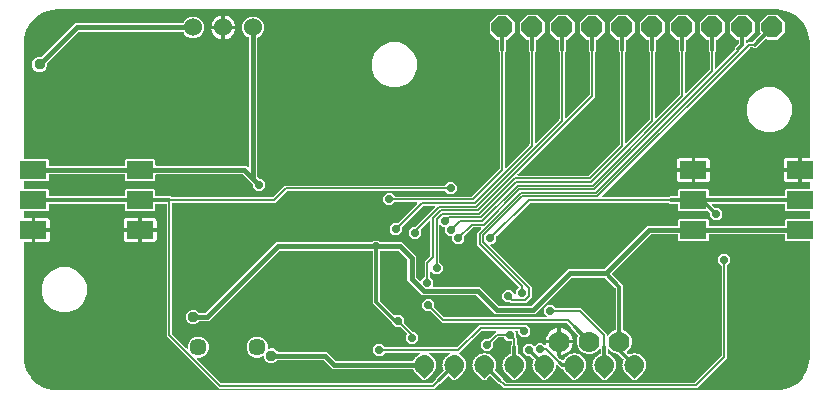
<source format=gbr>
G04 EAGLE Gerber RS-274X export*
G75*
%MOMM*%
%FSLAX34Y34*%
%LPD*%
%INTop Copper*%
%IPPOS*%
%AMOC8*
5,1,8,0,0,1.08239X$1,22.5*%
G01*
%ADD10C,1.447800*%
%ADD11R,2.286000X1.524000*%
%ADD12C,1.778000*%
%ADD13R,0.508000X0.508000*%
%ADD14P,1.924489X8X112.500000*%
%ADD15C,1.524000*%
%ADD16C,0.705600*%
%ADD17C,0.855600*%
%ADD18C,0.304800*%
%ADD19C,0.955600*%
%ADD20C,0.152400*%
%ADD21C,0.406400*%

G36*
X641369Y3814D02*
X641369Y3814D01*
X641400Y3812D01*
X644947Y4045D01*
X644970Y4050D01*
X645094Y4069D01*
X651948Y5905D01*
X651962Y5912D01*
X651978Y5914D01*
X652131Y5982D01*
X658276Y9529D01*
X658288Y9539D01*
X658302Y9545D01*
X658433Y9650D01*
X663450Y14667D01*
X663459Y14680D01*
X663472Y14689D01*
X663550Y14795D01*
X663555Y14801D01*
X663558Y14806D01*
X663571Y14824D01*
X667118Y20969D01*
X667124Y20984D01*
X667134Y20996D01*
X667195Y21152D01*
X669031Y28006D01*
X669033Y28029D01*
X669055Y28153D01*
X669288Y31700D01*
X669286Y31719D01*
X669289Y31750D01*
X669289Y129794D01*
X669286Y129814D01*
X669288Y129833D01*
X669266Y129935D01*
X669250Y130037D01*
X669240Y130054D01*
X669236Y130074D01*
X669183Y130163D01*
X669134Y130254D01*
X669120Y130268D01*
X669110Y130285D01*
X669031Y130352D01*
X668956Y130424D01*
X668938Y130432D01*
X668923Y130445D01*
X668827Y130484D01*
X668733Y130527D01*
X668713Y130529D01*
X668695Y130537D01*
X668528Y130555D01*
X649100Y130555D01*
X648207Y131448D01*
X648207Y135382D01*
X648204Y135402D01*
X648206Y135421D01*
X648184Y135523D01*
X648168Y135625D01*
X648158Y135642D01*
X648154Y135662D01*
X648101Y135751D01*
X648052Y135842D01*
X648038Y135856D01*
X648028Y135873D01*
X647949Y135940D01*
X647874Y136012D01*
X647856Y136020D01*
X647841Y136033D01*
X647745Y136072D01*
X647651Y136115D01*
X647631Y136117D01*
X647613Y136125D01*
X647446Y136143D01*
X584454Y136143D01*
X584434Y136140D01*
X584415Y136142D01*
X584313Y136120D01*
X584211Y136104D01*
X584194Y136094D01*
X584174Y136090D01*
X584085Y136037D01*
X583994Y135988D01*
X583980Y135974D01*
X583963Y135964D01*
X583896Y135885D01*
X583824Y135810D01*
X583816Y135792D01*
X583803Y135777D01*
X583764Y135681D01*
X583721Y135587D01*
X583719Y135567D01*
X583711Y135549D01*
X583693Y135382D01*
X583693Y131448D01*
X582800Y130555D01*
X558676Y130555D01*
X557783Y131448D01*
X557783Y135382D01*
X557780Y135402D01*
X557782Y135421D01*
X557760Y135523D01*
X557744Y135625D01*
X557734Y135642D01*
X557730Y135662D01*
X557677Y135751D01*
X557628Y135842D01*
X557614Y135856D01*
X557604Y135873D01*
X557525Y135940D01*
X557450Y136012D01*
X557432Y136020D01*
X557417Y136033D01*
X557321Y136072D01*
X557227Y136115D01*
X557207Y136117D01*
X557189Y136125D01*
X557022Y136143D01*
X535189Y136143D01*
X535098Y136129D01*
X535008Y136121D01*
X534978Y136109D01*
X534946Y136104D01*
X534865Y136061D01*
X534781Y136025D01*
X534749Y135999D01*
X534728Y135988D01*
X534706Y135965D01*
X534650Y135920D01*
X501779Y103049D01*
X501767Y103033D01*
X501752Y103020D01*
X501696Y102933D01*
X501636Y102849D01*
X501630Y102830D01*
X501619Y102814D01*
X501594Y102713D01*
X501563Y102614D01*
X501564Y102594D01*
X501559Y102575D01*
X501567Y102472D01*
X501570Y102368D01*
X501576Y102350D01*
X501578Y102330D01*
X501618Y102235D01*
X501654Y102137D01*
X501666Y102122D01*
X501674Y102103D01*
X501779Y101973D01*
X511049Y92703D01*
X511049Y55679D01*
X511068Y55564D01*
X511085Y55448D01*
X511087Y55442D01*
X511088Y55436D01*
X511143Y55333D01*
X511196Y55228D01*
X511201Y55224D01*
X511204Y55219D01*
X511288Y55139D01*
X511372Y55056D01*
X511378Y55053D01*
X511382Y55049D01*
X511399Y55041D01*
X511519Y54975D01*
X513900Y53989D01*
X516829Y51060D01*
X518415Y47232D01*
X518415Y43088D01*
X516829Y39260D01*
X514528Y36960D01*
X514517Y36944D01*
X514501Y36931D01*
X514445Y36844D01*
X514385Y36760D01*
X514379Y36741D01*
X514368Y36724D01*
X514343Y36624D01*
X514312Y36525D01*
X514313Y36505D01*
X514308Y36486D01*
X514316Y36383D01*
X514319Y36279D01*
X514326Y36260D01*
X514327Y36240D01*
X514368Y36146D01*
X514403Y36048D01*
X514416Y36032D01*
X514424Y36014D01*
X514528Y35883D01*
X515805Y34606D01*
X515870Y34560D01*
X515929Y34506D01*
X515969Y34488D01*
X516005Y34463D01*
X516081Y34439D01*
X516155Y34407D01*
X516198Y34403D01*
X516240Y34390D01*
X516320Y34393D01*
X516400Y34385D01*
X516457Y34396D01*
X516486Y34397D01*
X516512Y34406D01*
X516564Y34416D01*
X516833Y34498D01*
X516854Y34508D01*
X516971Y34555D01*
X517585Y34883D01*
X517590Y34882D01*
X517596Y34884D01*
X517602Y34883D01*
X517716Y34905D01*
X517832Y34925D01*
X517838Y34929D01*
X517844Y34930D01*
X517945Y34987D01*
X517980Y35006D01*
X518690Y35076D01*
X518714Y35083D01*
X518837Y35105D01*
X519504Y35308D01*
X519508Y35306D01*
X519514Y35306D01*
X519520Y35304D01*
X519637Y35304D01*
X519754Y35301D01*
X519760Y35303D01*
X519766Y35303D01*
X519877Y35340D01*
X519915Y35352D01*
X520625Y35282D01*
X520649Y35283D01*
X520775Y35282D01*
X521468Y35350D01*
X521472Y35347D01*
X521478Y35346D01*
X521483Y35343D01*
X521598Y35320D01*
X521712Y35295D01*
X521718Y35295D01*
X521725Y35294D01*
X521841Y35309D01*
X521880Y35313D01*
X522563Y35105D01*
X522587Y35102D01*
X522710Y35076D01*
X523403Y35008D01*
X523406Y35005D01*
X523412Y35002D01*
X523417Y34998D01*
X523525Y34953D01*
X523632Y34906D01*
X523638Y34906D01*
X523644Y34903D01*
X523761Y34895D01*
X523800Y34891D01*
X524429Y34555D01*
X524452Y34547D01*
X524567Y34498D01*
X525234Y34295D01*
X525237Y34291D01*
X525242Y34288D01*
X525246Y34283D01*
X525342Y34218D01*
X525438Y34151D01*
X525444Y34149D01*
X525449Y34146D01*
X525563Y34114D01*
X525600Y34103D01*
X526152Y33650D01*
X526173Y33638D01*
X526210Y33613D01*
X526213Y33610D01*
X526216Y33609D01*
X526276Y33567D01*
X526891Y33239D01*
X526893Y33235D01*
X526897Y33230D01*
X526900Y33225D01*
X526982Y33141D01*
X527063Y33057D01*
X527069Y33054D01*
X527073Y33050D01*
X527177Y32998D01*
X527212Y32979D01*
X527665Y32427D01*
X527683Y32412D01*
X527771Y32322D01*
X528309Y31880D01*
X528311Y31875D01*
X528314Y31870D01*
X528316Y31864D01*
X528380Y31767D01*
X528443Y31668D01*
X528448Y31664D01*
X528451Y31659D01*
X528543Y31587D01*
X528574Y31562D01*
X528911Y30933D01*
X528926Y30914D01*
X528994Y30809D01*
X529436Y30270D01*
X529436Y30265D01*
X529438Y30259D01*
X529439Y30253D01*
X529483Y30145D01*
X529526Y30036D01*
X529530Y30031D01*
X529532Y30026D01*
X529608Y29938D01*
X529634Y29907D01*
X529841Y29224D01*
X529852Y29202D01*
X529898Y29086D01*
X530227Y28471D01*
X530226Y28467D01*
X530227Y28460D01*
X530226Y28454D01*
X530248Y28340D01*
X530269Y28224D01*
X530272Y28219D01*
X530273Y28213D01*
X530331Y28112D01*
X530350Y28077D01*
X530420Y27366D01*
X530426Y27343D01*
X530449Y27220D01*
X530651Y26553D01*
X530650Y26548D01*
X530650Y26542D01*
X530648Y26536D01*
X530647Y26420D01*
X530645Y26302D01*
X530647Y26296D01*
X530647Y26290D01*
X530683Y26179D01*
X530695Y26142D01*
X530625Y25431D01*
X530627Y25407D01*
X530625Y25282D01*
X530693Y24588D01*
X530691Y24584D01*
X530690Y24578D01*
X530687Y24573D01*
X530663Y24458D01*
X530638Y24344D01*
X530639Y24338D01*
X530638Y24332D01*
X530652Y24215D01*
X530656Y24177D01*
X530449Y23493D01*
X530446Y23470D01*
X530420Y23347D01*
X530352Y22654D01*
X530348Y22650D01*
X530346Y22644D01*
X530342Y22640D01*
X530296Y22531D01*
X530250Y22425D01*
X530249Y22419D01*
X530247Y22413D01*
X530238Y22297D01*
X530235Y22257D01*
X529898Y21627D01*
X529891Y21605D01*
X529841Y21489D01*
X529639Y20823D01*
X529635Y20820D01*
X529631Y20815D01*
X529627Y20811D01*
X529562Y20715D01*
X529494Y20618D01*
X529492Y20612D01*
X529489Y20607D01*
X529458Y20494D01*
X529447Y20456D01*
X528994Y19904D01*
X528982Y19884D01*
X528911Y19780D01*
X528592Y19183D01*
X528541Y19161D01*
X528521Y19145D01*
X528507Y19138D01*
X528484Y19115D01*
X528410Y19056D01*
X527811Y18457D01*
X527796Y18436D01*
X527761Y18402D01*
X527230Y17755D01*
X527227Y17754D01*
X527160Y17736D01*
X527115Y17706D01*
X527065Y17685D01*
X526980Y17617D01*
X526955Y17600D01*
X526948Y17591D01*
X526934Y17580D01*
X523210Y13856D01*
X522072Y12718D01*
X521647Y12293D01*
X519753Y12293D01*
X514466Y17580D01*
X514422Y17612D01*
X514384Y17651D01*
X514323Y17683D01*
X514266Y17724D01*
X514215Y17740D01*
X514166Y17765D01*
X514161Y17766D01*
X513639Y18402D01*
X513619Y18419D01*
X513589Y18457D01*
X512990Y19056D01*
X512907Y19116D01*
X512827Y19181D01*
X512805Y19190D01*
X512489Y19780D01*
X512474Y19799D01*
X512406Y19904D01*
X511964Y20443D01*
X511964Y20448D01*
X511962Y20454D01*
X511961Y20460D01*
X511917Y20568D01*
X511874Y20677D01*
X511870Y20682D01*
X511868Y20687D01*
X511792Y20776D01*
X511766Y20806D01*
X511559Y21489D01*
X511548Y21511D01*
X511502Y21627D01*
X511173Y22242D01*
X511174Y22246D01*
X511173Y22253D01*
X511174Y22259D01*
X511151Y22373D01*
X511131Y22489D01*
X511128Y22494D01*
X511127Y22500D01*
X511069Y22602D01*
X511050Y22636D01*
X510980Y23347D01*
X510974Y23370D01*
X510951Y23493D01*
X510749Y24160D01*
X510750Y24165D01*
X510751Y24171D01*
X510752Y24177D01*
X510753Y24293D01*
X510755Y24411D01*
X510754Y24416D01*
X510754Y24423D01*
X510717Y24534D01*
X510705Y24571D01*
X510775Y25282D01*
X510773Y25306D01*
X510775Y25431D01*
X510707Y26124D01*
X510709Y26129D01*
X510710Y26135D01*
X510713Y26140D01*
X510737Y26254D01*
X510762Y26369D01*
X510761Y26375D01*
X510762Y26381D01*
X510748Y26497D01*
X510744Y26536D01*
X510951Y27220D01*
X510954Y27243D01*
X510980Y27366D01*
X511048Y28059D01*
X511052Y28063D01*
X511054Y28069D01*
X511058Y28073D01*
X511104Y28182D01*
X511150Y28288D01*
X511151Y28294D01*
X511153Y28300D01*
X511162Y28416D01*
X511165Y28456D01*
X511502Y29086D01*
X511510Y29108D01*
X511559Y29224D01*
X511661Y29559D01*
X511671Y29638D01*
X511691Y29716D01*
X511687Y29759D01*
X511693Y29803D01*
X511678Y29881D01*
X511672Y29961D01*
X511654Y30001D01*
X511646Y30044D01*
X511606Y30114D01*
X511575Y30187D01*
X511539Y30232D01*
X511524Y30258D01*
X511504Y30277D01*
X511470Y30318D01*
X507266Y34522D01*
X507192Y34575D01*
X507123Y34635D01*
X507093Y34647D01*
X507066Y34666D01*
X506979Y34693D01*
X506895Y34727D01*
X506854Y34731D01*
X506831Y34738D01*
X506799Y34737D01*
X506728Y34745D01*
X505928Y34745D01*
X502100Y36331D01*
X499648Y38783D01*
X499590Y38825D01*
X499538Y38874D01*
X499491Y38896D01*
X499449Y38927D01*
X499380Y38948D01*
X499315Y38978D01*
X499263Y38984D01*
X499213Y38999D01*
X499142Y38997D01*
X499071Y39005D01*
X499020Y38994D01*
X498968Y38993D01*
X498900Y38968D01*
X498830Y38953D01*
X498785Y38926D01*
X498737Y38908D01*
X498681Y38863D01*
X498619Y38827D01*
X498585Y38787D01*
X498545Y38754D01*
X498506Y38694D01*
X498459Y38640D01*
X498440Y38591D01*
X498412Y38548D01*
X498394Y38478D01*
X498367Y38412D01*
X498359Y38340D01*
X498351Y38309D01*
X498353Y38286D01*
X498349Y38245D01*
X498349Y35375D01*
X498362Y35296D01*
X498365Y35216D01*
X498381Y35175D01*
X498388Y35132D01*
X498426Y35061D01*
X498455Y34987D01*
X498483Y34953D01*
X498504Y34915D01*
X498561Y34860D01*
X498613Y34798D01*
X498661Y34765D01*
X498682Y34745D01*
X498707Y34733D01*
X498751Y34703D01*
X499029Y34555D01*
X499052Y34547D01*
X499167Y34498D01*
X499834Y34295D01*
X499837Y34291D01*
X499842Y34288D01*
X499846Y34283D01*
X499942Y34218D01*
X500038Y34151D01*
X500044Y34149D01*
X500049Y34146D01*
X500163Y34114D01*
X500200Y34103D01*
X500752Y33650D01*
X500773Y33638D01*
X500810Y33613D01*
X500813Y33610D01*
X500816Y33609D01*
X500876Y33567D01*
X501491Y33239D01*
X501493Y33235D01*
X501497Y33230D01*
X501500Y33225D01*
X501582Y33141D01*
X501663Y33057D01*
X501669Y33054D01*
X501673Y33050D01*
X501777Y32998D01*
X501812Y32979D01*
X502265Y32427D01*
X502283Y32412D01*
X502371Y32322D01*
X502909Y31880D01*
X502911Y31875D01*
X502914Y31870D01*
X502916Y31864D01*
X502980Y31767D01*
X503043Y31668D01*
X503048Y31664D01*
X503051Y31659D01*
X503143Y31587D01*
X503174Y31562D01*
X503511Y30933D01*
X503526Y30914D01*
X503594Y30809D01*
X504036Y30270D01*
X504036Y30265D01*
X504038Y30259D01*
X504039Y30253D01*
X504083Y30145D01*
X504126Y30036D01*
X504130Y30031D01*
X504132Y30026D01*
X504208Y29938D01*
X504234Y29907D01*
X504441Y29224D01*
X504452Y29202D01*
X504498Y29086D01*
X504827Y28471D01*
X504826Y28467D01*
X504827Y28460D01*
X504826Y28454D01*
X504848Y28340D01*
X504869Y28224D01*
X504872Y28219D01*
X504873Y28213D01*
X504931Y28112D01*
X504950Y28077D01*
X505020Y27366D01*
X505026Y27343D01*
X505049Y27220D01*
X505251Y26553D01*
X505250Y26548D01*
X505250Y26542D01*
X505248Y26536D01*
X505247Y26420D01*
X505245Y26302D01*
X505247Y26296D01*
X505247Y26290D01*
X505283Y26179D01*
X505295Y26142D01*
X505225Y25431D01*
X505227Y25407D01*
X505225Y25282D01*
X505293Y24588D01*
X505291Y24584D01*
X505290Y24578D01*
X505287Y24573D01*
X505263Y24458D01*
X505238Y24344D01*
X505239Y24338D01*
X505238Y24332D01*
X505252Y24215D01*
X505256Y24177D01*
X505049Y23493D01*
X505046Y23470D01*
X505020Y23347D01*
X504952Y22654D01*
X504948Y22650D01*
X504946Y22644D01*
X504942Y22640D01*
X504896Y22531D01*
X504850Y22425D01*
X504849Y22419D01*
X504847Y22413D01*
X504838Y22297D01*
X504835Y22257D01*
X504498Y21627D01*
X504491Y21605D01*
X504441Y21489D01*
X504239Y20823D01*
X504235Y20820D01*
X504231Y20815D01*
X504227Y20811D01*
X504162Y20715D01*
X504094Y20618D01*
X504092Y20612D01*
X504089Y20607D01*
X504058Y20494D01*
X504047Y20456D01*
X503594Y19904D01*
X503582Y19884D01*
X503511Y19780D01*
X503192Y19183D01*
X503141Y19161D01*
X503121Y19145D01*
X503107Y19138D01*
X503084Y19115D01*
X503010Y19056D01*
X502411Y18457D01*
X502396Y18436D01*
X502361Y18402D01*
X501830Y17755D01*
X501827Y17754D01*
X501760Y17736D01*
X501715Y17706D01*
X501665Y17685D01*
X501580Y17617D01*
X501555Y17600D01*
X501548Y17591D01*
X501534Y17580D01*
X497810Y13856D01*
X496672Y12718D01*
X496247Y12293D01*
X494353Y12293D01*
X489066Y17580D01*
X489022Y17612D01*
X488984Y17651D01*
X488923Y17683D01*
X488866Y17724D01*
X488815Y17740D01*
X488766Y17765D01*
X488761Y17766D01*
X488239Y18402D01*
X488219Y18419D01*
X488189Y18457D01*
X487590Y19056D01*
X487507Y19116D01*
X487427Y19181D01*
X487405Y19190D01*
X487089Y19780D01*
X487074Y19799D01*
X487006Y19904D01*
X486564Y20443D01*
X486564Y20448D01*
X486562Y20454D01*
X486561Y20460D01*
X486517Y20568D01*
X486474Y20677D01*
X486470Y20682D01*
X486468Y20687D01*
X486392Y20776D01*
X486366Y20806D01*
X486159Y21489D01*
X486148Y21511D01*
X486102Y21627D01*
X485773Y22242D01*
X485774Y22246D01*
X485773Y22253D01*
X485774Y22259D01*
X485751Y22373D01*
X485731Y22489D01*
X485728Y22494D01*
X485727Y22500D01*
X485669Y22602D01*
X485650Y22636D01*
X485580Y23347D01*
X485574Y23370D01*
X485551Y23493D01*
X485349Y24160D01*
X485350Y24165D01*
X485351Y24171D01*
X485352Y24177D01*
X485353Y24293D01*
X485355Y24411D01*
X485354Y24416D01*
X485354Y24423D01*
X485317Y24534D01*
X485305Y24571D01*
X485375Y25282D01*
X485373Y25306D01*
X485375Y25431D01*
X485307Y26124D01*
X485309Y26129D01*
X485310Y26135D01*
X485313Y26140D01*
X485337Y26254D01*
X485362Y26369D01*
X485361Y26375D01*
X485362Y26381D01*
X485348Y26497D01*
X485344Y26536D01*
X485551Y27220D01*
X485554Y27243D01*
X485580Y27366D01*
X485648Y28059D01*
X485652Y28063D01*
X485654Y28069D01*
X485658Y28073D01*
X485704Y28182D01*
X485750Y28288D01*
X485751Y28294D01*
X485753Y28300D01*
X485762Y28416D01*
X485765Y28456D01*
X486102Y29086D01*
X486109Y29108D01*
X486159Y29224D01*
X486361Y29890D01*
X486365Y29893D01*
X486369Y29898D01*
X486373Y29902D01*
X486439Y29999D01*
X486506Y30095D01*
X486508Y30101D01*
X486511Y30106D01*
X486542Y30218D01*
X486553Y30257D01*
X487006Y30809D01*
X487018Y30829D01*
X487089Y30933D01*
X487417Y31547D01*
X487422Y31549D01*
X487426Y31553D01*
X487432Y31556D01*
X487515Y31638D01*
X487599Y31720D01*
X487602Y31725D01*
X487606Y31729D01*
X487659Y31834D01*
X487677Y31869D01*
X488229Y32322D01*
X488245Y32340D01*
X488335Y32427D01*
X488777Y32966D01*
X488781Y32967D01*
X488787Y32970D01*
X488792Y32972D01*
X488889Y33036D01*
X488989Y33100D01*
X488992Y33104D01*
X488998Y33108D01*
X489069Y33200D01*
X489094Y33231D01*
X489724Y33567D01*
X489743Y33582D01*
X489848Y33650D01*
X490387Y34092D01*
X490391Y34093D01*
X490397Y34095D01*
X490403Y34095D01*
X490511Y34140D01*
X490620Y34182D01*
X490625Y34186D01*
X490631Y34188D01*
X490719Y34264D01*
X490750Y34290D01*
X491433Y34498D01*
X491454Y34508D01*
X491571Y34555D01*
X491849Y34703D01*
X491912Y34752D01*
X491981Y34793D01*
X492009Y34826D01*
X492044Y34853D01*
X492089Y34919D01*
X492141Y34980D01*
X492157Y35021D01*
X492182Y35057D01*
X492203Y35134D01*
X492233Y35208D01*
X492239Y35266D01*
X492247Y35294D01*
X492245Y35322D01*
X492251Y35375D01*
X492251Y38245D01*
X492240Y38316D01*
X492238Y38387D01*
X492220Y38436D01*
X492212Y38488D01*
X492178Y38551D01*
X492153Y38618D01*
X492121Y38659D01*
X492096Y38705D01*
X492044Y38754D01*
X492000Y38810D01*
X491956Y38838D01*
X491918Y38874D01*
X491853Y38904D01*
X491793Y38943D01*
X491742Y38956D01*
X491695Y38978D01*
X491624Y38986D01*
X491554Y39003D01*
X491502Y38999D01*
X491451Y39005D01*
X491380Y38990D01*
X491309Y38984D01*
X491261Y38964D01*
X491210Y38953D01*
X491149Y38916D01*
X491083Y38888D01*
X491027Y38843D01*
X490999Y38827D01*
X490984Y38809D01*
X490952Y38783D01*
X488500Y36331D01*
X484672Y34745D01*
X480528Y34745D01*
X476700Y36331D01*
X473771Y39260D01*
X472185Y43088D01*
X472185Y47232D01*
X473171Y49612D01*
X473198Y49726D01*
X473227Y49840D01*
X473226Y49846D01*
X473228Y49852D01*
X473217Y49968D01*
X473208Y50085D01*
X473205Y50090D01*
X473205Y50097D01*
X473157Y50204D01*
X473111Y50311D01*
X473107Y50317D01*
X473105Y50321D01*
X473092Y50335D01*
X473006Y50442D01*
X467206Y56242D01*
X467206Y57004D01*
X467192Y57095D01*
X467184Y57185D01*
X467172Y57215D01*
X467167Y57247D01*
X467124Y57328D01*
X467088Y57412D01*
X467062Y57444D01*
X467051Y57465D01*
X467028Y57487D01*
X466983Y57543D01*
X463536Y60990D01*
X463462Y61043D01*
X463392Y61103D01*
X463362Y61115D01*
X463336Y61134D01*
X463249Y61161D01*
X463164Y61195D01*
X463123Y61199D01*
X463101Y61206D01*
X463069Y61205D01*
X462997Y61213D01*
X357899Y61213D01*
X348244Y70869D01*
X348170Y70922D01*
X348100Y70981D01*
X348070Y70994D01*
X348044Y71012D01*
X347957Y71039D01*
X347872Y71073D01*
X347831Y71078D01*
X347809Y71085D01*
X347777Y71084D01*
X347705Y71092D01*
X344109Y71092D01*
X341149Y74052D01*
X341149Y78238D01*
X344109Y81197D01*
X348295Y81197D01*
X351255Y78238D01*
X351255Y74641D01*
X351269Y74551D01*
X351277Y74460D01*
X351289Y74430D01*
X351294Y74398D01*
X351337Y74318D01*
X351373Y74234D01*
X351399Y74202D01*
X351410Y74181D01*
X351433Y74159D01*
X351478Y74103D01*
X359571Y66010D01*
X359645Y65957D01*
X359714Y65897D01*
X359744Y65885D01*
X359771Y65866D01*
X359858Y65839D01*
X359942Y65805D01*
X359983Y65801D01*
X360006Y65794D01*
X360038Y65795D01*
X360109Y65787D01*
X445930Y65787D01*
X446001Y65798D01*
X446072Y65800D01*
X446121Y65818D01*
X446173Y65826D01*
X446236Y65860D01*
X446303Y65885D01*
X446344Y65917D01*
X446390Y65942D01*
X446439Y65994D01*
X446495Y66038D01*
X446523Y66082D01*
X446559Y66120D01*
X446590Y66185D01*
X446628Y66245D01*
X446641Y66296D01*
X446663Y66343D01*
X446671Y66414D01*
X446688Y66484D01*
X446684Y66536D01*
X446690Y66587D01*
X446675Y66658D01*
X446669Y66729D01*
X446649Y66777D01*
X446638Y66828D01*
X446601Y66889D01*
X446573Y66955D01*
X446528Y67011D01*
X446512Y67039D01*
X446494Y67054D01*
X446468Y67086D01*
X444527Y69027D01*
X444527Y73213D01*
X447487Y76173D01*
X451673Y76173D01*
X454216Y73630D01*
X454290Y73577D01*
X454359Y73517D01*
X454390Y73505D01*
X454416Y73486D01*
X454503Y73459D01*
X454588Y73425D01*
X454628Y73421D01*
X454651Y73414D01*
X454683Y73415D01*
X454754Y73407D01*
X475927Y73407D01*
X497587Y51747D01*
X497587Y51062D01*
X497602Y50966D01*
X497612Y50869D01*
X497622Y50845D01*
X497626Y50819D01*
X497672Y50733D01*
X497712Y50644D01*
X497729Y50625D01*
X497742Y50602D01*
X497812Y50535D01*
X497878Y50463D01*
X497901Y50451D01*
X497920Y50433D01*
X498008Y50392D01*
X498094Y50345D01*
X498119Y50340D01*
X498143Y50329D01*
X498240Y50318D01*
X498336Y50301D01*
X498362Y50305D01*
X498387Y50302D01*
X498483Y50323D01*
X498579Y50337D01*
X498602Y50349D01*
X498628Y50354D01*
X498711Y50404D01*
X498798Y50448D01*
X498817Y50467D01*
X498839Y50480D01*
X498902Y50554D01*
X498970Y50624D01*
X498986Y50652D01*
X498999Y50667D01*
X499011Y50698D01*
X499051Y50771D01*
X499171Y51060D01*
X502100Y53989D01*
X504481Y54975D01*
X504581Y55037D01*
X504681Y55097D01*
X504685Y55102D01*
X504690Y55105D01*
X504765Y55196D01*
X504841Y55284D01*
X504843Y55290D01*
X504847Y55294D01*
X504889Y55403D01*
X504933Y55512D01*
X504934Y55519D01*
X504935Y55524D01*
X504936Y55542D01*
X504951Y55679D01*
X504951Y89862D01*
X504950Y89869D01*
X504950Y89871D01*
X504948Y89882D01*
X504937Y89952D01*
X504929Y90043D01*
X504917Y90073D01*
X504912Y90105D01*
X504869Y90185D01*
X504833Y90269D01*
X504807Y90301D01*
X504796Y90322D01*
X504773Y90344D01*
X504728Y90400D01*
X496038Y99090D01*
X495964Y99143D01*
X495895Y99203D01*
X495865Y99215D01*
X495838Y99234D01*
X495751Y99261D01*
X495667Y99295D01*
X495626Y99299D01*
X495603Y99306D01*
X495571Y99305D01*
X495500Y99313D01*
X467879Y99313D01*
X467788Y99299D01*
X467698Y99291D01*
X467668Y99279D01*
X467636Y99274D01*
X467555Y99231D01*
X467471Y99195D01*
X467439Y99169D01*
X467418Y99158D01*
X467396Y99135D01*
X467340Y99090D01*
X436829Y68579D01*
X402680Y68579D01*
X387116Y84144D01*
X387042Y84197D01*
X386972Y84256D01*
X386942Y84269D01*
X386916Y84287D01*
X386829Y84314D01*
X386744Y84348D01*
X386703Y84353D01*
X386681Y84360D01*
X386649Y84359D01*
X386577Y84367D01*
X341098Y84367D01*
X328675Y96790D01*
X328675Y114289D01*
X328661Y114380D01*
X328653Y114470D01*
X328641Y114500D01*
X328636Y114532D01*
X328593Y114613D01*
X328557Y114697D01*
X328531Y114729D01*
X328520Y114750D01*
X328497Y114772D01*
X328452Y114828D01*
X321330Y121950D01*
X321256Y122003D01*
X321186Y122063D01*
X321156Y122075D01*
X321130Y122094D01*
X321043Y122121D01*
X320958Y122155D01*
X320917Y122159D01*
X320895Y122166D01*
X320863Y122165D01*
X320791Y122173D01*
X306164Y122173D01*
X306074Y122159D01*
X305983Y122151D01*
X305953Y122139D01*
X305921Y122134D01*
X305841Y122091D01*
X305757Y122055D01*
X305725Y122029D01*
X305704Y122018D01*
X305682Y121995D01*
X305626Y121950D01*
X305532Y121856D01*
X305479Y121782D01*
X305419Y121713D01*
X305407Y121682D01*
X305388Y121656D01*
X305361Y121569D01*
X305327Y121484D01*
X305323Y121444D01*
X305316Y121421D01*
X305317Y121389D01*
X305309Y121318D01*
X305309Y80318D01*
X305323Y80228D01*
X305331Y80137D01*
X305343Y80107D01*
X305348Y80075D01*
X305391Y79995D01*
X305427Y79911D01*
X305453Y79879D01*
X305464Y79858D01*
X305487Y79836D01*
X305532Y79780D01*
X317572Y67740D01*
X317588Y67728D01*
X317600Y67713D01*
X317688Y67657D01*
X317771Y67596D01*
X317790Y67591D01*
X317807Y67580D01*
X317908Y67554D01*
X318007Y67524D01*
X318026Y67525D01*
X318046Y67520D01*
X318149Y67528D01*
X318252Y67530D01*
X318271Y67537D01*
X318291Y67539D01*
X318386Y67579D01*
X318483Y67615D01*
X318499Y67627D01*
X318517Y67635D01*
X318648Y67740D01*
X318709Y67801D01*
X322895Y67801D01*
X325855Y64841D01*
X325855Y61245D01*
X325869Y61154D01*
X325877Y61064D01*
X325889Y61034D01*
X325894Y61002D01*
X325937Y60921D01*
X325973Y60837D01*
X325999Y60805D01*
X326010Y60784D01*
X326033Y60762D01*
X326078Y60706D01*
X333248Y53536D01*
X333322Y53483D01*
X333392Y53423D01*
X333422Y53411D01*
X333448Y53392D01*
X333535Y53365D01*
X333620Y53331D01*
X333661Y53327D01*
X333683Y53320D01*
X333715Y53321D01*
X333786Y53313D01*
X334833Y53313D01*
X337793Y50353D01*
X337793Y46167D01*
X334833Y43207D01*
X330647Y43207D01*
X327687Y46167D01*
X327687Y50353D01*
X328287Y50953D01*
X328299Y50969D01*
X328314Y50981D01*
X328370Y51068D01*
X328430Y51152D01*
X328436Y51171D01*
X328447Y51188D01*
X328472Y51289D01*
X328503Y51387D01*
X328502Y51407D01*
X328507Y51427D01*
X328499Y51530D01*
X328496Y51633D01*
X328490Y51652D01*
X328488Y51672D01*
X328448Y51767D01*
X328412Y51864D01*
X328400Y51880D01*
X328392Y51898D01*
X328287Y52029D01*
X322844Y57472D01*
X322770Y57525D01*
X322700Y57585D01*
X322670Y57597D01*
X322644Y57616D01*
X322557Y57643D01*
X322472Y57677D01*
X322431Y57681D01*
X322409Y57688D01*
X322377Y57687D01*
X322305Y57695D01*
X318709Y57695D01*
X315743Y60661D01*
X315735Y60714D01*
X315727Y60805D01*
X315715Y60835D01*
X315710Y60867D01*
X315667Y60947D01*
X315631Y61031D01*
X315605Y61063D01*
X315594Y61084D01*
X315571Y61106D01*
X315526Y61162D01*
X299211Y77477D01*
X299211Y121318D01*
X299197Y121408D01*
X299189Y121499D01*
X299177Y121529D01*
X299172Y121561D01*
X299129Y121641D01*
X299093Y121725D01*
X299067Y121757D01*
X299056Y121778D01*
X299033Y121800D01*
X298988Y121856D01*
X298894Y121950D01*
X298820Y122003D01*
X298751Y122063D01*
X298720Y122075D01*
X298694Y122094D01*
X298607Y122121D01*
X298522Y122155D01*
X298482Y122159D01*
X298459Y122166D01*
X298427Y122165D01*
X298356Y122173D01*
X220737Y122173D01*
X220646Y122159D01*
X220556Y122151D01*
X220526Y122139D01*
X220494Y122134D01*
X220413Y122091D01*
X220329Y122055D01*
X220297Y122029D01*
X220276Y122018D01*
X220254Y121995D01*
X220198Y121950D01*
X160731Y62483D01*
X152992Y62483D01*
X152902Y62469D01*
X152811Y62461D01*
X152781Y62449D01*
X152749Y62444D01*
X152669Y62401D01*
X152585Y62365D01*
X152553Y62339D01*
X152532Y62328D01*
X152510Y62305D01*
X152454Y62260D01*
X150890Y60697D01*
X148574Y59737D01*
X146066Y59737D01*
X143750Y60697D01*
X141977Y62470D01*
X141017Y64786D01*
X141017Y67294D01*
X141977Y69610D01*
X143750Y71383D01*
X146066Y72343D01*
X148574Y72343D01*
X150890Y71383D01*
X152454Y69820D01*
X152528Y69767D01*
X152597Y69707D01*
X152627Y69695D01*
X152653Y69676D01*
X152740Y69649D01*
X152825Y69615D01*
X152866Y69611D01*
X152889Y69604D01*
X152921Y69605D01*
X152992Y69597D01*
X157469Y69597D01*
X157560Y69611D01*
X157650Y69619D01*
X157680Y69631D01*
X157712Y69636D01*
X157793Y69679D01*
X157877Y69715D01*
X157909Y69741D01*
X157930Y69752D01*
X157952Y69775D01*
X158008Y69820D01*
X217475Y129287D01*
X298356Y129287D01*
X298446Y129301D01*
X298537Y129309D01*
X298567Y129321D01*
X298599Y129326D01*
X298679Y129369D01*
X298763Y129405D01*
X298795Y129431D01*
X298816Y129442D01*
X298838Y129465D01*
X298894Y129510D01*
X300167Y130783D01*
X304353Y130783D01*
X305626Y129510D01*
X305700Y129456D01*
X305769Y129397D01*
X305800Y129385D01*
X305826Y129366D01*
X305913Y129339D01*
X305998Y129305D01*
X306038Y129301D01*
X306061Y129294D01*
X306093Y129295D01*
X306164Y129287D01*
X324053Y129287D01*
X335789Y117551D01*
X335789Y100052D01*
X335803Y99962D01*
X335811Y99871D01*
X335823Y99841D01*
X335828Y99809D01*
X335871Y99729D01*
X335907Y99644D01*
X335933Y99612D01*
X335944Y99592D01*
X335967Y99570D01*
X336012Y99513D01*
X339154Y96371D01*
X339212Y96330D01*
X339264Y96280D01*
X339311Y96258D01*
X339353Y96228D01*
X339422Y96207D01*
X339487Y96177D01*
X339539Y96171D01*
X339589Y96156D01*
X339660Y96157D01*
X339731Y96149D01*
X339782Y96161D01*
X339834Y96162D01*
X339902Y96187D01*
X339972Y96202D01*
X340017Y96228D01*
X340065Y96246D01*
X340121Y96291D01*
X340183Y96328D01*
X340217Y96367D01*
X340257Y96400D01*
X340296Y96460D01*
X340343Y96515D01*
X340362Y96563D01*
X340390Y96607D01*
X340408Y96676D01*
X340435Y96743D01*
X340443Y96814D01*
X340451Y96845D01*
X340449Y96869D01*
X340453Y96910D01*
X340453Y97100D01*
X342996Y99643D01*
X343049Y99717D01*
X343109Y99787D01*
X343121Y99817D01*
X343140Y99843D01*
X343167Y99930D01*
X343201Y100015D01*
X343205Y100056D01*
X343212Y100078D01*
X343211Y100110D01*
X343219Y100182D01*
X343219Y112773D01*
X347800Y117354D01*
X347853Y117428D01*
X347913Y117498D01*
X347925Y117528D01*
X347944Y117554D01*
X347971Y117641D01*
X348005Y117726D01*
X348009Y117767D01*
X348016Y117789D01*
X348015Y117821D01*
X348023Y117893D01*
X348023Y146794D01*
X348012Y146865D01*
X348010Y146937D01*
X347992Y146986D01*
X347984Y147037D01*
X347950Y147100D01*
X347925Y147168D01*
X347893Y147208D01*
X347868Y147254D01*
X347817Y147304D01*
X347772Y147360D01*
X347728Y147388D01*
X347690Y147424D01*
X347625Y147454D01*
X347565Y147493D01*
X347514Y147505D01*
X347467Y147527D01*
X347396Y147535D01*
X347326Y147553D01*
X347274Y147549D01*
X347223Y147554D01*
X347152Y147539D01*
X347081Y147534D01*
X347033Y147513D01*
X346982Y147502D01*
X346921Y147465D01*
X346855Y147437D01*
X346799Y147393D01*
X346771Y147376D01*
X346756Y147358D01*
X346724Y147332D01*
X340027Y140635D01*
X340015Y140619D01*
X340000Y140607D01*
X339944Y140520D01*
X339883Y140436D01*
X339877Y140417D01*
X339867Y140400D01*
X339841Y140300D01*
X339811Y140201D01*
X339811Y140181D01*
X339806Y140161D01*
X339815Y140058D01*
X339817Y139955D01*
X339824Y139936D01*
X339826Y139916D01*
X339866Y139821D01*
X339902Y139724D01*
X339914Y139708D01*
X339922Y139690D01*
X340003Y139589D01*
X340006Y139584D01*
X340009Y139581D01*
X340027Y139559D01*
X340333Y139253D01*
X340333Y135067D01*
X337373Y132107D01*
X333187Y132107D01*
X330227Y135067D01*
X330227Y139253D01*
X333187Y142213D01*
X334821Y142213D01*
X334911Y142227D01*
X335002Y142235D01*
X335032Y142247D01*
X335064Y142252D01*
X335144Y142295D01*
X335228Y142331D01*
X335260Y142357D01*
X335281Y142368D01*
X335303Y142391D01*
X335359Y142436D01*
X351869Y158946D01*
X351911Y159004D01*
X351960Y159056D01*
X351982Y159103D01*
X352013Y159145D01*
X352034Y159214D01*
X352064Y159279D01*
X352070Y159331D01*
X352085Y159381D01*
X352083Y159452D01*
X352091Y159523D01*
X352080Y159574D01*
X352079Y159626D01*
X352054Y159694D01*
X352039Y159764D01*
X352012Y159808D01*
X351994Y159857D01*
X351949Y159913D01*
X351913Y159975D01*
X351873Y160009D01*
X351841Y160049D01*
X351780Y160088D01*
X351726Y160135D01*
X351677Y160154D01*
X351634Y160182D01*
X351564Y160200D01*
X351498Y160227D01*
X351426Y160235D01*
X351395Y160243D01*
X351372Y160241D01*
X351331Y160245D01*
X342071Y160245D01*
X341980Y160231D01*
X341890Y160223D01*
X341860Y160211D01*
X341828Y160206D01*
X341747Y160163D01*
X341663Y160127D01*
X341631Y160101D01*
X341610Y160090D01*
X341588Y160067D01*
X341532Y160022D01*
X324046Y142536D01*
X323993Y142462D01*
X323933Y142392D01*
X323921Y142362D01*
X323902Y142336D01*
X323875Y142249D01*
X323841Y142164D01*
X323837Y142123D01*
X323830Y142101D01*
X323831Y142069D01*
X323823Y141997D01*
X323823Y138401D01*
X320863Y135441D01*
X316677Y135441D01*
X313717Y138401D01*
X313717Y142587D01*
X316677Y145547D01*
X320273Y145547D01*
X320364Y145561D01*
X320454Y145569D01*
X320484Y145581D01*
X320516Y145586D01*
X320597Y145629D01*
X320681Y145665D01*
X320713Y145691D01*
X320734Y145702D01*
X320756Y145725D01*
X320812Y145770D01*
X337036Y161994D01*
X337078Y162052D01*
X337127Y162104D01*
X337149Y162151D01*
X337179Y162193D01*
X337200Y162262D01*
X337231Y162327D01*
X337236Y162379D01*
X337252Y162429D01*
X337250Y162500D01*
X337258Y162571D01*
X337247Y162622D01*
X337245Y162674D01*
X337221Y162742D01*
X337206Y162812D01*
X337179Y162857D01*
X337161Y162905D01*
X337116Y162961D01*
X337079Y163023D01*
X337040Y163057D01*
X337007Y163097D01*
X336947Y163136D01*
X336892Y163183D01*
X336844Y163202D01*
X336800Y163230D01*
X336731Y163248D01*
X336664Y163275D01*
X336593Y163283D01*
X336562Y163291D01*
X336538Y163289D01*
X336498Y163293D01*
X318250Y163293D01*
X318160Y163279D01*
X318069Y163271D01*
X318040Y163259D01*
X318008Y163254D01*
X317927Y163211D01*
X317843Y163175D01*
X317811Y163149D01*
X317790Y163138D01*
X317768Y163115D01*
X317712Y163070D01*
X315169Y160527D01*
X310983Y160527D01*
X308023Y163487D01*
X308023Y167673D01*
X310983Y170633D01*
X315169Y170633D01*
X317712Y168090D01*
X317786Y168037D01*
X317856Y167977D01*
X317886Y167965D01*
X317912Y167946D01*
X317999Y167919D01*
X318084Y167885D01*
X318125Y167881D01*
X318147Y167874D01*
X318179Y167875D01*
X318250Y167867D01*
X383182Y167867D01*
X383272Y167881D01*
X383363Y167889D01*
X383393Y167901D01*
X383425Y167906D01*
X383505Y167949D01*
X383589Y167985D01*
X383621Y168011D01*
X383642Y168022D01*
X383664Y168045D01*
X383720Y168090D01*
X406430Y190800D01*
X406483Y190874D01*
X406543Y190943D01*
X406555Y190973D01*
X406574Y191000D01*
X406601Y191087D01*
X406635Y191171D01*
X406639Y191212D01*
X406646Y191235D01*
X406645Y191267D01*
X406653Y191338D01*
X406653Y289760D01*
X406639Y289850D01*
X406631Y289941D01*
X406619Y289971D01*
X406614Y290003D01*
X406571Y290083D01*
X406535Y290167D01*
X406509Y290199D01*
X406498Y290220D01*
X406475Y290242D01*
X406430Y290298D01*
X405891Y290837D01*
X405891Y299974D01*
X405888Y299994D01*
X405890Y300013D01*
X405868Y300115D01*
X405852Y300217D01*
X405842Y300234D01*
X405838Y300254D01*
X405785Y300343D01*
X405736Y300434D01*
X405722Y300448D01*
X405712Y300465D01*
X405633Y300532D01*
X405558Y300604D01*
X405540Y300612D01*
X405525Y300625D01*
X405429Y300664D01*
X405335Y300707D01*
X405315Y300709D01*
X405297Y300717D01*
X405130Y300735D01*
X404626Y300735D01*
X398525Y306836D01*
X398525Y315464D01*
X404626Y321565D01*
X413254Y321565D01*
X419355Y315464D01*
X419355Y306836D01*
X413254Y300735D01*
X412750Y300735D01*
X412730Y300732D01*
X412711Y300734D01*
X412609Y300712D01*
X412507Y300696D01*
X412490Y300686D01*
X412470Y300682D01*
X412381Y300629D01*
X412290Y300580D01*
X412276Y300566D01*
X412259Y300556D01*
X412192Y300477D01*
X412120Y300402D01*
X412112Y300384D01*
X412099Y300369D01*
X412060Y300273D01*
X412017Y300179D01*
X412015Y300159D01*
X412007Y300141D01*
X411989Y299974D01*
X411989Y290837D01*
X411450Y290298D01*
X411397Y290224D01*
X411337Y290155D01*
X411325Y290125D01*
X411306Y290098D01*
X411279Y290011D01*
X411245Y289927D01*
X411241Y289886D01*
X411234Y289863D01*
X411235Y289831D01*
X411227Y289760D01*
X411227Y193124D01*
X411238Y193053D01*
X411240Y192981D01*
X411258Y192932D01*
X411266Y192881D01*
X411300Y192817D01*
X411325Y192750D01*
X411357Y192709D01*
X411382Y192663D01*
X411434Y192614D01*
X411478Y192558D01*
X411522Y192530D01*
X411560Y192494D01*
X411625Y192464D01*
X411685Y192425D01*
X411736Y192412D01*
X411783Y192390D01*
X411854Y192383D01*
X411924Y192365D01*
X411976Y192369D01*
X412027Y192363D01*
X412098Y192379D01*
X412169Y192384D01*
X412217Y192405D01*
X412268Y192416D01*
X412329Y192452D01*
X412395Y192480D01*
X412451Y192525D01*
X412479Y192542D01*
X412494Y192560D01*
X412526Y192585D01*
X431830Y211889D01*
X431877Y211955D01*
X431887Y211965D01*
X431890Y211971D01*
X431943Y212033D01*
X431955Y212063D01*
X431974Y212089D01*
X432001Y212176D01*
X432035Y212261D01*
X432039Y212302D01*
X432046Y212324D01*
X432045Y212356D01*
X432053Y212428D01*
X432053Y289760D01*
X432039Y289850D01*
X432031Y289941D01*
X432019Y289971D01*
X432014Y290003D01*
X431971Y290083D01*
X431935Y290167D01*
X431909Y290199D01*
X431898Y290220D01*
X431875Y290242D01*
X431830Y290298D01*
X431291Y290837D01*
X431291Y299974D01*
X431288Y299994D01*
X431290Y300013D01*
X431268Y300115D01*
X431252Y300217D01*
X431242Y300234D01*
X431238Y300254D01*
X431185Y300343D01*
X431136Y300434D01*
X431122Y300448D01*
X431112Y300465D01*
X431033Y300532D01*
X430958Y300604D01*
X430940Y300612D01*
X430925Y300625D01*
X430829Y300664D01*
X430735Y300707D01*
X430715Y300709D01*
X430697Y300717D01*
X430530Y300735D01*
X430026Y300735D01*
X423925Y306836D01*
X423925Y315464D01*
X430026Y321565D01*
X438654Y321565D01*
X444755Y315464D01*
X444755Y306836D01*
X438654Y300735D01*
X438150Y300735D01*
X438130Y300732D01*
X438111Y300734D01*
X438009Y300712D01*
X437907Y300696D01*
X437890Y300686D01*
X437870Y300682D01*
X437781Y300629D01*
X437690Y300580D01*
X437676Y300566D01*
X437659Y300556D01*
X437592Y300477D01*
X437520Y300402D01*
X437512Y300384D01*
X437499Y300369D01*
X437460Y300273D01*
X437417Y300179D01*
X437415Y300159D01*
X437407Y300141D01*
X437389Y299974D01*
X437389Y290837D01*
X436850Y290298D01*
X436797Y290224D01*
X436737Y290155D01*
X436725Y290125D01*
X436706Y290098D01*
X436679Y290011D01*
X436645Y289927D01*
X436641Y289886D01*
X436634Y289863D01*
X436635Y289831D01*
X436627Y289760D01*
X436627Y214213D01*
X436638Y214142D01*
X436640Y214071D01*
X436658Y214022D01*
X436666Y213970D01*
X436700Y213907D01*
X436725Y213840D01*
X436757Y213799D01*
X436782Y213753D01*
X436834Y213704D01*
X436878Y213648D01*
X436922Y213619D01*
X436960Y213584D01*
X437025Y213553D01*
X437085Y213515D01*
X437136Y213502D01*
X437183Y213480D01*
X437254Y213472D01*
X437324Y213454D01*
X437376Y213459D01*
X437427Y213453D01*
X437498Y213468D01*
X437569Y213474D01*
X437617Y213494D01*
X437668Y213505D01*
X437729Y213542D01*
X437795Y213570D01*
X437851Y213615D01*
X437879Y213631D01*
X437894Y213649D01*
X437926Y213675D01*
X457230Y232979D01*
X457283Y233053D01*
X457343Y233122D01*
X457355Y233152D01*
X457374Y233179D01*
X457401Y233265D01*
X457435Y233350D01*
X457439Y233391D01*
X457446Y233414D01*
X457445Y233446D01*
X457453Y233517D01*
X457453Y289760D01*
X457439Y289850D01*
X457431Y289941D01*
X457419Y289971D01*
X457414Y290003D01*
X457371Y290083D01*
X457335Y290167D01*
X457309Y290199D01*
X457298Y290220D01*
X457275Y290242D01*
X457230Y290298D01*
X456691Y290837D01*
X456691Y299974D01*
X456688Y299994D01*
X456690Y300013D01*
X456668Y300115D01*
X456652Y300217D01*
X456642Y300234D01*
X456638Y300254D01*
X456585Y300343D01*
X456536Y300434D01*
X456522Y300448D01*
X456512Y300465D01*
X456433Y300532D01*
X456358Y300604D01*
X456340Y300612D01*
X456325Y300625D01*
X456229Y300664D01*
X456135Y300707D01*
X456115Y300709D01*
X456097Y300717D01*
X455930Y300735D01*
X455426Y300735D01*
X449325Y306836D01*
X449325Y315464D01*
X455426Y321565D01*
X464054Y321565D01*
X470155Y315464D01*
X470155Y306836D01*
X464054Y300735D01*
X463550Y300735D01*
X463530Y300732D01*
X463511Y300734D01*
X463409Y300712D01*
X463307Y300696D01*
X463290Y300686D01*
X463270Y300682D01*
X463181Y300629D01*
X463090Y300580D01*
X463076Y300566D01*
X463059Y300556D01*
X462992Y300477D01*
X462920Y300402D01*
X462912Y300384D01*
X462899Y300369D01*
X462860Y300273D01*
X462817Y300179D01*
X462815Y300159D01*
X462807Y300141D01*
X462789Y299974D01*
X462789Y290837D01*
X462250Y290298D01*
X462197Y290224D01*
X462137Y290155D01*
X462125Y290125D01*
X462106Y290098D01*
X462079Y290011D01*
X462045Y289927D01*
X462041Y289886D01*
X462034Y289863D01*
X462035Y289831D01*
X462027Y289760D01*
X462027Y235302D01*
X462038Y235232D01*
X462040Y235160D01*
X462058Y235111D01*
X462066Y235060D01*
X462100Y234996D01*
X462125Y234929D01*
X462157Y234888D01*
X462182Y234842D01*
X462234Y234793D01*
X462278Y234737D01*
X462322Y234709D01*
X462360Y234673D01*
X462425Y234643D01*
X462485Y234604D01*
X462536Y234591D01*
X462583Y234569D01*
X462654Y234561D01*
X462724Y234544D01*
X462776Y234548D01*
X462827Y234542D01*
X462898Y234557D01*
X462969Y234563D01*
X463017Y234583D01*
X463068Y234594D01*
X463129Y234631D01*
X463195Y234659D01*
X463251Y234704D01*
X463279Y234721D01*
X463294Y234738D01*
X463326Y234764D01*
X482630Y254068D01*
X482683Y254142D01*
X482743Y254212D01*
X482755Y254242D01*
X482774Y254268D01*
X482801Y254355D01*
X482835Y254440D01*
X482839Y254481D01*
X482846Y254503D01*
X482845Y254535D01*
X482853Y254607D01*
X482853Y289760D01*
X482839Y289850D01*
X482831Y289941D01*
X482819Y289971D01*
X482814Y290003D01*
X482771Y290083D01*
X482735Y290167D01*
X482709Y290199D01*
X482698Y290220D01*
X482675Y290242D01*
X482630Y290298D01*
X482091Y290837D01*
X482091Y299974D01*
X482088Y299994D01*
X482090Y300013D01*
X482068Y300115D01*
X482052Y300217D01*
X482042Y300234D01*
X482038Y300254D01*
X481985Y300343D01*
X481936Y300434D01*
X481922Y300448D01*
X481912Y300465D01*
X481833Y300532D01*
X481758Y300604D01*
X481740Y300612D01*
X481725Y300625D01*
X481629Y300664D01*
X481535Y300707D01*
X481515Y300709D01*
X481497Y300717D01*
X481330Y300735D01*
X480826Y300735D01*
X474725Y306836D01*
X474725Y315464D01*
X480826Y321565D01*
X489454Y321565D01*
X495555Y315464D01*
X495555Y306836D01*
X489454Y300735D01*
X488950Y300735D01*
X488930Y300732D01*
X488911Y300734D01*
X488809Y300712D01*
X488707Y300696D01*
X488690Y300686D01*
X488670Y300682D01*
X488581Y300629D01*
X488490Y300580D01*
X488476Y300566D01*
X488459Y300556D01*
X488392Y300477D01*
X488320Y300402D01*
X488312Y300384D01*
X488299Y300369D01*
X488260Y300273D01*
X488217Y300179D01*
X488215Y300159D01*
X488207Y300141D01*
X488189Y299974D01*
X488189Y290837D01*
X487650Y290298D01*
X487597Y290224D01*
X487537Y290155D01*
X487525Y290125D01*
X487506Y290098D01*
X487479Y290011D01*
X487445Y289927D01*
X487441Y289886D01*
X487434Y289863D01*
X487435Y289831D01*
X487427Y289760D01*
X487427Y252397D01*
X422004Y186974D01*
X421962Y186916D01*
X421913Y186864D01*
X421891Y186817D01*
X421861Y186775D01*
X421840Y186706D01*
X421809Y186641D01*
X421804Y186589D01*
X421788Y186539D01*
X421790Y186468D01*
X421782Y186397D01*
X421793Y186346D01*
X421795Y186294D01*
X421819Y186226D01*
X421834Y186156D01*
X421861Y186111D01*
X421879Y186063D01*
X421924Y186007D01*
X421961Y185945D01*
X422000Y185911D01*
X422033Y185871D01*
X422093Y185832D01*
X422148Y185785D01*
X422196Y185766D01*
X422240Y185738D01*
X422309Y185720D01*
X422376Y185693D01*
X422447Y185685D01*
X422478Y185677D01*
X422502Y185679D01*
X422542Y185675D01*
X481883Y185675D01*
X481973Y185689D01*
X482064Y185697D01*
X482093Y185709D01*
X482125Y185714D01*
X482206Y185757D01*
X482290Y185793D01*
X482322Y185819D01*
X482343Y185830D01*
X482365Y185853D01*
X482421Y185898D01*
X508030Y211507D01*
X508083Y211581D01*
X508143Y211650D01*
X508155Y211681D01*
X508174Y211707D01*
X508201Y211794D01*
X508235Y211879D01*
X508239Y211920D01*
X508246Y211942D01*
X508245Y211974D01*
X508253Y212045D01*
X508253Y289760D01*
X508239Y289850D01*
X508231Y289941D01*
X508219Y289971D01*
X508214Y290003D01*
X508171Y290083D01*
X508135Y290167D01*
X508109Y290199D01*
X508098Y290220D01*
X508075Y290242D01*
X508030Y290298D01*
X507491Y290837D01*
X507491Y299974D01*
X507488Y299994D01*
X507490Y300013D01*
X507468Y300115D01*
X507452Y300217D01*
X507442Y300234D01*
X507438Y300254D01*
X507385Y300343D01*
X507336Y300434D01*
X507322Y300448D01*
X507312Y300465D01*
X507233Y300532D01*
X507158Y300604D01*
X507140Y300612D01*
X507125Y300625D01*
X507029Y300664D01*
X506935Y300707D01*
X506915Y300709D01*
X506897Y300717D01*
X506730Y300735D01*
X506226Y300735D01*
X500125Y306836D01*
X500125Y315464D01*
X506226Y321565D01*
X514854Y321565D01*
X520955Y315464D01*
X520955Y306836D01*
X514854Y300735D01*
X514350Y300735D01*
X514330Y300732D01*
X514311Y300734D01*
X514209Y300712D01*
X514107Y300696D01*
X514090Y300686D01*
X514070Y300682D01*
X513981Y300629D01*
X513890Y300580D01*
X513876Y300566D01*
X513859Y300556D01*
X513792Y300477D01*
X513720Y300402D01*
X513712Y300384D01*
X513699Y300369D01*
X513660Y300273D01*
X513617Y300179D01*
X513615Y300159D01*
X513607Y300141D01*
X513589Y299974D01*
X513589Y290837D01*
X513050Y290298D01*
X512997Y290224D01*
X512937Y290155D01*
X512925Y290125D01*
X512906Y290098D01*
X512879Y290011D01*
X512845Y289927D01*
X512841Y289886D01*
X512834Y289863D01*
X512835Y289831D01*
X512827Y289760D01*
X512827Y213831D01*
X512838Y213760D01*
X512840Y213688D01*
X512858Y213639D01*
X512866Y213588D01*
X512900Y213525D01*
X512925Y213457D01*
X512957Y213417D01*
X512982Y213371D01*
X513034Y213321D01*
X513078Y213265D01*
X513122Y213237D01*
X513160Y213201D01*
X513225Y213171D01*
X513285Y213132D01*
X513336Y213120D01*
X513383Y213098D01*
X513454Y213090D01*
X513524Y213072D01*
X513576Y213076D01*
X513627Y213070D01*
X513698Y213086D01*
X513769Y213091D01*
X513817Y213112D01*
X513868Y213123D01*
X513929Y213160D01*
X513995Y213188D01*
X514051Y213232D01*
X514079Y213249D01*
X514094Y213267D01*
X514126Y213292D01*
X533430Y232596D01*
X533483Y232670D01*
X533543Y232740D01*
X533555Y232770D01*
X533574Y232796D01*
X533601Y232883D01*
X533635Y232968D01*
X533639Y233009D01*
X533646Y233031D01*
X533645Y233063D01*
X533653Y233135D01*
X533653Y289760D01*
X533639Y289850D01*
X533631Y289941D01*
X533619Y289971D01*
X533614Y290003D01*
X533571Y290083D01*
X533535Y290167D01*
X533509Y290199D01*
X533498Y290220D01*
X533475Y290242D01*
X533430Y290298D01*
X532891Y290837D01*
X532891Y299974D01*
X532888Y299994D01*
X532890Y300013D01*
X532868Y300115D01*
X532852Y300217D01*
X532842Y300234D01*
X532838Y300254D01*
X532785Y300343D01*
X532736Y300434D01*
X532722Y300448D01*
X532712Y300465D01*
X532633Y300532D01*
X532558Y300604D01*
X532540Y300612D01*
X532525Y300625D01*
X532429Y300664D01*
X532335Y300707D01*
X532315Y300709D01*
X532297Y300717D01*
X532130Y300735D01*
X531626Y300735D01*
X525525Y306836D01*
X525525Y315464D01*
X531626Y321565D01*
X540254Y321565D01*
X546355Y315464D01*
X546355Y306836D01*
X540254Y300735D01*
X539750Y300735D01*
X539730Y300732D01*
X539711Y300734D01*
X539609Y300712D01*
X539507Y300696D01*
X539490Y300686D01*
X539470Y300682D01*
X539381Y300629D01*
X539290Y300580D01*
X539276Y300566D01*
X539259Y300556D01*
X539192Y300477D01*
X539120Y300402D01*
X539112Y300384D01*
X539099Y300369D01*
X539060Y300273D01*
X539017Y300179D01*
X539015Y300159D01*
X539007Y300141D01*
X538989Y299974D01*
X538989Y290837D01*
X538450Y290298D01*
X538397Y290224D01*
X538337Y290155D01*
X538325Y290125D01*
X538306Y290098D01*
X538279Y290011D01*
X538245Y289927D01*
X538241Y289886D01*
X538234Y289863D01*
X538235Y289831D01*
X538227Y289760D01*
X538227Y234920D01*
X538238Y234849D01*
X538240Y234778D01*
X538258Y234729D01*
X538266Y234677D01*
X538300Y234614D01*
X538325Y234547D01*
X538357Y234506D01*
X538382Y234460D01*
X538434Y234411D01*
X538478Y234355D01*
X538522Y234326D01*
X538560Y234291D01*
X538625Y234260D01*
X538685Y234222D01*
X538736Y234209D01*
X538783Y234187D01*
X538854Y234179D01*
X538924Y234162D01*
X538976Y234166D01*
X539027Y234160D01*
X539098Y234175D01*
X539169Y234181D01*
X539217Y234201D01*
X539268Y234212D01*
X539329Y234249D01*
X539395Y234277D01*
X539451Y234322D01*
X539479Y234338D01*
X539494Y234356D01*
X539526Y234382D01*
X558830Y253686D01*
X558883Y253760D01*
X558943Y253829D01*
X558955Y253859D01*
X558974Y253886D01*
X559001Y253973D01*
X559035Y254057D01*
X559039Y254098D01*
X559046Y254121D01*
X559045Y254153D01*
X559053Y254224D01*
X559053Y289760D01*
X559039Y289850D01*
X559031Y289941D01*
X559019Y289971D01*
X559014Y290003D01*
X558971Y290083D01*
X558935Y290167D01*
X558909Y290199D01*
X558898Y290220D01*
X558875Y290242D01*
X558830Y290298D01*
X558291Y290837D01*
X558291Y299974D01*
X558288Y299994D01*
X558290Y300013D01*
X558268Y300115D01*
X558252Y300217D01*
X558242Y300234D01*
X558238Y300254D01*
X558185Y300343D01*
X558136Y300434D01*
X558122Y300448D01*
X558112Y300465D01*
X558033Y300532D01*
X557958Y300604D01*
X557940Y300612D01*
X557925Y300625D01*
X557829Y300664D01*
X557735Y300707D01*
X557715Y300709D01*
X557697Y300717D01*
X557530Y300735D01*
X557026Y300735D01*
X550925Y306836D01*
X550925Y315464D01*
X557026Y321565D01*
X565654Y321565D01*
X571755Y315464D01*
X571755Y306836D01*
X565654Y300735D01*
X565150Y300735D01*
X565130Y300732D01*
X565111Y300734D01*
X565009Y300712D01*
X564907Y300696D01*
X564890Y300686D01*
X564870Y300682D01*
X564781Y300629D01*
X564690Y300580D01*
X564676Y300566D01*
X564659Y300556D01*
X564592Y300477D01*
X564520Y300402D01*
X564512Y300384D01*
X564499Y300369D01*
X564460Y300273D01*
X564417Y300179D01*
X564415Y300159D01*
X564407Y300141D01*
X564389Y299974D01*
X564389Y290837D01*
X563850Y290298D01*
X563797Y290224D01*
X563737Y290155D01*
X563725Y290125D01*
X563706Y290098D01*
X563679Y290011D01*
X563645Y289927D01*
X563641Y289886D01*
X563634Y289863D01*
X563635Y289831D01*
X563627Y289760D01*
X563627Y256010D01*
X563638Y255939D01*
X563640Y255867D01*
X563658Y255818D01*
X563666Y255767D01*
X563700Y255703D01*
X563725Y255636D01*
X563757Y255595D01*
X563782Y255549D01*
X563834Y255500D01*
X563878Y255444D01*
X563922Y255416D01*
X563960Y255380D01*
X564025Y255350D01*
X564085Y255311D01*
X564136Y255298D01*
X564183Y255276D01*
X564254Y255269D01*
X564324Y255251D01*
X564376Y255255D01*
X564427Y255249D01*
X564498Y255265D01*
X564569Y255270D01*
X564617Y255291D01*
X564668Y255302D01*
X564729Y255338D01*
X564795Y255366D01*
X564851Y255411D01*
X564879Y255428D01*
X564894Y255446D01*
X564926Y255471D01*
X584230Y274775D01*
X584283Y274849D01*
X584343Y274919D01*
X584355Y274949D01*
X584374Y274975D01*
X584401Y275062D01*
X584435Y275147D01*
X584439Y275188D01*
X584446Y275210D01*
X584445Y275242D01*
X584453Y275314D01*
X584453Y289760D01*
X584439Y289850D01*
X584431Y289941D01*
X584419Y289971D01*
X584414Y290003D01*
X584371Y290083D01*
X584335Y290167D01*
X584309Y290199D01*
X584298Y290220D01*
X584275Y290242D01*
X584230Y290298D01*
X583691Y290837D01*
X583691Y299974D01*
X583688Y299994D01*
X583690Y300013D01*
X583668Y300115D01*
X583652Y300217D01*
X583642Y300234D01*
X583638Y300254D01*
X583585Y300343D01*
X583536Y300434D01*
X583522Y300448D01*
X583512Y300465D01*
X583433Y300532D01*
X583358Y300604D01*
X583340Y300612D01*
X583325Y300625D01*
X583229Y300664D01*
X583135Y300707D01*
X583115Y300709D01*
X583097Y300717D01*
X582930Y300735D01*
X582426Y300735D01*
X576325Y306836D01*
X576325Y315464D01*
X582426Y321565D01*
X591054Y321565D01*
X597155Y315464D01*
X597155Y306836D01*
X591054Y300735D01*
X590550Y300735D01*
X590530Y300732D01*
X590511Y300734D01*
X590409Y300712D01*
X590307Y300696D01*
X590290Y300686D01*
X590270Y300682D01*
X590181Y300629D01*
X590090Y300580D01*
X590076Y300566D01*
X590059Y300556D01*
X589992Y300477D01*
X589920Y300402D01*
X589912Y300384D01*
X589899Y300369D01*
X589860Y300273D01*
X589817Y300179D01*
X589815Y300159D01*
X589807Y300141D01*
X589789Y299974D01*
X589789Y290837D01*
X589250Y290298D01*
X589197Y290224D01*
X589137Y290155D01*
X589125Y290125D01*
X589106Y290098D01*
X589079Y290011D01*
X589045Y289927D01*
X589041Y289886D01*
X589034Y289863D01*
X589035Y289831D01*
X589027Y289760D01*
X589027Y277099D01*
X589030Y277080D01*
X589028Y277060D01*
X589039Y277009D01*
X589040Y276957D01*
X589058Y276908D01*
X589066Y276856D01*
X589076Y276838D01*
X589080Y276820D01*
X589106Y276776D01*
X589125Y276726D01*
X589157Y276685D01*
X589182Y276639D01*
X589197Y276625D01*
X589206Y276609D01*
X589245Y276576D01*
X589278Y276534D01*
X589322Y276505D01*
X589360Y276470D01*
X589379Y276461D01*
X589393Y276449D01*
X589439Y276430D01*
X589485Y276401D01*
X589536Y276388D01*
X589583Y276366D01*
X589604Y276364D01*
X589621Y276357D01*
X589689Y276349D01*
X589724Y276340D01*
X589750Y276342D01*
X589788Y276338D01*
X589806Y276341D01*
X589827Y276339D01*
X589898Y276354D01*
X589969Y276360D01*
X590000Y276373D01*
X590031Y276378D01*
X590048Y276387D01*
X590068Y276391D01*
X590129Y276428D01*
X590195Y276456D01*
X590228Y276482D01*
X590249Y276493D01*
X590262Y276507D01*
X590279Y276517D01*
X590294Y276535D01*
X590326Y276561D01*
X605539Y291774D01*
X605592Y291848D01*
X605652Y291917D01*
X605664Y291947D01*
X605683Y291973D01*
X605710Y292060D01*
X605729Y292108D01*
X605734Y292119D01*
X605734Y292122D01*
X605744Y292145D01*
X605748Y292186D01*
X605755Y292209D01*
X605754Y292241D01*
X605762Y292312D01*
X605762Y294152D01*
X608868Y297258D01*
X608921Y297332D01*
X608981Y297401D01*
X608993Y297432D01*
X609012Y297458D01*
X609039Y297545D01*
X609073Y297630D01*
X609077Y297671D01*
X609084Y297693D01*
X609083Y297725D01*
X609091Y297796D01*
X609091Y299974D01*
X609088Y299994D01*
X609090Y300013D01*
X609068Y300115D01*
X609052Y300217D01*
X609042Y300234D01*
X609038Y300254D01*
X608985Y300343D01*
X608936Y300434D01*
X608922Y300448D01*
X608912Y300465D01*
X608833Y300532D01*
X608758Y300604D01*
X608740Y300612D01*
X608725Y300625D01*
X608629Y300664D01*
X608535Y300707D01*
X608515Y300709D01*
X608497Y300717D01*
X608330Y300735D01*
X607826Y300735D01*
X601725Y306836D01*
X601725Y315464D01*
X607826Y321565D01*
X616454Y321565D01*
X622555Y315464D01*
X622555Y306836D01*
X616454Y300735D01*
X615950Y300735D01*
X615930Y300732D01*
X615911Y300734D01*
X615809Y300712D01*
X615707Y300696D01*
X615690Y300686D01*
X615670Y300682D01*
X615581Y300629D01*
X615490Y300580D01*
X615476Y300566D01*
X615459Y300556D01*
X615392Y300477D01*
X615320Y300402D01*
X615312Y300384D01*
X615299Y300369D01*
X615260Y300273D01*
X615217Y300179D01*
X615215Y300159D01*
X615207Y300141D01*
X615189Y299974D01*
X615189Y298950D01*
X615200Y298880D01*
X615202Y298808D01*
X615220Y298759D01*
X615228Y298708D01*
X615262Y298644D01*
X615287Y298577D01*
X615319Y298536D01*
X615344Y298490D01*
X615395Y298441D01*
X615440Y298385D01*
X615484Y298357D01*
X615522Y298321D01*
X615587Y298291D01*
X615647Y298252D01*
X615698Y298239D01*
X615745Y298217D01*
X615816Y298209D01*
X615886Y298192D01*
X615938Y298196D01*
X615989Y298190D01*
X616060Y298205D01*
X616131Y298211D01*
X616179Y298231D01*
X616230Y298242D01*
X616291Y298279D01*
X616357Y298307D01*
X616413Y298352D01*
X616441Y298369D01*
X616456Y298386D01*
X616488Y298412D01*
X616908Y298832D01*
X620595Y298832D01*
X620685Y298846D01*
X620776Y298854D01*
X620806Y298866D01*
X620838Y298871D01*
X620918Y298914D01*
X621002Y298950D01*
X621034Y298976D01*
X621055Y298987D01*
X621077Y299010D01*
X621133Y299055D01*
X627482Y305403D01*
X627493Y305419D01*
X627509Y305432D01*
X627565Y305519D01*
X627625Y305603D01*
X627631Y305622D01*
X627642Y305639D01*
X627667Y305739D01*
X627698Y305838D01*
X627697Y305858D01*
X627702Y305877D01*
X627694Y305980D01*
X627691Y306084D01*
X627684Y306103D01*
X627683Y306123D01*
X627642Y306217D01*
X627607Y306315D01*
X627594Y306331D01*
X627586Y306349D01*
X627482Y306480D01*
X627125Y306836D01*
X627125Y315464D01*
X633226Y321565D01*
X641854Y321565D01*
X647955Y315464D01*
X647955Y306836D01*
X641854Y300735D01*
X633226Y300735D01*
X632870Y301092D01*
X632854Y301103D01*
X632841Y301119D01*
X632754Y301175D01*
X632670Y301235D01*
X632651Y301241D01*
X632634Y301252D01*
X632534Y301277D01*
X632435Y301308D01*
X632415Y301307D01*
X632396Y301312D01*
X632293Y301304D01*
X632189Y301301D01*
X632170Y301294D01*
X632150Y301293D01*
X632056Y301252D01*
X631958Y301217D01*
X631942Y301204D01*
X631924Y301196D01*
X631793Y301092D01*
X624198Y293496D01*
X621672Y293496D01*
X621133Y294035D01*
X621059Y294088D01*
X620990Y294148D01*
X620960Y294160D01*
X620933Y294179D01*
X620846Y294206D01*
X620762Y294240D01*
X620721Y294244D01*
X620698Y294251D01*
X620666Y294250D01*
X620595Y294258D01*
X619118Y294258D01*
X619027Y294244D01*
X618937Y294236D01*
X618907Y294224D01*
X618875Y294219D01*
X618794Y294176D01*
X618710Y294140D01*
X618678Y294114D01*
X618657Y294103D01*
X618635Y294080D01*
X618579Y294035D01*
X493230Y168686D01*
X493188Y168628D01*
X493139Y168576D01*
X493117Y168529D01*
X493087Y168487D01*
X493066Y168418D01*
X493035Y168353D01*
X493030Y168301D01*
X493014Y168251D01*
X493016Y168180D01*
X493008Y168109D01*
X493019Y168058D01*
X493021Y168006D01*
X493045Y167938D01*
X493060Y167868D01*
X493087Y167824D01*
X493105Y167775D01*
X493150Y167719D01*
X493187Y167657D01*
X493226Y167623D01*
X493259Y167583D01*
X493319Y167544D01*
X493374Y167497D01*
X493422Y167478D01*
X493466Y167450D01*
X493535Y167432D01*
X493602Y167405D01*
X493673Y167397D01*
X493704Y167389D01*
X493728Y167391D01*
X493768Y167387D01*
X549856Y167387D01*
X549946Y167401D01*
X550037Y167409D01*
X550067Y167421D01*
X550099Y167426D01*
X550179Y167469D01*
X550263Y167505D01*
X550295Y167531D01*
X550316Y167542D01*
X550338Y167565D01*
X550394Y167610D01*
X550933Y168149D01*
X557022Y168149D01*
X557042Y168152D01*
X557061Y168150D01*
X557163Y168172D01*
X557265Y168188D01*
X557282Y168198D01*
X557302Y168202D01*
X557391Y168255D01*
X557482Y168304D01*
X557496Y168318D01*
X557513Y168328D01*
X557580Y168407D01*
X557652Y168482D01*
X557660Y168500D01*
X557673Y168515D01*
X557712Y168611D01*
X557755Y168705D01*
X557757Y168725D01*
X557765Y168743D01*
X557783Y168910D01*
X557783Y173352D01*
X558676Y174245D01*
X582800Y174245D01*
X583693Y173352D01*
X583693Y168910D01*
X583696Y168890D01*
X583694Y168871D01*
X583716Y168769D01*
X583732Y168667D01*
X583742Y168650D01*
X583746Y168630D01*
X583799Y168541D01*
X583848Y168450D01*
X583862Y168436D01*
X583872Y168419D01*
X583951Y168352D01*
X584026Y168280D01*
X584044Y168272D01*
X584059Y168259D01*
X584155Y168220D01*
X584249Y168177D01*
X584269Y168175D01*
X584287Y168167D01*
X584454Y168149D01*
X647446Y168149D01*
X647466Y168152D01*
X647485Y168150D01*
X647587Y168172D01*
X647689Y168188D01*
X647706Y168198D01*
X647726Y168202D01*
X647815Y168255D01*
X647906Y168304D01*
X647920Y168318D01*
X647937Y168328D01*
X648004Y168407D01*
X648076Y168482D01*
X648084Y168500D01*
X648097Y168515D01*
X648136Y168611D01*
X648179Y168705D01*
X648181Y168725D01*
X648189Y168743D01*
X648207Y168910D01*
X648207Y173352D01*
X649100Y174245D01*
X668528Y174245D01*
X668548Y174248D01*
X668567Y174246D01*
X668669Y174268D01*
X668771Y174284D01*
X668788Y174294D01*
X668808Y174298D01*
X668897Y174351D01*
X668988Y174400D01*
X669002Y174414D01*
X669019Y174424D01*
X669086Y174503D01*
X669158Y174578D01*
X669166Y174596D01*
X669179Y174611D01*
X669218Y174707D01*
X669261Y174801D01*
X669263Y174821D01*
X669271Y174839D01*
X669289Y175006D01*
X669289Y179578D01*
X669286Y179598D01*
X669288Y179617D01*
X669266Y179719D01*
X669250Y179821D01*
X669240Y179838D01*
X669236Y179858D01*
X669183Y179947D01*
X669134Y180038D01*
X669120Y180052D01*
X669110Y180069D01*
X669031Y180136D01*
X668956Y180208D01*
X668938Y180216D01*
X668923Y180229D01*
X668827Y180268D01*
X668733Y180311D01*
X668713Y180313D01*
X668695Y180321D01*
X668528Y180339D01*
X662685Y180339D01*
X662685Y189738D01*
X662682Y189758D01*
X662684Y189777D01*
X662662Y189879D01*
X662645Y189981D01*
X662636Y189998D01*
X662632Y190018D01*
X662579Y190107D01*
X662530Y190198D01*
X662516Y190212D01*
X662506Y190229D01*
X662427Y190296D01*
X662352Y190367D01*
X662334Y190376D01*
X662319Y190389D01*
X662223Y190428D01*
X662129Y190471D01*
X662109Y190473D01*
X662091Y190481D01*
X661924Y190499D01*
X661161Y190499D01*
X661161Y190501D01*
X661924Y190501D01*
X661944Y190504D01*
X661963Y190502D01*
X662065Y190524D01*
X662167Y190541D01*
X662184Y190550D01*
X662204Y190554D01*
X662293Y190607D01*
X662384Y190656D01*
X662398Y190670D01*
X662415Y190680D01*
X662482Y190759D01*
X662553Y190834D01*
X662562Y190852D01*
X662575Y190867D01*
X662614Y190963D01*
X662657Y191057D01*
X662659Y191077D01*
X662667Y191095D01*
X662685Y191262D01*
X662685Y200661D01*
X668528Y200661D01*
X668548Y200664D01*
X668567Y200662D01*
X668669Y200684D01*
X668771Y200700D01*
X668788Y200710D01*
X668808Y200714D01*
X668897Y200767D01*
X668988Y200816D01*
X669002Y200830D01*
X669019Y200840D01*
X669086Y200919D01*
X669158Y200994D01*
X669166Y201012D01*
X669179Y201027D01*
X669218Y201123D01*
X669261Y201217D01*
X669263Y201237D01*
X669271Y201255D01*
X669289Y201422D01*
X669289Y298450D01*
X669286Y298469D01*
X669288Y298500D01*
X669055Y302047D01*
X669050Y302070D01*
X669031Y302194D01*
X667195Y309048D01*
X667188Y309062D01*
X667186Y309078D01*
X667118Y309231D01*
X663571Y315376D01*
X663561Y315388D01*
X663555Y315402D01*
X663450Y315533D01*
X658433Y320550D01*
X658420Y320559D01*
X658411Y320572D01*
X658276Y320671D01*
X652131Y324218D01*
X652116Y324224D01*
X652104Y324234D01*
X651948Y324295D01*
X645094Y326131D01*
X645071Y326133D01*
X644947Y326155D01*
X641400Y326388D01*
X641381Y326386D01*
X641350Y326389D01*
X31750Y326389D01*
X31731Y326386D01*
X31700Y326388D01*
X28153Y326155D01*
X28130Y326150D01*
X28006Y326131D01*
X21152Y324295D01*
X21138Y324288D01*
X21122Y324286D01*
X20969Y324218D01*
X14824Y320671D01*
X14812Y320661D01*
X14798Y320655D01*
X14667Y320550D01*
X9650Y315533D01*
X9641Y315520D01*
X9628Y315511D01*
X9529Y315376D01*
X5982Y309231D01*
X5976Y309217D01*
X5966Y309204D01*
X5913Y309068D01*
X5908Y309056D01*
X5907Y309052D01*
X5905Y309048D01*
X4069Y302194D01*
X4067Y302171D01*
X4045Y302047D01*
X3812Y298500D01*
X3814Y298481D01*
X3811Y298450D01*
X3811Y200406D01*
X3814Y200386D01*
X3812Y200367D01*
X3834Y200265D01*
X3850Y200163D01*
X3860Y200146D01*
X3864Y200126D01*
X3917Y200037D01*
X3966Y199946D01*
X3980Y199932D01*
X3990Y199915D01*
X4069Y199848D01*
X4144Y199776D01*
X4162Y199768D01*
X4177Y199755D01*
X4273Y199716D01*
X4367Y199673D01*
X4387Y199671D01*
X4405Y199663D01*
X4572Y199645D01*
X24000Y199645D01*
X24893Y198752D01*
X24893Y194818D01*
X24896Y194798D01*
X24894Y194779D01*
X24916Y194677D01*
X24932Y194575D01*
X24942Y194558D01*
X24946Y194538D01*
X24999Y194449D01*
X25048Y194358D01*
X25062Y194344D01*
X25072Y194327D01*
X25151Y194260D01*
X25226Y194188D01*
X25244Y194180D01*
X25259Y194167D01*
X25355Y194128D01*
X25449Y194085D01*
X25469Y194083D01*
X25487Y194075D01*
X25654Y194057D01*
X88646Y194057D01*
X88666Y194060D01*
X88685Y194058D01*
X88787Y194080D01*
X88889Y194096D01*
X88906Y194106D01*
X88926Y194110D01*
X89015Y194163D01*
X89106Y194212D01*
X89120Y194226D01*
X89137Y194236D01*
X89204Y194315D01*
X89276Y194390D01*
X89284Y194408D01*
X89297Y194423D01*
X89336Y194519D01*
X89379Y194613D01*
X89381Y194633D01*
X89389Y194651D01*
X89407Y194818D01*
X89407Y198752D01*
X90300Y199645D01*
X114424Y199645D01*
X115317Y198752D01*
X115317Y194818D01*
X115320Y194798D01*
X115318Y194779D01*
X115340Y194677D01*
X115356Y194575D01*
X115366Y194558D01*
X115370Y194538D01*
X115423Y194449D01*
X115472Y194358D01*
X115486Y194344D01*
X115496Y194327D01*
X115575Y194260D01*
X115650Y194188D01*
X115668Y194180D01*
X115683Y194167D01*
X115779Y194128D01*
X115873Y194085D01*
X115893Y194083D01*
X115911Y194075D01*
X116078Y194057D01*
X191973Y194057D01*
X193264Y192766D01*
X193322Y192724D01*
X193374Y192675D01*
X193421Y192653D01*
X193463Y192623D01*
X193532Y192602D01*
X193597Y192571D01*
X193649Y192566D01*
X193699Y192550D01*
X193770Y192552D01*
X193841Y192544D01*
X193892Y192555D01*
X193944Y192557D01*
X194012Y192581D01*
X194082Y192597D01*
X194127Y192623D01*
X194175Y192641D01*
X194231Y192686D01*
X194293Y192723D01*
X194327Y192762D01*
X194367Y192795D01*
X194406Y192855D01*
X194453Y192910D01*
X194472Y192958D01*
X194500Y193002D01*
X194518Y193071D01*
X194545Y193138D01*
X194553Y193209D01*
X194561Y193240D01*
X194559Y193264D01*
X194563Y193305D01*
X194563Y302216D01*
X194544Y302331D01*
X194527Y302447D01*
X194525Y302453D01*
X194524Y302459D01*
X194469Y302562D01*
X194416Y302667D01*
X194411Y302671D01*
X194408Y302677D01*
X194376Y302708D01*
X194373Y302712D01*
X194354Y302728D01*
X194324Y302756D01*
X194240Y302839D01*
X194234Y302842D01*
X194230Y302846D01*
X194213Y302854D01*
X194197Y302863D01*
X194186Y302872D01*
X194165Y302880D01*
X194093Y302920D01*
X192940Y303397D01*
X190367Y305970D01*
X188975Y309331D01*
X188975Y312969D01*
X190367Y316330D01*
X192940Y318903D01*
X196301Y320295D01*
X199939Y320295D01*
X203300Y318903D01*
X205873Y316330D01*
X207265Y312969D01*
X207265Y309331D01*
X205873Y305970D01*
X203300Y303397D01*
X202147Y302920D01*
X202050Y302860D01*
X201988Y302827D01*
X201979Y302817D01*
X201947Y302798D01*
X201943Y302793D01*
X201938Y302790D01*
X201863Y302700D01*
X201822Y302652D01*
X201819Y302649D01*
X201818Y302648D01*
X201787Y302611D01*
X201785Y302605D01*
X201781Y302601D01*
X201739Y302492D01*
X201695Y302383D01*
X201694Y302376D01*
X201693Y302371D01*
X201692Y302353D01*
X201677Y302216D01*
X201677Y184669D01*
X201691Y184579D01*
X201699Y184488D01*
X201711Y184458D01*
X201716Y184426D01*
X201759Y184345D01*
X201795Y184261D01*
X201821Y184229D01*
X201832Y184208D01*
X201855Y184186D01*
X201900Y184130D01*
X202954Y183076D01*
X203028Y183023D01*
X203098Y182963D01*
X203128Y182951D01*
X203154Y182932D01*
X203241Y182905D01*
X203326Y182871D01*
X203367Y182867D01*
X203389Y182860D01*
X203421Y182861D01*
X203493Y182853D01*
X205293Y182853D01*
X208253Y179893D01*
X208253Y175707D01*
X205293Y172747D01*
X201107Y172747D01*
X198147Y175707D01*
X198147Y177507D01*
X198133Y177598D01*
X198125Y177688D01*
X198113Y177718D01*
X198108Y177750D01*
X198065Y177831D01*
X198029Y177915D01*
X198003Y177947D01*
X197992Y177968D01*
X197969Y177990D01*
X197924Y178046D01*
X194340Y181630D01*
X189250Y186720D01*
X189176Y186773D01*
X189106Y186833D01*
X189076Y186845D01*
X189050Y186864D01*
X188963Y186891D01*
X188878Y186925D01*
X188837Y186929D01*
X188815Y186936D01*
X188783Y186935D01*
X188711Y186943D01*
X116078Y186943D01*
X116058Y186940D01*
X116039Y186942D01*
X115937Y186920D01*
X115835Y186904D01*
X115818Y186894D01*
X115798Y186890D01*
X115709Y186837D01*
X115618Y186788D01*
X115604Y186774D01*
X115587Y186764D01*
X115520Y186685D01*
X115448Y186610D01*
X115440Y186592D01*
X115427Y186577D01*
X115388Y186481D01*
X115345Y186387D01*
X115343Y186367D01*
X115335Y186349D01*
X115317Y186182D01*
X115317Y182248D01*
X114424Y181355D01*
X90300Y181355D01*
X89407Y182248D01*
X89407Y186182D01*
X89404Y186202D01*
X89406Y186221D01*
X89384Y186323D01*
X89368Y186425D01*
X89358Y186442D01*
X89354Y186462D01*
X89301Y186550D01*
X89252Y186642D01*
X89238Y186656D01*
X89228Y186673D01*
X89149Y186740D01*
X89074Y186812D01*
X89056Y186820D01*
X89041Y186833D01*
X88945Y186872D01*
X88851Y186915D01*
X88831Y186917D01*
X88813Y186925D01*
X88646Y186943D01*
X25654Y186943D01*
X25634Y186940D01*
X25615Y186942D01*
X25513Y186920D01*
X25411Y186904D01*
X25394Y186894D01*
X25374Y186890D01*
X25285Y186837D01*
X25194Y186788D01*
X25180Y186774D01*
X25163Y186764D01*
X25096Y186685D01*
X25024Y186610D01*
X25016Y186592D01*
X25003Y186577D01*
X24964Y186481D01*
X24921Y186387D01*
X24919Y186367D01*
X24911Y186349D01*
X24893Y186182D01*
X24893Y182248D01*
X24000Y181355D01*
X4572Y181355D01*
X4552Y181352D01*
X4533Y181354D01*
X4431Y181332D01*
X4329Y181316D01*
X4312Y181306D01*
X4292Y181302D01*
X4203Y181249D01*
X4112Y181200D01*
X4098Y181186D01*
X4081Y181176D01*
X4014Y181097D01*
X3942Y181022D01*
X3934Y181004D01*
X3921Y180989D01*
X3882Y180893D01*
X3839Y180799D01*
X3837Y180779D01*
X3829Y180761D01*
X3811Y180594D01*
X3811Y175006D01*
X3814Y174986D01*
X3812Y174967D01*
X3834Y174865D01*
X3850Y174763D01*
X3860Y174746D01*
X3864Y174726D01*
X3917Y174637D01*
X3966Y174546D01*
X3980Y174532D01*
X3990Y174515D01*
X4069Y174448D01*
X4144Y174376D01*
X4162Y174368D01*
X4177Y174355D01*
X4273Y174316D01*
X4367Y174273D01*
X4387Y174271D01*
X4405Y174263D01*
X4572Y174245D01*
X24000Y174245D01*
X24893Y173352D01*
X24893Y168910D01*
X24896Y168890D01*
X24894Y168871D01*
X24916Y168769D01*
X24932Y168667D01*
X24942Y168650D01*
X24946Y168630D01*
X24999Y168541D01*
X25048Y168450D01*
X25062Y168436D01*
X25072Y168419D01*
X25151Y168352D01*
X25226Y168280D01*
X25244Y168272D01*
X25259Y168259D01*
X25355Y168220D01*
X25449Y168177D01*
X25469Y168175D01*
X25487Y168167D01*
X25654Y168149D01*
X88646Y168149D01*
X88666Y168152D01*
X88685Y168150D01*
X88787Y168172D01*
X88889Y168188D01*
X88906Y168198D01*
X88926Y168202D01*
X89015Y168255D01*
X89106Y168304D01*
X89120Y168318D01*
X89137Y168328D01*
X89204Y168407D01*
X89276Y168482D01*
X89284Y168500D01*
X89297Y168515D01*
X89336Y168611D01*
X89379Y168705D01*
X89381Y168725D01*
X89389Y168743D01*
X89407Y168910D01*
X89407Y173352D01*
X90300Y174245D01*
X114424Y174245D01*
X115317Y173352D01*
X115317Y168910D01*
X115320Y168890D01*
X115318Y168871D01*
X115340Y168769D01*
X115356Y168667D01*
X115366Y168650D01*
X115370Y168630D01*
X115423Y168541D01*
X115472Y168450D01*
X115486Y168436D01*
X115496Y168419D01*
X115575Y168352D01*
X115650Y168280D01*
X115668Y168272D01*
X115683Y168259D01*
X115779Y168220D01*
X115873Y168177D01*
X115893Y168175D01*
X115911Y168167D01*
X116078Y168149D01*
X128263Y168149D01*
X128802Y167610D01*
X128876Y167557D01*
X128945Y167497D01*
X128975Y167485D01*
X129002Y167466D01*
X129089Y167439D01*
X129173Y167405D01*
X129214Y167401D01*
X129237Y167394D01*
X129269Y167395D01*
X129340Y167387D01*
X214637Y167387D01*
X214728Y167401D01*
X214818Y167409D01*
X214848Y167421D01*
X214880Y167426D01*
X214961Y167469D01*
X215045Y167505D01*
X215077Y167531D01*
X215098Y167542D01*
X215120Y167565D01*
X215176Y167610D01*
X224803Y177237D01*
X360332Y177237D01*
X360422Y177251D01*
X360513Y177259D01*
X360543Y177271D01*
X360575Y177276D01*
X360655Y177319D01*
X360739Y177355D01*
X360771Y177381D01*
X360792Y177392D01*
X360814Y177415D01*
X360870Y177460D01*
X363413Y180003D01*
X367599Y180003D01*
X370559Y177043D01*
X370559Y172857D01*
X367599Y169897D01*
X363413Y169897D01*
X360870Y172440D01*
X360796Y172493D01*
X360727Y172553D01*
X360696Y172565D01*
X360670Y172584D01*
X360583Y172611D01*
X360498Y172645D01*
X360458Y172649D01*
X360435Y172656D01*
X360403Y172655D01*
X360332Y172663D01*
X227013Y172663D01*
X226922Y172649D01*
X226832Y172641D01*
X226802Y172629D01*
X226770Y172624D01*
X226689Y172581D01*
X226605Y172545D01*
X226573Y172519D01*
X226552Y172508D01*
X226530Y172485D01*
X226474Y172440D01*
X216847Y162813D01*
X130048Y162813D01*
X130028Y162810D01*
X130009Y162812D01*
X129907Y162790D01*
X129805Y162774D01*
X129788Y162764D01*
X129768Y162760D01*
X129679Y162707D01*
X129588Y162658D01*
X129574Y162644D01*
X129557Y162634D01*
X129490Y162555D01*
X129418Y162480D01*
X129410Y162462D01*
X129397Y162447D01*
X129358Y162351D01*
X129315Y162257D01*
X129313Y162237D01*
X129305Y162219D01*
X129287Y162052D01*
X129287Y52063D01*
X129301Y51972D01*
X129309Y51882D01*
X129321Y51852D01*
X129326Y51820D01*
X129369Y51739D01*
X129405Y51655D01*
X129431Y51623D01*
X129442Y51602D01*
X129465Y51580D01*
X129510Y51524D01*
X141575Y39459D01*
X141633Y39417D01*
X141685Y39368D01*
X141732Y39346D01*
X141774Y39316D01*
X141843Y39295D01*
X141908Y39264D01*
X141960Y39259D01*
X142010Y39243D01*
X142081Y39245D01*
X142152Y39237D01*
X142203Y39248D01*
X142255Y39250D01*
X142323Y39274D01*
X142393Y39289D01*
X142438Y39316D01*
X142486Y39334D01*
X142542Y39379D01*
X142604Y39416D01*
X142638Y39455D01*
X142678Y39488D01*
X142717Y39548D01*
X142764Y39603D01*
X142783Y39651D01*
X142811Y39695D01*
X142829Y39764D01*
X142856Y39831D01*
X142864Y39902D01*
X142872Y39933D01*
X142870Y39957D01*
X142874Y39997D01*
X142874Y42129D01*
X144208Y45350D01*
X146674Y47816D01*
X149895Y49150D01*
X153381Y49150D01*
X156602Y47816D01*
X159068Y45350D01*
X160402Y42129D01*
X160402Y38643D01*
X159068Y35422D01*
X156602Y32956D01*
X153381Y31622D01*
X151249Y31622D01*
X151179Y31611D01*
X151107Y31609D01*
X151058Y31591D01*
X151007Y31583D01*
X150943Y31549D01*
X150876Y31524D01*
X150835Y31492D01*
X150789Y31467D01*
X150740Y31415D01*
X150684Y31371D01*
X150656Y31327D01*
X150620Y31289D01*
X150590Y31224D01*
X150551Y31164D01*
X150538Y31113D01*
X150516Y31066D01*
X150508Y30995D01*
X150491Y30925D01*
X150495Y30873D01*
X150489Y30822D01*
X150504Y30751D01*
X150510Y30680D01*
X150530Y30632D01*
X150541Y30581D01*
X150578Y30520D01*
X150606Y30454D01*
X150651Y30398D01*
X150668Y30370D01*
X150685Y30355D01*
X150711Y30323D01*
X170904Y10130D01*
X170978Y10077D01*
X171048Y10017D01*
X171078Y10005D01*
X171104Y9986D01*
X171191Y9959D01*
X171276Y9925D01*
X171317Y9921D01*
X171339Y9914D01*
X171371Y9915D01*
X171443Y9907D01*
X349257Y9907D01*
X349348Y9921D01*
X349438Y9929D01*
X349468Y9941D01*
X349500Y9946D01*
X349581Y9989D01*
X349665Y10025D01*
X349697Y10051D01*
X349718Y10062D01*
X349740Y10085D01*
X349796Y10130D01*
X352328Y12662D01*
X352381Y12736D01*
X352441Y12806D01*
X352453Y12836D01*
X352472Y12862D01*
X352499Y12949D01*
X352533Y13034D01*
X352537Y13075D01*
X352544Y13097D01*
X352543Y13129D01*
X352551Y13201D01*
X352551Y13963D01*
X359050Y20462D01*
X359097Y20527D01*
X359151Y20586D01*
X359168Y20626D01*
X359194Y20661D01*
X359217Y20738D01*
X359249Y20811D01*
X359253Y20855D01*
X359266Y20897D01*
X359264Y20976D01*
X359271Y21056D01*
X359260Y21113D01*
X359260Y21142D01*
X359250Y21169D01*
X359240Y21221D01*
X359159Y21489D01*
X359149Y21511D01*
X359102Y21627D01*
X358773Y22242D01*
X358774Y22246D01*
X358773Y22253D01*
X358774Y22259D01*
X358751Y22373D01*
X358731Y22489D01*
X358728Y22494D01*
X358727Y22500D01*
X358669Y22602D01*
X358650Y22636D01*
X358580Y23347D01*
X358574Y23370D01*
X358551Y23493D01*
X358349Y24160D01*
X358350Y24165D01*
X358351Y24171D01*
X358352Y24177D01*
X358353Y24293D01*
X358355Y24411D01*
X358354Y24416D01*
X358354Y24423D01*
X358317Y24534D01*
X358305Y24571D01*
X358375Y25282D01*
X358373Y25306D01*
X358375Y25431D01*
X358307Y26124D01*
X358309Y26129D01*
X358310Y26135D01*
X358313Y26140D01*
X358337Y26254D01*
X358362Y26369D01*
X358361Y26375D01*
X358362Y26381D01*
X358348Y26497D01*
X358344Y26536D01*
X358551Y27220D01*
X358554Y27243D01*
X358580Y27366D01*
X358648Y28059D01*
X358652Y28063D01*
X358654Y28069D01*
X358658Y28073D01*
X358704Y28182D01*
X358750Y28288D01*
X358751Y28294D01*
X358753Y28300D01*
X358762Y28416D01*
X358765Y28456D01*
X359102Y29086D01*
X359109Y29108D01*
X359159Y29224D01*
X359361Y29890D01*
X359365Y29893D01*
X359369Y29898D01*
X359373Y29902D01*
X359439Y29999D01*
X359506Y30095D01*
X359508Y30101D01*
X359511Y30106D01*
X359542Y30218D01*
X359553Y30257D01*
X360006Y30809D01*
X360018Y30829D01*
X360089Y30933D01*
X360417Y31547D01*
X360422Y31549D01*
X360426Y31553D01*
X360432Y31556D01*
X360515Y31638D01*
X360599Y31720D01*
X360602Y31725D01*
X360606Y31729D01*
X360659Y31834D01*
X360677Y31869D01*
X361229Y32322D01*
X361245Y32340D01*
X361335Y32427D01*
X361777Y32966D01*
X361781Y32967D01*
X361787Y32970D01*
X361792Y32972D01*
X361889Y33036D01*
X361989Y33100D01*
X361992Y33104D01*
X361998Y33108D01*
X362069Y33200D01*
X362094Y33231D01*
X362724Y33567D01*
X362743Y33582D01*
X362848Y33650D01*
X363387Y34092D01*
X363391Y34093D01*
X363397Y34095D01*
X363403Y34095D01*
X363511Y34140D01*
X363620Y34182D01*
X363625Y34186D01*
X363631Y34188D01*
X363719Y34264D01*
X363750Y34290D01*
X363859Y34324D01*
X363870Y34329D01*
X363881Y34331D01*
X363979Y34383D01*
X364080Y34432D01*
X364088Y34440D01*
X364098Y34446D01*
X364175Y34526D01*
X364255Y34605D01*
X364260Y34616D01*
X364268Y34624D01*
X364315Y34725D01*
X364365Y34825D01*
X364366Y34837D01*
X364371Y34847D01*
X364384Y34958D01*
X364399Y35069D01*
X364397Y35080D01*
X364398Y35091D01*
X364375Y35201D01*
X364354Y35310D01*
X364349Y35321D01*
X364346Y35332D01*
X364289Y35427D01*
X364235Y35525D01*
X364226Y35533D01*
X364220Y35543D01*
X364135Y35616D01*
X364052Y35691D01*
X364042Y35695D01*
X364033Y35703D01*
X363929Y35745D01*
X363827Y35789D01*
X363816Y35790D01*
X363805Y35795D01*
X363638Y35813D01*
X347562Y35813D01*
X347550Y35811D01*
X347539Y35813D01*
X347429Y35792D01*
X347319Y35774D01*
X347309Y35768D01*
X347297Y35766D01*
X347200Y35711D01*
X347102Y35658D01*
X347094Y35650D01*
X347084Y35644D01*
X347009Y35561D01*
X346932Y35480D01*
X346927Y35470D01*
X346920Y35461D01*
X346876Y35358D01*
X346829Y35257D01*
X346827Y35246D01*
X346823Y35235D01*
X346814Y35123D01*
X346802Y35013D01*
X346804Y35001D01*
X346803Y34990D01*
X346830Y34882D01*
X346854Y34772D01*
X346860Y34762D01*
X346863Y34751D01*
X346923Y34657D01*
X346980Y34561D01*
X346989Y34554D01*
X346995Y34544D01*
X347082Y34474D01*
X347167Y34401D01*
X347178Y34397D01*
X347187Y34390D01*
X347341Y34324D01*
X347434Y34295D01*
X347437Y34291D01*
X347442Y34288D01*
X347446Y34283D01*
X347542Y34218D01*
X347638Y34151D01*
X347644Y34149D01*
X347649Y34146D01*
X347763Y34114D01*
X347800Y34103D01*
X348352Y33650D01*
X348373Y33638D01*
X348410Y33613D01*
X348413Y33610D01*
X348416Y33609D01*
X348476Y33567D01*
X349091Y33239D01*
X349093Y33235D01*
X349097Y33230D01*
X349100Y33225D01*
X349182Y33141D01*
X349263Y33057D01*
X349269Y33054D01*
X349273Y33050D01*
X349377Y32998D01*
X349412Y32979D01*
X349865Y32427D01*
X349883Y32412D01*
X349971Y32322D01*
X350509Y31880D01*
X350511Y31875D01*
X350514Y31870D01*
X350516Y31864D01*
X350580Y31767D01*
X350643Y31668D01*
X350648Y31664D01*
X350651Y31659D01*
X350743Y31587D01*
X350774Y31562D01*
X351111Y30933D01*
X351126Y30914D01*
X351194Y30809D01*
X351636Y30270D01*
X351636Y30265D01*
X351638Y30259D01*
X351639Y30253D01*
X351683Y30145D01*
X351726Y30036D01*
X351730Y30031D01*
X351732Y30026D01*
X351808Y29938D01*
X351834Y29907D01*
X352041Y29224D01*
X352052Y29202D01*
X352098Y29086D01*
X352427Y28471D01*
X352426Y28467D01*
X352427Y28460D01*
X352426Y28454D01*
X352448Y28340D01*
X352469Y28224D01*
X352472Y28219D01*
X352473Y28213D01*
X352531Y28112D01*
X352550Y28077D01*
X352620Y27366D01*
X352626Y27343D01*
X352649Y27220D01*
X352851Y26553D01*
X352850Y26548D01*
X352850Y26542D01*
X352848Y26536D01*
X352847Y26420D01*
X352845Y26302D01*
X352847Y26296D01*
X352847Y26290D01*
X352883Y26179D01*
X352895Y26142D01*
X352825Y25431D01*
X352827Y25407D01*
X352825Y25282D01*
X352893Y24588D01*
X352891Y24584D01*
X352890Y24578D01*
X352887Y24573D01*
X352863Y24458D01*
X352838Y24344D01*
X352839Y24338D01*
X352838Y24332D01*
X352852Y24215D01*
X352856Y24177D01*
X352649Y23493D01*
X352646Y23470D01*
X352620Y23347D01*
X352552Y22654D01*
X352548Y22650D01*
X352546Y22645D01*
X352542Y22640D01*
X352496Y22531D01*
X352450Y22425D01*
X352449Y22419D01*
X352447Y22413D01*
X352438Y22296D01*
X352435Y22257D01*
X352098Y21627D01*
X352091Y21605D01*
X352041Y21489D01*
X351839Y20823D01*
X351835Y20820D01*
X351831Y20815D01*
X351827Y20811D01*
X351762Y20715D01*
X351694Y20618D01*
X351692Y20612D01*
X351689Y20607D01*
X351658Y20494D01*
X351647Y20456D01*
X351194Y19904D01*
X351182Y19884D01*
X351111Y19780D01*
X350792Y19183D01*
X350741Y19161D01*
X350721Y19145D01*
X350707Y19138D01*
X350684Y19115D01*
X350610Y19056D01*
X350011Y18457D01*
X349996Y18436D01*
X349961Y18402D01*
X349430Y17755D01*
X349427Y17754D01*
X349360Y17736D01*
X349315Y17706D01*
X349265Y17685D01*
X349180Y17617D01*
X349155Y17600D01*
X349148Y17591D01*
X349134Y17580D01*
X345410Y13856D01*
X343847Y12293D01*
X341953Y12293D01*
X336666Y17580D01*
X336622Y17612D01*
X336584Y17651D01*
X336523Y17683D01*
X336466Y17724D01*
X336415Y17740D01*
X336366Y17765D01*
X336361Y17766D01*
X335839Y18402D01*
X335819Y18419D01*
X335789Y18457D01*
X335190Y19056D01*
X335107Y19116D01*
X335027Y19181D01*
X335005Y19190D01*
X334689Y19780D01*
X334674Y19799D01*
X334606Y19904D01*
X334164Y20443D01*
X334164Y20448D01*
X334162Y20454D01*
X334161Y20460D01*
X334117Y20568D01*
X334074Y20677D01*
X334070Y20682D01*
X334068Y20687D01*
X333992Y20776D01*
X333966Y20806D01*
X333815Y21303D01*
X333802Y21331D01*
X333795Y21362D01*
X333748Y21441D01*
X333707Y21524D01*
X333685Y21546D01*
X333669Y21573D01*
X333599Y21633D01*
X333534Y21698D01*
X333506Y21712D01*
X333482Y21733D01*
X333396Y21767D01*
X333314Y21809D01*
X333283Y21813D01*
X333254Y21825D01*
X333087Y21843D01*
X265227Y21843D01*
X257668Y29402D01*
X257594Y29455D01*
X257524Y29515D01*
X257494Y29527D01*
X257468Y29546D01*
X257381Y29573D01*
X257296Y29607D01*
X257255Y29611D01*
X257233Y29618D01*
X257201Y29617D01*
X257129Y29625D01*
X219040Y29625D01*
X218950Y29611D01*
X218859Y29603D01*
X218829Y29591D01*
X218797Y29586D01*
X218716Y29543D01*
X218633Y29507D01*
X218600Y29481D01*
X218580Y29470D01*
X218558Y29447D01*
X218502Y29402D01*
X216938Y27839D01*
X214622Y26879D01*
X212114Y26879D01*
X209798Y27839D01*
X208025Y29612D01*
X207065Y31928D01*
X207065Y32098D01*
X207058Y32144D01*
X207060Y32190D01*
X207038Y32264D01*
X207025Y32341D01*
X207004Y32382D01*
X206991Y32426D01*
X206947Y32490D01*
X206910Y32559D01*
X206877Y32590D01*
X206851Y32628D01*
X206789Y32674D01*
X206732Y32728D01*
X206690Y32747D01*
X206654Y32775D01*
X206580Y32799D01*
X206509Y32832D01*
X206463Y32837D01*
X206420Y32851D01*
X206342Y32850D01*
X206264Y32859D01*
X206220Y32849D01*
X206174Y32848D01*
X206042Y32810D01*
X206024Y32806D01*
X206020Y32804D01*
X206013Y32802D01*
X203165Y31622D01*
X199679Y31622D01*
X196458Y32956D01*
X193992Y35422D01*
X192658Y38643D01*
X192658Y42129D01*
X193992Y45350D01*
X196458Y47816D01*
X199679Y49150D01*
X203165Y49150D01*
X206386Y47816D01*
X208852Y45350D01*
X210186Y42129D01*
X210186Y39825D01*
X210193Y39780D01*
X210191Y39734D01*
X210213Y39659D01*
X210225Y39582D01*
X210247Y39542D01*
X210260Y39498D01*
X210304Y39434D01*
X210341Y39365D01*
X210374Y39334D01*
X210400Y39296D01*
X210463Y39249D01*
X210519Y39196D01*
X210561Y39176D01*
X210597Y39149D01*
X210671Y39125D01*
X210742Y39092D01*
X210788Y39087D01*
X210831Y39073D01*
X210909Y39074D01*
X210986Y39065D01*
X211031Y39075D01*
X211077Y39075D01*
X211208Y39113D01*
X211227Y39117D01*
X211231Y39120D01*
X211238Y39122D01*
X212114Y39485D01*
X214622Y39485D01*
X216938Y38525D01*
X218502Y36962D01*
X218576Y36909D01*
X218645Y36849D01*
X218675Y36837D01*
X218701Y36818D01*
X218788Y36791D01*
X218873Y36757D01*
X218914Y36753D01*
X218936Y36746D01*
X218969Y36747D01*
X219040Y36739D01*
X260391Y36739D01*
X267950Y29180D01*
X268024Y29127D01*
X268094Y29067D01*
X268124Y29055D01*
X268150Y29036D01*
X268237Y29009D01*
X268322Y28975D01*
X268363Y28971D01*
X268385Y28964D01*
X268417Y28965D01*
X268489Y28957D01*
X333113Y28957D01*
X333144Y28962D01*
X333176Y28959D01*
X333265Y28982D01*
X333356Y28996D01*
X333384Y29011D01*
X333414Y29019D01*
X333492Y29069D01*
X333574Y29112D01*
X333595Y29134D01*
X333622Y29151D01*
X333680Y29223D01*
X333743Y29290D01*
X333756Y29318D01*
X333776Y29343D01*
X333842Y29497D01*
X333961Y29890D01*
X333965Y29893D01*
X333969Y29898D01*
X333973Y29902D01*
X334039Y29999D01*
X334106Y30095D01*
X334108Y30101D01*
X334111Y30106D01*
X334142Y30218D01*
X334153Y30257D01*
X334606Y30809D01*
X334618Y30829D01*
X334689Y30933D01*
X335017Y31547D01*
X335022Y31549D01*
X335026Y31553D01*
X335032Y31556D01*
X335115Y31638D01*
X335199Y31720D01*
X335202Y31725D01*
X335206Y31729D01*
X335259Y31834D01*
X335277Y31869D01*
X335829Y32322D01*
X335845Y32340D01*
X335935Y32427D01*
X336377Y32966D01*
X336381Y32967D01*
X336387Y32970D01*
X336392Y32972D01*
X336489Y33036D01*
X336589Y33100D01*
X336592Y33104D01*
X336598Y33108D01*
X336669Y33200D01*
X336694Y33231D01*
X337324Y33567D01*
X337343Y33582D01*
X337448Y33650D01*
X337987Y34092D01*
X337991Y34093D01*
X337997Y34095D01*
X338003Y34095D01*
X338111Y34140D01*
X338220Y34182D01*
X338225Y34186D01*
X338231Y34188D01*
X338319Y34264D01*
X338350Y34290D01*
X338459Y34324D01*
X338470Y34329D01*
X338481Y34331D01*
X338579Y34382D01*
X338680Y34432D01*
X338688Y34440D01*
X338698Y34446D01*
X338775Y34526D01*
X338855Y34605D01*
X338860Y34616D01*
X338868Y34624D01*
X338915Y34725D01*
X338965Y34825D01*
X338967Y34837D01*
X338971Y34847D01*
X338984Y34958D01*
X338999Y35069D01*
X338997Y35080D01*
X338998Y35091D01*
X338975Y35201D01*
X338954Y35310D01*
X338949Y35320D01*
X338946Y35332D01*
X338889Y35428D01*
X338835Y35525D01*
X338826Y35533D01*
X338820Y35543D01*
X338735Y35616D01*
X338653Y35691D01*
X338642Y35695D01*
X338633Y35703D01*
X338529Y35745D01*
X338427Y35789D01*
X338416Y35790D01*
X338405Y35795D01*
X338238Y35813D01*
X309974Y35813D01*
X309884Y35799D01*
X309793Y35791D01*
X309763Y35779D01*
X309731Y35774D01*
X309651Y35731D01*
X309567Y35695D01*
X309535Y35669D01*
X309514Y35658D01*
X309492Y35635D01*
X309436Y35590D01*
X306893Y33047D01*
X302707Y33047D01*
X299747Y36007D01*
X299747Y40193D01*
X302707Y43153D01*
X306893Y43153D01*
X309436Y40610D01*
X309510Y40557D01*
X309579Y40497D01*
X309610Y40485D01*
X309636Y40466D01*
X309723Y40439D01*
X309808Y40405D01*
X309848Y40401D01*
X309871Y40394D01*
X309903Y40395D01*
X309974Y40387D01*
X370565Y40387D01*
X370656Y40401D01*
X370746Y40409D01*
X370776Y40421D01*
X370808Y40426D01*
X370889Y40469D01*
X370973Y40505D01*
X371005Y40531D01*
X371026Y40542D01*
X371048Y40565D01*
X371104Y40610D01*
X389614Y59120D01*
X425574Y59120D01*
X425604Y59099D01*
X425674Y59039D01*
X425704Y59027D01*
X425730Y59008D01*
X425817Y58981D01*
X425902Y58947D01*
X425943Y58943D01*
X425965Y58936D01*
X425997Y58937D01*
X426068Y58929D01*
X429665Y58929D01*
X432625Y55969D01*
X432625Y51783D01*
X429665Y48823D01*
X425479Y48823D01*
X422519Y51783D01*
X422519Y53786D01*
X422516Y53805D01*
X422518Y53825D01*
X422496Y53926D01*
X422479Y54028D01*
X422470Y54046D01*
X422466Y54065D01*
X422413Y54154D01*
X422364Y54246D01*
X422350Y54259D01*
X422340Y54276D01*
X422261Y54344D01*
X422186Y54415D01*
X422168Y54423D01*
X422153Y54436D01*
X422057Y54475D01*
X421963Y54519D01*
X421943Y54521D01*
X421925Y54528D01*
X421758Y54547D01*
X420746Y54547D01*
X420675Y54535D01*
X420604Y54533D01*
X420555Y54515D01*
X420503Y54507D01*
X420440Y54474D01*
X420373Y54449D01*
X420332Y54416D01*
X420286Y54392D01*
X420237Y54340D01*
X420181Y54295D01*
X420153Y54251D01*
X420117Y54214D01*
X420086Y54149D01*
X420048Y54088D01*
X420035Y54038D01*
X420013Y53991D01*
X420005Y53919D01*
X419988Y53850D01*
X419992Y53798D01*
X419986Y53746D01*
X420001Y53676D01*
X420007Y53604D01*
X420027Y53557D01*
X420038Y53506D01*
X420075Y53444D01*
X420103Y53378D01*
X420148Y53322D01*
X420164Y53295D01*
X420182Y53279D01*
X420208Y53247D01*
X420343Y53112D01*
X420343Y49516D01*
X420357Y49426D01*
X420365Y49335D01*
X420377Y49305D01*
X420382Y49273D01*
X420425Y49193D01*
X420461Y49109D01*
X420487Y49077D01*
X420498Y49056D01*
X420521Y49034D01*
X420566Y48978D01*
X421387Y48157D01*
X421387Y42980D01*
X421401Y42890D01*
X421409Y42799D01*
X421421Y42769D01*
X421426Y42737D01*
X421469Y42657D01*
X421505Y42573D01*
X421531Y42541D01*
X421542Y42520D01*
X421565Y42498D01*
X421610Y42442D01*
X422149Y41903D01*
X422149Y35375D01*
X422162Y35296D01*
X422165Y35216D01*
X422181Y35175D01*
X422188Y35132D01*
X422226Y35061D01*
X422255Y34987D01*
X422283Y34953D01*
X422304Y34915D01*
X422361Y34860D01*
X422413Y34798D01*
X422461Y34765D01*
X422482Y34745D01*
X422507Y34733D01*
X422551Y34703D01*
X422829Y34555D01*
X422852Y34547D01*
X422967Y34498D01*
X423634Y34295D01*
X423637Y34291D01*
X423642Y34288D01*
X423646Y34283D01*
X423742Y34218D01*
X423838Y34151D01*
X423844Y34149D01*
X423849Y34146D01*
X423963Y34114D01*
X424000Y34103D01*
X424552Y33650D01*
X424573Y33638D01*
X424610Y33613D01*
X424613Y33610D01*
X424616Y33609D01*
X424676Y33567D01*
X425291Y33239D01*
X425293Y33235D01*
X425297Y33230D01*
X425300Y33225D01*
X425382Y33142D01*
X425463Y33057D01*
X425469Y33054D01*
X425473Y33050D01*
X425578Y32997D01*
X425612Y32979D01*
X426065Y32427D01*
X426083Y32412D01*
X426171Y32322D01*
X426709Y31880D01*
X426711Y31875D01*
X426714Y31870D01*
X426716Y31864D01*
X426780Y31766D01*
X426843Y31668D01*
X426848Y31664D01*
X426851Y31659D01*
X426944Y31587D01*
X426974Y31562D01*
X427311Y30933D01*
X427326Y30914D01*
X427394Y30809D01*
X427836Y30270D01*
X427836Y30265D01*
X427838Y30259D01*
X427839Y30253D01*
X427883Y30145D01*
X427926Y30036D01*
X427930Y30031D01*
X427932Y30026D01*
X428008Y29938D01*
X428034Y29907D01*
X428241Y29224D01*
X428252Y29202D01*
X428298Y29086D01*
X428627Y28471D01*
X428626Y28466D01*
X428627Y28460D01*
X428626Y28454D01*
X428648Y28340D01*
X428669Y28224D01*
X428672Y28219D01*
X428673Y28213D01*
X428731Y28111D01*
X428750Y28077D01*
X428820Y27366D01*
X428826Y27343D01*
X428849Y27220D01*
X429051Y26553D01*
X429050Y26548D01*
X429050Y26542D01*
X429048Y26536D01*
X429047Y26420D01*
X429045Y26302D01*
X429047Y26296D01*
X429047Y26290D01*
X429083Y26179D01*
X429095Y26142D01*
X429025Y25431D01*
X429027Y25407D01*
X429025Y25282D01*
X429093Y24588D01*
X429091Y24584D01*
X429090Y24578D01*
X429087Y24573D01*
X429063Y24458D01*
X429038Y24344D01*
X429039Y24338D01*
X429038Y24332D01*
X429052Y24215D01*
X429056Y24177D01*
X428849Y23493D01*
X428846Y23470D01*
X428820Y23347D01*
X428752Y22654D01*
X428748Y22650D01*
X428746Y22645D01*
X428742Y22640D01*
X428696Y22531D01*
X428650Y22425D01*
X428649Y22419D01*
X428647Y22413D01*
X428638Y22296D01*
X428635Y22257D01*
X428298Y21627D01*
X428291Y21605D01*
X428241Y21489D01*
X428039Y20823D01*
X428035Y20820D01*
X428031Y20815D01*
X428027Y20811D01*
X427962Y20715D01*
X427894Y20618D01*
X427892Y20612D01*
X427889Y20607D01*
X427858Y20494D01*
X427847Y20456D01*
X427394Y19904D01*
X427382Y19884D01*
X427311Y19780D01*
X426992Y19183D01*
X426941Y19161D01*
X426921Y19145D01*
X426907Y19138D01*
X426884Y19115D01*
X426810Y19056D01*
X426211Y18457D01*
X426196Y18436D01*
X426161Y18402D01*
X425630Y17755D01*
X425627Y17754D01*
X425560Y17736D01*
X425515Y17706D01*
X425465Y17685D01*
X425380Y17617D01*
X425355Y17600D01*
X425348Y17591D01*
X425334Y17580D01*
X421610Y13856D01*
X420047Y12293D01*
X418153Y12293D01*
X412866Y17580D01*
X412822Y17612D01*
X412784Y17651D01*
X412723Y17683D01*
X412666Y17724D01*
X412615Y17740D01*
X412566Y17765D01*
X412561Y17766D01*
X412039Y18402D01*
X412019Y18419D01*
X411989Y18457D01*
X411390Y19056D01*
X411307Y19116D01*
X411227Y19181D01*
X411205Y19190D01*
X410889Y19780D01*
X410874Y19799D01*
X410806Y19904D01*
X410364Y20443D01*
X410364Y20448D01*
X410362Y20454D01*
X410361Y20460D01*
X410317Y20568D01*
X410274Y20677D01*
X410270Y20682D01*
X410268Y20687D01*
X410192Y20776D01*
X410166Y20806D01*
X409959Y21489D01*
X409948Y21511D01*
X409902Y21627D01*
X409573Y22242D01*
X409574Y22246D01*
X409573Y22253D01*
X409574Y22259D01*
X409551Y22373D01*
X409531Y22489D01*
X409528Y22494D01*
X409527Y22500D01*
X409469Y22602D01*
X409450Y22636D01*
X409380Y23347D01*
X409374Y23370D01*
X409351Y23493D01*
X409149Y24160D01*
X409150Y24165D01*
X409151Y24171D01*
X409152Y24177D01*
X409153Y24293D01*
X409155Y24411D01*
X409154Y24416D01*
X409154Y24423D01*
X409117Y24534D01*
X409105Y24571D01*
X409175Y25282D01*
X409173Y25306D01*
X409175Y25431D01*
X409107Y26124D01*
X409109Y26129D01*
X409110Y26135D01*
X409113Y26140D01*
X409137Y26254D01*
X409162Y26369D01*
X409161Y26375D01*
X409162Y26381D01*
X409148Y26497D01*
X409144Y26536D01*
X409351Y27220D01*
X409354Y27243D01*
X409380Y27366D01*
X409448Y28059D01*
X409452Y28063D01*
X409454Y28069D01*
X409458Y28073D01*
X409504Y28182D01*
X409550Y28288D01*
X409551Y28294D01*
X409553Y28300D01*
X409562Y28416D01*
X409565Y28456D01*
X409902Y29086D01*
X409909Y29108D01*
X409959Y29224D01*
X410161Y29890D01*
X410165Y29893D01*
X410169Y29898D01*
X410173Y29902D01*
X410239Y29999D01*
X410306Y30095D01*
X410308Y30101D01*
X410311Y30106D01*
X410342Y30218D01*
X410353Y30257D01*
X410806Y30809D01*
X410818Y30829D01*
X410889Y30933D01*
X411217Y31547D01*
X411222Y31549D01*
X411226Y31553D01*
X411232Y31556D01*
X411315Y31638D01*
X411399Y31720D01*
X411402Y31725D01*
X411406Y31729D01*
X411459Y31834D01*
X411477Y31869D01*
X412029Y32322D01*
X412045Y32340D01*
X412135Y32427D01*
X412577Y32966D01*
X412581Y32967D01*
X412587Y32970D01*
X412592Y32972D01*
X412689Y33036D01*
X412789Y33100D01*
X412792Y33104D01*
X412798Y33108D01*
X412869Y33200D01*
X412894Y33231D01*
X413524Y33567D01*
X413543Y33582D01*
X413648Y33650D01*
X414187Y34092D01*
X414191Y34093D01*
X414197Y34095D01*
X414203Y34095D01*
X414311Y34140D01*
X414420Y34182D01*
X414425Y34186D01*
X414431Y34188D01*
X414519Y34264D01*
X414550Y34290D01*
X415233Y34498D01*
X415254Y34508D01*
X415371Y34555D01*
X415649Y34703D01*
X415712Y34752D01*
X415781Y34793D01*
X415809Y34826D01*
X415844Y34853D01*
X415889Y34919D01*
X415941Y34980D01*
X415957Y35021D01*
X415982Y35057D01*
X416003Y35134D01*
X416033Y35208D01*
X416039Y35266D01*
X416047Y35294D01*
X416045Y35322D01*
X416051Y35375D01*
X416051Y41903D01*
X416590Y42442D01*
X416643Y42516D01*
X416703Y42585D01*
X416715Y42615D01*
X416734Y42642D01*
X416761Y42729D01*
X416795Y42813D01*
X416799Y42854D01*
X416806Y42877D01*
X416805Y42909D01*
X416813Y42980D01*
X416813Y45206D01*
X416810Y45225D01*
X416812Y45245D01*
X416790Y45346D01*
X416774Y45448D01*
X416764Y45466D01*
X416760Y45485D01*
X416707Y45574D01*
X416658Y45666D01*
X416644Y45679D01*
X416634Y45696D01*
X416555Y45764D01*
X416480Y45835D01*
X416462Y45843D01*
X416447Y45856D01*
X416351Y45895D01*
X416257Y45939D01*
X416237Y45941D01*
X416219Y45948D01*
X416052Y45967D01*
X413197Y45967D01*
X410654Y48510D01*
X410580Y48563D01*
X410511Y48622D01*
X410481Y48634D01*
X410454Y48653D01*
X410367Y48680D01*
X410283Y48714D01*
X410242Y48719D01*
X410219Y48726D01*
X410187Y48725D01*
X410116Y48733D01*
X405832Y48733D01*
X405742Y48718D01*
X405651Y48711D01*
X405621Y48698D01*
X405590Y48693D01*
X405509Y48650D01*
X405425Y48615D01*
X405393Y48589D01*
X405372Y48578D01*
X405365Y48570D01*
X405364Y48570D01*
X405348Y48553D01*
X405294Y48510D01*
X401460Y44676D01*
X401415Y44613D01*
X401388Y44585D01*
X401383Y44574D01*
X401347Y44532D01*
X401335Y44502D01*
X401316Y44476D01*
X401289Y44389D01*
X401255Y44304D01*
X401251Y44263D01*
X401244Y44241D01*
X401245Y44209D01*
X401237Y44137D01*
X401237Y40541D01*
X398277Y37581D01*
X394091Y37581D01*
X391131Y40541D01*
X391131Y44727D01*
X394091Y47686D01*
X397687Y47686D01*
X397778Y47701D01*
X397868Y47708D01*
X397898Y47721D01*
X397930Y47726D01*
X398011Y47769D01*
X398095Y47805D01*
X398127Y47830D01*
X398148Y47841D01*
X398170Y47865D01*
X398226Y47909D01*
X403564Y53247D01*
X403605Y53305D01*
X403655Y53357D01*
X403677Y53405D01*
X403707Y53447D01*
X403728Y53515D01*
X403758Y53581D01*
X403764Y53632D01*
X403779Y53682D01*
X403778Y53754D01*
X403786Y53825D01*
X403774Y53876D01*
X403773Y53928D01*
X403748Y53995D01*
X403733Y54065D01*
X403707Y54110D01*
X403689Y54159D01*
X403644Y54215D01*
X403607Y54276D01*
X403568Y54310D01*
X403535Y54351D01*
X403475Y54390D01*
X403420Y54436D01*
X403372Y54456D01*
X403328Y54484D01*
X403259Y54501D01*
X403192Y54528D01*
X403121Y54536D01*
X403090Y54544D01*
X403066Y54542D01*
X403025Y54547D01*
X391824Y54547D01*
X391734Y54532D01*
X391643Y54525D01*
X391613Y54512D01*
X391581Y54507D01*
X391501Y54464D01*
X391417Y54429D01*
X391385Y54403D01*
X391364Y54392D01*
X391342Y54369D01*
X391286Y54324D01*
X372739Y35777D01*
X372719Y35774D01*
X372709Y35768D01*
X372697Y35766D01*
X372600Y35711D01*
X372502Y35658D01*
X372494Y35650D01*
X372484Y35644D01*
X372409Y35561D01*
X372332Y35480D01*
X372327Y35470D01*
X372320Y35461D01*
X372276Y35358D01*
X372229Y35257D01*
X372227Y35246D01*
X372223Y35235D01*
X372214Y35123D01*
X372202Y35013D01*
X372204Y35001D01*
X372203Y34990D01*
X372230Y34882D01*
X372254Y34772D01*
X372260Y34762D01*
X372263Y34751D01*
X372323Y34657D01*
X372380Y34561D01*
X372389Y34554D01*
X372395Y34544D01*
X372482Y34474D01*
X372567Y34401D01*
X372578Y34397D01*
X372587Y34390D01*
X372741Y34324D01*
X372834Y34295D01*
X372837Y34291D01*
X372842Y34288D01*
X372846Y34283D01*
X372942Y34218D01*
X373038Y34151D01*
X373044Y34149D01*
X373049Y34146D01*
X373163Y34114D01*
X373200Y34103D01*
X373752Y33650D01*
X373773Y33638D01*
X373810Y33613D01*
X373813Y33610D01*
X373816Y33609D01*
X373876Y33567D01*
X374491Y33239D01*
X374493Y33235D01*
X374497Y33230D01*
X374500Y33225D01*
X374582Y33141D01*
X374663Y33057D01*
X374669Y33054D01*
X374673Y33050D01*
X374777Y32998D01*
X374812Y32979D01*
X375265Y32427D01*
X375283Y32412D01*
X375371Y32322D01*
X375909Y31880D01*
X375911Y31875D01*
X375914Y31870D01*
X375916Y31864D01*
X375980Y31766D01*
X376043Y31668D01*
X376048Y31664D01*
X376051Y31659D01*
X376144Y31587D01*
X376174Y31562D01*
X376511Y30933D01*
X376526Y30914D01*
X376594Y30809D01*
X377036Y30270D01*
X377036Y30265D01*
X377038Y30259D01*
X377039Y30253D01*
X377083Y30145D01*
X377126Y30036D01*
X377130Y30031D01*
X377132Y30026D01*
X377208Y29938D01*
X377234Y29907D01*
X377441Y29224D01*
X377452Y29202D01*
X377498Y29086D01*
X377827Y28471D01*
X377826Y28467D01*
X377827Y28460D01*
X377826Y28454D01*
X377848Y28340D01*
X377869Y28224D01*
X377872Y28219D01*
X377873Y28213D01*
X377931Y28112D01*
X377950Y28077D01*
X378020Y27366D01*
X378026Y27343D01*
X378049Y27220D01*
X378251Y26553D01*
X378250Y26548D01*
X378250Y26542D01*
X378248Y26536D01*
X378247Y26420D01*
X378245Y26302D01*
X378247Y26296D01*
X378247Y26290D01*
X378283Y26179D01*
X378295Y26142D01*
X378225Y25431D01*
X378227Y25407D01*
X378225Y25282D01*
X378293Y24588D01*
X378291Y24584D01*
X378290Y24578D01*
X378287Y24573D01*
X378263Y24458D01*
X378238Y24344D01*
X378239Y24338D01*
X378238Y24332D01*
X378252Y24215D01*
X378256Y24177D01*
X378049Y23493D01*
X378046Y23470D01*
X378020Y23347D01*
X377952Y22654D01*
X377948Y22650D01*
X377946Y22645D01*
X377942Y22640D01*
X377896Y22531D01*
X377850Y22425D01*
X377849Y22419D01*
X377847Y22413D01*
X377838Y22296D01*
X377835Y22257D01*
X377498Y21627D01*
X377491Y21605D01*
X377441Y21489D01*
X377239Y20823D01*
X377235Y20820D01*
X377231Y20815D01*
X377227Y20811D01*
X377162Y20715D01*
X377094Y20618D01*
X377092Y20612D01*
X377089Y20607D01*
X377058Y20494D01*
X377047Y20456D01*
X376594Y19904D01*
X376582Y19884D01*
X376511Y19780D01*
X376192Y19183D01*
X376141Y19161D01*
X376121Y19145D01*
X376107Y19138D01*
X376084Y19115D01*
X376010Y19056D01*
X375411Y18457D01*
X375396Y18436D01*
X375361Y18402D01*
X374830Y17755D01*
X374827Y17754D01*
X374760Y17736D01*
X374715Y17706D01*
X374665Y17685D01*
X374580Y17617D01*
X374555Y17600D01*
X374548Y17591D01*
X374534Y17580D01*
X370810Y13856D01*
X369247Y12293D01*
X367353Y12293D01*
X363967Y15679D01*
X363951Y15691D01*
X363939Y15706D01*
X363851Y15762D01*
X363767Y15823D01*
X363748Y15828D01*
X363732Y15839D01*
X363631Y15865D01*
X363532Y15895D01*
X363512Y15894D01*
X363493Y15899D01*
X363390Y15891D01*
X363287Y15889D01*
X363268Y15882D01*
X363248Y15880D01*
X363153Y15840D01*
X363055Y15804D01*
X363040Y15792D01*
X363022Y15784D01*
X362891Y15679D01*
X356863Y9651D01*
X356101Y9651D01*
X356010Y9637D01*
X355920Y9629D01*
X355890Y9617D01*
X355858Y9612D01*
X355777Y9569D01*
X355693Y9533D01*
X355661Y9507D01*
X355640Y9496D01*
X355618Y9473D01*
X355562Y9428D01*
X351467Y5333D01*
X169233Y5333D01*
X124713Y49853D01*
X124713Y161290D01*
X124710Y161310D01*
X124712Y161329D01*
X124690Y161431D01*
X124674Y161533D01*
X124664Y161550D01*
X124660Y161570D01*
X124607Y161659D01*
X124558Y161750D01*
X124544Y161764D01*
X124534Y161781D01*
X124455Y161848D01*
X124380Y161920D01*
X124362Y161928D01*
X124347Y161941D01*
X124251Y161980D01*
X124157Y162023D01*
X124137Y162025D01*
X124119Y162033D01*
X123952Y162051D01*
X116078Y162051D01*
X116058Y162048D01*
X116039Y162050D01*
X115937Y162028D01*
X115835Y162012D01*
X115818Y162002D01*
X115798Y161998D01*
X115709Y161945D01*
X115618Y161896D01*
X115604Y161882D01*
X115587Y161872D01*
X115520Y161793D01*
X115448Y161718D01*
X115440Y161700D01*
X115427Y161685D01*
X115388Y161589D01*
X115345Y161495D01*
X115343Y161475D01*
X115335Y161457D01*
X115317Y161290D01*
X115317Y156848D01*
X114424Y155955D01*
X90300Y155955D01*
X89407Y156848D01*
X89407Y161290D01*
X89404Y161310D01*
X89406Y161329D01*
X89384Y161431D01*
X89368Y161533D01*
X89358Y161550D01*
X89354Y161570D01*
X89301Y161659D01*
X89252Y161750D01*
X89238Y161764D01*
X89228Y161781D01*
X89149Y161848D01*
X89074Y161920D01*
X89056Y161928D01*
X89041Y161941D01*
X88945Y161980D01*
X88851Y162023D01*
X88831Y162025D01*
X88813Y162033D01*
X88646Y162051D01*
X25654Y162051D01*
X25634Y162048D01*
X25615Y162050D01*
X25513Y162028D01*
X25411Y162012D01*
X25394Y162002D01*
X25374Y161998D01*
X25285Y161945D01*
X25194Y161896D01*
X25180Y161882D01*
X25163Y161872D01*
X25096Y161793D01*
X25024Y161718D01*
X25016Y161700D01*
X25003Y161685D01*
X24964Y161589D01*
X24921Y161495D01*
X24919Y161475D01*
X24911Y161457D01*
X24893Y161290D01*
X24893Y156848D01*
X24000Y155955D01*
X4572Y155955D01*
X4552Y155952D01*
X4533Y155954D01*
X4431Y155932D01*
X4329Y155916D01*
X4312Y155906D01*
X4292Y155902D01*
X4203Y155849D01*
X4112Y155800D01*
X4098Y155786D01*
X4081Y155776D01*
X4014Y155697D01*
X3942Y155622D01*
X3934Y155604D01*
X3921Y155589D01*
X3882Y155493D01*
X3839Y155399D01*
X3837Y155379D01*
X3829Y155361D01*
X3811Y155194D01*
X3811Y150622D01*
X3814Y150602D01*
X3812Y150583D01*
X3834Y150481D01*
X3850Y150379D01*
X3860Y150362D01*
X3864Y150342D01*
X3917Y150253D01*
X3966Y150162D01*
X3980Y150148D01*
X3990Y150131D01*
X4069Y150064D01*
X4144Y149992D01*
X4162Y149984D01*
X4177Y149971D01*
X4273Y149932D01*
X4367Y149889D01*
X4387Y149887D01*
X4405Y149879D01*
X4572Y149861D01*
X10415Y149861D01*
X10415Y140462D01*
X10418Y140442D01*
X10416Y140423D01*
X10438Y140321D01*
X10455Y140219D01*
X10464Y140202D01*
X10468Y140182D01*
X10521Y140093D01*
X10570Y140002D01*
X10584Y139988D01*
X10594Y139971D01*
X10673Y139904D01*
X10748Y139833D01*
X10766Y139824D01*
X10781Y139811D01*
X10877Y139772D01*
X10971Y139729D01*
X10991Y139727D01*
X11009Y139719D01*
X11176Y139701D01*
X11939Y139701D01*
X11939Y139699D01*
X11176Y139699D01*
X11156Y139696D01*
X11137Y139698D01*
X11035Y139676D01*
X10933Y139659D01*
X10916Y139650D01*
X10896Y139646D01*
X10807Y139593D01*
X10716Y139544D01*
X10702Y139530D01*
X10685Y139520D01*
X10618Y139441D01*
X10547Y139366D01*
X10538Y139348D01*
X10525Y139333D01*
X10486Y139237D01*
X10443Y139143D01*
X10441Y139123D01*
X10433Y139105D01*
X10415Y138938D01*
X10415Y129539D01*
X4572Y129539D01*
X4552Y129536D01*
X4533Y129538D01*
X4431Y129516D01*
X4329Y129500D01*
X4312Y129490D01*
X4292Y129486D01*
X4203Y129433D01*
X4112Y129384D01*
X4098Y129370D01*
X4081Y129360D01*
X4014Y129281D01*
X3942Y129206D01*
X3934Y129188D01*
X3921Y129173D01*
X3882Y129077D01*
X3839Y128983D01*
X3837Y128963D01*
X3829Y128945D01*
X3811Y128778D01*
X3811Y31750D01*
X3814Y31732D01*
X3812Y31700D01*
X4045Y28153D01*
X4050Y28130D01*
X4069Y28006D01*
X5905Y21152D01*
X5912Y21138D01*
X5914Y21122D01*
X5950Y21041D01*
X5950Y21040D01*
X5951Y21038D01*
X5982Y20969D01*
X9529Y14824D01*
X9539Y14812D01*
X9545Y14798D01*
X9592Y14739D01*
X9593Y14738D01*
X9650Y14667D01*
X14667Y9650D01*
X14680Y9641D01*
X14689Y9628D01*
X14824Y9529D01*
X20969Y5982D01*
X20983Y5976D01*
X20996Y5966D01*
X21152Y5905D01*
X28006Y4069D01*
X28029Y4067D01*
X28153Y4045D01*
X31700Y3812D01*
X31719Y3814D01*
X31750Y3811D01*
X641350Y3811D01*
X641369Y3814D01*
G37*
G36*
X433658Y75707D02*
X433658Y75707D01*
X433748Y75715D01*
X433778Y75727D01*
X433810Y75732D01*
X433891Y75775D01*
X433975Y75811D01*
X434007Y75837D01*
X434028Y75848D01*
X434050Y75871D01*
X434106Y75916D01*
X464617Y106427D01*
X494781Y106427D01*
X494872Y106441D01*
X494962Y106449D01*
X494992Y106461D01*
X495024Y106466D01*
X495105Y106509D01*
X495189Y106545D01*
X495221Y106571D01*
X495242Y106582D01*
X495264Y106605D01*
X495320Y106650D01*
X531927Y143257D01*
X557022Y143257D01*
X557042Y143260D01*
X557061Y143258D01*
X557163Y143280D01*
X557265Y143296D01*
X557282Y143306D01*
X557302Y143310D01*
X557391Y143363D01*
X557482Y143412D01*
X557496Y143426D01*
X557513Y143436D01*
X557580Y143515D01*
X557652Y143590D01*
X557660Y143608D01*
X557673Y143623D01*
X557712Y143719D01*
X557755Y143813D01*
X557757Y143833D01*
X557765Y143851D01*
X557783Y144018D01*
X557783Y147952D01*
X558676Y148845D01*
X582800Y148845D01*
X583693Y147952D01*
X583693Y144018D01*
X583696Y143998D01*
X583694Y143979D01*
X583716Y143877D01*
X583732Y143775D01*
X583742Y143758D01*
X583746Y143738D01*
X583799Y143649D01*
X583848Y143558D01*
X583862Y143544D01*
X583872Y143527D01*
X583951Y143460D01*
X584026Y143388D01*
X584044Y143380D01*
X584059Y143367D01*
X584155Y143328D01*
X584249Y143285D01*
X584269Y143283D01*
X584287Y143275D01*
X584454Y143257D01*
X647446Y143257D01*
X647466Y143260D01*
X647485Y143258D01*
X647587Y143280D01*
X647689Y143296D01*
X647706Y143306D01*
X647726Y143310D01*
X647815Y143363D01*
X647906Y143412D01*
X647920Y143426D01*
X647937Y143436D01*
X648004Y143515D01*
X648076Y143590D01*
X648084Y143608D01*
X648097Y143623D01*
X648136Y143719D01*
X648179Y143813D01*
X648181Y143833D01*
X648189Y143851D01*
X648207Y144018D01*
X648207Y147952D01*
X649100Y148845D01*
X668528Y148845D01*
X668548Y148848D01*
X668567Y148846D01*
X668669Y148868D01*
X668771Y148884D01*
X668788Y148894D01*
X668808Y148898D01*
X668897Y148951D01*
X668988Y149000D01*
X669002Y149014D01*
X669019Y149024D01*
X669086Y149103D01*
X669158Y149178D01*
X669166Y149196D01*
X669179Y149211D01*
X669218Y149307D01*
X669261Y149401D01*
X669263Y149421D01*
X669271Y149439D01*
X669289Y149606D01*
X669289Y155194D01*
X669286Y155214D01*
X669288Y155233D01*
X669266Y155335D01*
X669250Y155437D01*
X669240Y155454D01*
X669236Y155474D01*
X669183Y155563D01*
X669134Y155654D01*
X669120Y155668D01*
X669110Y155685D01*
X669031Y155752D01*
X668956Y155824D01*
X668938Y155832D01*
X668923Y155845D01*
X668827Y155884D01*
X668733Y155927D01*
X668713Y155929D01*
X668695Y155937D01*
X668528Y155955D01*
X649100Y155955D01*
X648207Y156848D01*
X648207Y161290D01*
X648204Y161310D01*
X648206Y161329D01*
X648184Y161431D01*
X648168Y161533D01*
X648158Y161550D01*
X648154Y161570D01*
X648101Y161659D01*
X648052Y161750D01*
X648038Y161764D01*
X648028Y161781D01*
X647949Y161848D01*
X647874Y161920D01*
X647856Y161928D01*
X647841Y161941D01*
X647745Y161980D01*
X647651Y162023D01*
X647631Y162025D01*
X647613Y162033D01*
X647446Y162051D01*
X587302Y162051D01*
X587231Y162040D01*
X587160Y162038D01*
X587111Y162020D01*
X587059Y162012D01*
X586996Y161978D01*
X586929Y161953D01*
X586888Y161921D01*
X586842Y161896D01*
X586793Y161844D01*
X586737Y161800D01*
X586708Y161756D01*
X586673Y161718D01*
X586642Y161653D01*
X586604Y161593D01*
X586591Y161542D01*
X586569Y161495D01*
X586561Y161424D01*
X586544Y161354D01*
X586548Y161302D01*
X586542Y161251D01*
X586557Y161180D01*
X586563Y161109D01*
X586583Y161061D01*
X586594Y161010D01*
X586631Y160949D01*
X586659Y160883D01*
X586704Y160827D01*
X586720Y160799D01*
X586738Y160784D01*
X586764Y160752D01*
X589332Y158184D01*
X589406Y158131D01*
X589475Y158071D01*
X589505Y158059D01*
X589532Y158040D01*
X589619Y158013D01*
X589703Y157979D01*
X589744Y157975D01*
X589767Y157968D01*
X589799Y157969D01*
X589870Y157961D01*
X592389Y157961D01*
X595349Y155001D01*
X595349Y150815D01*
X592389Y147855D01*
X588203Y147855D01*
X585243Y150815D01*
X585243Y153334D01*
X585229Y153424D01*
X585221Y153515D01*
X585209Y153545D01*
X585204Y153577D01*
X585161Y153657D01*
X585125Y153741D01*
X585099Y153773D01*
X585088Y153794D01*
X585065Y153816D01*
X585020Y153872D01*
X583160Y155732D01*
X583086Y155785D01*
X583017Y155845D01*
X582987Y155857D01*
X582960Y155876D01*
X582873Y155903D01*
X582789Y155937D01*
X582748Y155941D01*
X582725Y155948D01*
X582693Y155947D01*
X582622Y155955D01*
X558676Y155955D01*
X557783Y156848D01*
X557783Y161290D01*
X557780Y161310D01*
X557782Y161329D01*
X557760Y161431D01*
X557744Y161533D01*
X557734Y161550D01*
X557730Y161570D01*
X557677Y161659D01*
X557628Y161750D01*
X557614Y161764D01*
X557604Y161781D01*
X557525Y161848D01*
X557450Y161920D01*
X557432Y161928D01*
X557417Y161941D01*
X557321Y161980D01*
X557227Y162023D01*
X557207Y162025D01*
X557189Y162033D01*
X557022Y162051D01*
X550933Y162051D01*
X550394Y162590D01*
X550320Y162643D01*
X550251Y162703D01*
X550221Y162715D01*
X550194Y162734D01*
X550107Y162761D01*
X550023Y162795D01*
X549982Y162799D01*
X549959Y162806D01*
X549927Y162805D01*
X549856Y162813D01*
X432603Y162813D01*
X432513Y162799D01*
X432422Y162791D01*
X432393Y162779D01*
X432361Y162774D01*
X432280Y162731D01*
X432196Y162695D01*
X432164Y162669D01*
X432143Y162658D01*
X432121Y162635D01*
X432065Y162590D01*
X404077Y134602D01*
X404023Y134528D01*
X403964Y134458D01*
X403952Y134428D01*
X403933Y134402D01*
X403906Y134315D01*
X403872Y134230D01*
X403868Y134189D01*
X403861Y134167D01*
X403862Y134135D01*
X403854Y134063D01*
X403854Y130467D01*
X400894Y127507D01*
X399534Y127507D01*
X399464Y127496D01*
X399392Y127494D01*
X399343Y127476D01*
X399292Y127468D01*
X399228Y127434D01*
X399161Y127409D01*
X399120Y127377D01*
X399074Y127352D01*
X399025Y127300D01*
X398969Y127256D01*
X398941Y127212D01*
X398905Y127174D01*
X398875Y127109D01*
X398836Y127049D01*
X398823Y126998D01*
X398801Y126951D01*
X398793Y126880D01*
X398776Y126810D01*
X398780Y126758D01*
X398774Y126707D01*
X398789Y126636D01*
X398795Y126565D01*
X398815Y126517D01*
X398826Y126466D01*
X398863Y126405D01*
X398891Y126339D01*
X398936Y126283D01*
X398953Y126255D01*
X398970Y126240D01*
X398996Y126208D01*
X434008Y91196D01*
X434008Y83005D01*
X429114Y78111D01*
X416187Y78111D01*
X416156Y78142D01*
X416082Y78195D01*
X416012Y78254D01*
X415982Y78267D01*
X415956Y78285D01*
X415869Y78312D01*
X415784Y78346D01*
X415743Y78351D01*
X415721Y78358D01*
X415689Y78357D01*
X415617Y78365D01*
X412021Y78365D01*
X409061Y81325D01*
X409061Y85510D01*
X412021Y88470D01*
X416207Y88470D01*
X419301Y85376D01*
X419359Y85335D01*
X419411Y85285D01*
X419458Y85263D01*
X419500Y85233D01*
X419569Y85212D01*
X419634Y85182D01*
X419686Y85176D01*
X419735Y85161D01*
X419807Y85162D01*
X419878Y85155D01*
X419929Y85166D01*
X419981Y85167D01*
X420049Y85192D01*
X420119Y85207D01*
X420163Y85233D01*
X420212Y85251D01*
X420268Y85296D01*
X420330Y85333D01*
X420364Y85373D01*
X420404Y85405D01*
X420443Y85465D01*
X420490Y85520D01*
X420509Y85568D01*
X420537Y85612D01*
X420555Y85681D01*
X420582Y85748D01*
X420590Y85819D01*
X420597Y85851D01*
X420596Y85874D01*
X420600Y85915D01*
X420600Y88558D01*
X422695Y90654D01*
X422707Y90670D01*
X422723Y90682D01*
X422779Y90769D01*
X422839Y90853D01*
X422845Y90872D01*
X422856Y90889D01*
X422881Y90990D01*
X422911Y91088D01*
X422911Y91108D01*
X422916Y91128D01*
X422908Y91231D01*
X422905Y91334D01*
X422898Y91353D01*
X422896Y91373D01*
X422856Y91468D01*
X422820Y91565D01*
X422808Y91581D01*
X422800Y91599D01*
X422695Y91730D01*
X387398Y127027D01*
X387398Y137283D01*
X390773Y140658D01*
X390814Y140716D01*
X390864Y140768D01*
X390886Y140815D01*
X390916Y140857D01*
X390937Y140926D01*
X390967Y140991D01*
X390973Y141043D01*
X390989Y141093D01*
X390987Y141164D01*
X390995Y141235D01*
X390984Y141286D01*
X390982Y141338D01*
X390958Y141406D01*
X390942Y141476D01*
X390916Y141521D01*
X390898Y141569D01*
X390853Y141625D01*
X390816Y141687D01*
X390777Y141721D01*
X390744Y141761D01*
X390684Y141800D01*
X390629Y141847D01*
X390581Y141866D01*
X390537Y141894D01*
X390468Y141912D01*
X390401Y141939D01*
X390330Y141947D01*
X390299Y141955D01*
X390275Y141953D01*
X390234Y141957D01*
X384571Y141957D01*
X384481Y141943D01*
X384390Y141935D01*
X384360Y141923D01*
X384329Y141918D01*
X384248Y141875D01*
X384164Y141839D01*
X384132Y141813D01*
X384111Y141802D01*
X384089Y141779D01*
X384033Y141734D01*
X376900Y134602D01*
X376847Y134528D01*
X376788Y134458D01*
X376776Y134428D01*
X376757Y134402D01*
X376730Y134315D01*
X376696Y134230D01*
X376691Y134189D01*
X376685Y134167D01*
X376685Y134135D01*
X376677Y134063D01*
X376677Y130467D01*
X373718Y127507D01*
X369532Y127507D01*
X366572Y130467D01*
X366572Y133628D01*
X366569Y133647D01*
X366571Y133667D01*
X366549Y133768D01*
X366532Y133870D01*
X366523Y133888D01*
X366519Y133907D01*
X366466Y133996D01*
X366417Y134088D01*
X366403Y134101D01*
X366393Y134119D01*
X366314Y134186D01*
X366239Y134257D01*
X366221Y134266D01*
X366206Y134278D01*
X366109Y134317D01*
X366016Y134361D01*
X365996Y134363D01*
X365977Y134370D01*
X365811Y134389D01*
X363561Y134389D01*
X360601Y137349D01*
X360601Y141506D01*
X360598Y141526D01*
X360600Y141545D01*
X360578Y141647D01*
X360562Y141749D01*
X360552Y141766D01*
X360548Y141786D01*
X360495Y141875D01*
X360446Y141966D01*
X360432Y141980D01*
X360422Y141997D01*
X360343Y142064D01*
X360268Y142136D01*
X360250Y142144D01*
X360235Y142157D01*
X360139Y142196D01*
X360045Y142239D01*
X360025Y142241D01*
X360007Y142249D01*
X359840Y142267D01*
X358587Y142267D01*
X356944Y143910D01*
X356886Y143952D01*
X356834Y144001D01*
X356787Y144023D01*
X356745Y144054D01*
X356676Y144075D01*
X356611Y144105D01*
X356559Y144111D01*
X356509Y144126D01*
X356438Y144124D01*
X356367Y144132D01*
X356316Y144121D01*
X356264Y144120D01*
X356196Y144095D01*
X356126Y144080D01*
X356081Y144053D01*
X356033Y144035D01*
X355977Y143990D01*
X355915Y143954D01*
X355881Y143914D01*
X355841Y143881D01*
X355802Y143821D01*
X355755Y143767D01*
X355736Y143718D01*
X355708Y143675D01*
X355690Y143605D01*
X355663Y143539D01*
X355655Y143467D01*
X355647Y143436D01*
X355649Y143413D01*
X355645Y143372D01*
X355645Y112318D01*
X355659Y112228D01*
X355667Y112137D01*
X355679Y112107D01*
X355684Y112075D01*
X355727Y111995D01*
X355763Y111911D01*
X355789Y111879D01*
X355800Y111858D01*
X355823Y111836D01*
X355868Y111780D01*
X358411Y109237D01*
X358411Y105051D01*
X355451Y102091D01*
X351265Y102091D01*
X349092Y104264D01*
X349034Y104306D01*
X348982Y104355D01*
X348935Y104377D01*
X348893Y104408D01*
X348824Y104429D01*
X348759Y104459D01*
X348707Y104465D01*
X348657Y104480D01*
X348586Y104478D01*
X348515Y104486D01*
X348464Y104475D01*
X348412Y104474D01*
X348344Y104449D01*
X348274Y104434D01*
X348229Y104407D01*
X348181Y104389D01*
X348125Y104344D01*
X348063Y104308D01*
X348029Y104268D01*
X347989Y104235D01*
X347950Y104175D01*
X347903Y104121D01*
X347884Y104072D01*
X347856Y104029D01*
X347838Y103959D01*
X347811Y103893D01*
X347803Y103821D01*
X347795Y103790D01*
X347797Y103767D01*
X347793Y103726D01*
X347793Y100182D01*
X347807Y100092D01*
X347815Y100001D01*
X347827Y99971D01*
X347832Y99939D01*
X347875Y99858D01*
X347911Y99774D01*
X347937Y99742D01*
X347948Y99722D01*
X347971Y99699D01*
X348016Y99643D01*
X350559Y97100D01*
X350559Y92915D01*
X350424Y92780D01*
X350382Y92722D01*
X350333Y92670D01*
X350311Y92622D01*
X350280Y92580D01*
X350259Y92512D01*
X350229Y92446D01*
X350223Y92395D01*
X350208Y92345D01*
X350210Y92273D01*
X350202Y92202D01*
X350213Y92151D01*
X350214Y92099D01*
X350239Y92032D01*
X350254Y91962D01*
X350281Y91917D01*
X350299Y91868D01*
X350344Y91812D01*
X350380Y91751D01*
X350420Y91717D01*
X350452Y91676D01*
X350513Y91637D01*
X350567Y91591D01*
X350616Y91571D01*
X350659Y91543D01*
X350729Y91526D01*
X350795Y91499D01*
X350867Y91491D01*
X350898Y91483D01*
X350921Y91485D01*
X350962Y91480D01*
X389839Y91480D01*
X405404Y75916D01*
X405478Y75863D01*
X405547Y75803D01*
X405577Y75791D01*
X405604Y75772D01*
X405690Y75745D01*
X405775Y75711D01*
X405816Y75707D01*
X405839Y75700D01*
X405871Y75701D01*
X405942Y75693D01*
X433567Y75693D01*
X433658Y75707D01*
G37*
%LPC*%
G36*
X410025Y5841D02*
X410025Y5841D01*
X408462Y7404D01*
X406438Y9428D01*
X406364Y9481D01*
X406294Y9541D01*
X406264Y9553D01*
X406238Y9572D01*
X406151Y9599D01*
X406066Y9633D01*
X406025Y9637D01*
X406003Y9644D01*
X405971Y9643D01*
X405900Y9651D01*
X405137Y9651D01*
X399109Y15679D01*
X399093Y15691D01*
X399081Y15706D01*
X398994Y15762D01*
X398910Y15823D01*
X398891Y15828D01*
X398874Y15839D01*
X398773Y15865D01*
X398675Y15895D01*
X398655Y15894D01*
X398635Y15899D01*
X398532Y15891D01*
X398429Y15889D01*
X398410Y15882D01*
X398390Y15880D01*
X398295Y15840D01*
X398198Y15804D01*
X398182Y15792D01*
X398164Y15784D01*
X398033Y15679D01*
X396210Y13856D01*
X395072Y12718D01*
X394647Y12293D01*
X392753Y12293D01*
X387466Y17580D01*
X387422Y17612D01*
X387384Y17651D01*
X387323Y17683D01*
X387266Y17724D01*
X387215Y17740D01*
X387166Y17765D01*
X387161Y17766D01*
X386639Y18402D01*
X386619Y18419D01*
X386589Y18457D01*
X385990Y19056D01*
X385907Y19116D01*
X385827Y19181D01*
X385805Y19190D01*
X385489Y19780D01*
X385474Y19799D01*
X385406Y19904D01*
X384964Y20443D01*
X384964Y20448D01*
X384962Y20454D01*
X384961Y20460D01*
X384917Y20568D01*
X384874Y20677D01*
X384870Y20682D01*
X384868Y20687D01*
X384792Y20776D01*
X384766Y20806D01*
X384559Y21489D01*
X384548Y21511D01*
X384502Y21627D01*
X384173Y22242D01*
X384174Y22246D01*
X384173Y22253D01*
X384174Y22259D01*
X384151Y22373D01*
X384131Y22489D01*
X384128Y22494D01*
X384127Y22500D01*
X384069Y22602D01*
X384050Y22636D01*
X383980Y23347D01*
X383974Y23370D01*
X383951Y23493D01*
X383749Y24160D01*
X383750Y24165D01*
X383751Y24171D01*
X383752Y24177D01*
X383753Y24293D01*
X383755Y24411D01*
X383754Y24416D01*
X383754Y24423D01*
X383717Y24534D01*
X383705Y24571D01*
X383775Y25282D01*
X383773Y25306D01*
X383775Y25431D01*
X383707Y26124D01*
X383709Y26129D01*
X383710Y26135D01*
X383713Y26140D01*
X383737Y26254D01*
X383762Y26369D01*
X383761Y26375D01*
X383762Y26381D01*
X383748Y26497D01*
X383744Y26536D01*
X383951Y27220D01*
X383954Y27243D01*
X383980Y27366D01*
X384048Y28059D01*
X384052Y28063D01*
X384054Y28069D01*
X384058Y28073D01*
X384104Y28182D01*
X384150Y28288D01*
X384151Y28294D01*
X384153Y28300D01*
X384162Y28416D01*
X384165Y28456D01*
X384502Y29086D01*
X384509Y29108D01*
X384559Y29224D01*
X384761Y29890D01*
X384765Y29893D01*
X384769Y29898D01*
X384773Y29902D01*
X384839Y29999D01*
X384906Y30095D01*
X384908Y30101D01*
X384911Y30106D01*
X384942Y30218D01*
X384953Y30257D01*
X385406Y30809D01*
X385418Y30829D01*
X385489Y30933D01*
X385817Y31547D01*
X385822Y31549D01*
X385826Y31553D01*
X385832Y31556D01*
X385915Y31638D01*
X385999Y31720D01*
X386002Y31725D01*
X386006Y31729D01*
X386059Y31834D01*
X386077Y31869D01*
X386629Y32322D01*
X386645Y32340D01*
X386735Y32427D01*
X387177Y32966D01*
X387181Y32967D01*
X387187Y32970D01*
X387192Y32972D01*
X387289Y33036D01*
X387389Y33100D01*
X387392Y33104D01*
X387398Y33108D01*
X387469Y33200D01*
X387494Y33231D01*
X388124Y33567D01*
X388143Y33582D01*
X388248Y33650D01*
X388787Y34092D01*
X388791Y34093D01*
X388797Y34095D01*
X388803Y34095D01*
X388911Y34140D01*
X389020Y34182D01*
X389025Y34186D01*
X389031Y34188D01*
X389119Y34264D01*
X389150Y34290D01*
X389833Y34498D01*
X389854Y34508D01*
X389971Y34555D01*
X390585Y34883D01*
X390590Y34882D01*
X390596Y34884D01*
X390602Y34883D01*
X390716Y34905D01*
X390832Y34925D01*
X390838Y34929D01*
X390844Y34930D01*
X390945Y34987D01*
X390980Y35006D01*
X391690Y35076D01*
X391714Y35083D01*
X391837Y35105D01*
X392504Y35308D01*
X392508Y35306D01*
X392514Y35306D01*
X392520Y35304D01*
X392637Y35304D01*
X392754Y35301D01*
X392760Y35303D01*
X392766Y35303D01*
X392877Y35340D01*
X392915Y35352D01*
X393625Y35282D01*
X393649Y35283D01*
X393775Y35282D01*
X394468Y35350D01*
X394472Y35347D01*
X394478Y35346D01*
X394483Y35343D01*
X394598Y35320D01*
X394712Y35295D01*
X394718Y35295D01*
X394725Y35294D01*
X394841Y35309D01*
X394880Y35313D01*
X395563Y35105D01*
X395587Y35102D01*
X395710Y35076D01*
X396403Y35008D01*
X396406Y35005D01*
X396412Y35002D01*
X396417Y34998D01*
X396525Y34953D01*
X396632Y34906D01*
X396638Y34906D01*
X396644Y34903D01*
X396761Y34895D01*
X396800Y34891D01*
X397429Y34555D01*
X397452Y34547D01*
X397567Y34498D01*
X398234Y34295D01*
X398237Y34291D01*
X398242Y34288D01*
X398246Y34283D01*
X398342Y34218D01*
X398438Y34151D01*
X398444Y34149D01*
X398449Y34146D01*
X398563Y34114D01*
X398600Y34103D01*
X399152Y33650D01*
X399173Y33638D01*
X399210Y33613D01*
X399213Y33610D01*
X399216Y33609D01*
X399276Y33567D01*
X399891Y33239D01*
X399893Y33235D01*
X399897Y33230D01*
X399900Y33225D01*
X399982Y33141D01*
X400063Y33057D01*
X400069Y33054D01*
X400073Y33050D01*
X400177Y32998D01*
X400212Y32979D01*
X400665Y32427D01*
X400683Y32412D01*
X400771Y32322D01*
X401309Y31880D01*
X401311Y31875D01*
X401314Y31870D01*
X401316Y31864D01*
X401380Y31767D01*
X401443Y31668D01*
X401448Y31664D01*
X401451Y31659D01*
X401543Y31587D01*
X401574Y31562D01*
X401911Y30933D01*
X401926Y30914D01*
X401994Y30809D01*
X402436Y30270D01*
X402436Y30265D01*
X402438Y30259D01*
X402439Y30253D01*
X402483Y30145D01*
X402526Y30036D01*
X402530Y30031D01*
X402532Y30026D01*
X402608Y29938D01*
X402634Y29907D01*
X402841Y29224D01*
X402852Y29202D01*
X402898Y29086D01*
X403227Y28471D01*
X403226Y28467D01*
X403227Y28460D01*
X403226Y28454D01*
X403248Y28340D01*
X403269Y28224D01*
X403272Y28219D01*
X403273Y28213D01*
X403331Y28112D01*
X403350Y28077D01*
X403420Y27366D01*
X403426Y27343D01*
X403449Y27220D01*
X403651Y26553D01*
X403650Y26548D01*
X403650Y26542D01*
X403648Y26536D01*
X403647Y26420D01*
X403645Y26302D01*
X403647Y26296D01*
X403647Y26290D01*
X403683Y26179D01*
X403695Y26142D01*
X403625Y25431D01*
X403627Y25407D01*
X403625Y25282D01*
X403693Y24588D01*
X403691Y24584D01*
X403690Y24578D01*
X403687Y24573D01*
X403663Y24458D01*
X403638Y24344D01*
X403639Y24338D01*
X403638Y24332D01*
X403652Y24215D01*
X403656Y24177D01*
X403449Y23493D01*
X403446Y23470D01*
X403420Y23347D01*
X403352Y22654D01*
X403348Y22650D01*
X403346Y22644D01*
X403342Y22640D01*
X403296Y22531D01*
X403250Y22425D01*
X403249Y22419D01*
X403247Y22413D01*
X403238Y22297D01*
X403235Y22257D01*
X402898Y21627D01*
X402891Y21605D01*
X402841Y21489D01*
X402760Y21221D01*
X402749Y21142D01*
X402730Y21064D01*
X402733Y21021D01*
X402727Y20977D01*
X402743Y20899D01*
X402749Y20819D01*
X402766Y20779D01*
X402774Y20736D01*
X402814Y20666D01*
X402845Y20593D01*
X402881Y20547D01*
X402896Y20522D01*
X402917Y20503D01*
X402950Y20462D01*
X409449Y13963D01*
X409449Y13200D01*
X409463Y13110D01*
X409471Y13019D01*
X409483Y12990D01*
X409488Y12958D01*
X409531Y12877D01*
X409567Y12793D01*
X409593Y12761D01*
X409604Y12740D01*
X409627Y12718D01*
X409672Y12662D01*
X411696Y10638D01*
X411770Y10585D01*
X411840Y10525D01*
X411870Y10513D01*
X411896Y10494D01*
X411983Y10467D01*
X412068Y10433D01*
X412109Y10429D01*
X412131Y10422D01*
X412163Y10423D01*
X412234Y10415D01*
X571508Y10415D01*
X571598Y10429D01*
X571689Y10437D01*
X571718Y10449D01*
X571750Y10454D01*
X571831Y10497D01*
X571915Y10533D01*
X571947Y10559D01*
X571968Y10570D01*
X571990Y10593D01*
X572046Y10638D01*
X594390Y32982D01*
X594435Y33045D01*
X594461Y33071D01*
X594465Y33082D01*
X594503Y33126D01*
X594515Y33156D01*
X594534Y33182D01*
X594561Y33269D01*
X594595Y33354D01*
X594599Y33395D01*
X594606Y33417D01*
X594605Y33449D01*
X594613Y33520D01*
X594613Y109126D01*
X594599Y109216D01*
X594591Y109307D01*
X594579Y109337D01*
X594574Y109369D01*
X594531Y109449D01*
X594495Y109533D01*
X594469Y109565D01*
X594458Y109586D01*
X594435Y109608D01*
X594390Y109664D01*
X591847Y112207D01*
X591847Y116393D01*
X594807Y119353D01*
X598993Y119353D01*
X601953Y116393D01*
X601953Y112207D01*
X599410Y109664D01*
X599357Y109590D01*
X599297Y109521D01*
X599285Y109490D01*
X599266Y109464D01*
X599239Y109377D01*
X599205Y109292D01*
X599201Y109252D01*
X599194Y109229D01*
X599195Y109197D01*
X599187Y109126D01*
X599187Y31311D01*
X597624Y29748D01*
X575280Y7404D01*
X573717Y5841D01*
X410025Y5841D01*
G37*
%LPD*%
%LPC*%
G36*
X16018Y273605D02*
X16018Y273605D01*
X13702Y274565D01*
X11929Y276338D01*
X10969Y278654D01*
X10969Y281162D01*
X11929Y283478D01*
X13702Y285251D01*
X16018Y286211D01*
X18229Y286211D01*
X18320Y286225D01*
X18410Y286233D01*
X18440Y286245D01*
X18472Y286250D01*
X18553Y286293D01*
X18637Y286329D01*
X18669Y286355D01*
X18690Y286366D01*
X18711Y286388D01*
X18713Y286389D01*
X18717Y286393D01*
X18768Y286434D01*
X47041Y314707D01*
X138386Y314707D01*
X138501Y314726D01*
X138617Y314743D01*
X138623Y314745D01*
X138629Y314746D01*
X138732Y314801D01*
X138837Y314854D01*
X138841Y314859D01*
X138847Y314862D01*
X138926Y314946D01*
X139009Y315030D01*
X139012Y315036D01*
X139016Y315040D01*
X139024Y315057D01*
X139090Y315177D01*
X139567Y316330D01*
X142140Y318903D01*
X145501Y320295D01*
X149139Y320295D01*
X152500Y318903D01*
X155073Y316330D01*
X156465Y312969D01*
X156465Y309331D01*
X155073Y305970D01*
X152500Y303397D01*
X149139Y302005D01*
X145501Y302005D01*
X142140Y303397D01*
X139567Y305970D01*
X139090Y307123D01*
X139028Y307223D01*
X138968Y307323D01*
X138963Y307327D01*
X138960Y307332D01*
X138870Y307407D01*
X138781Y307483D01*
X138775Y307485D01*
X138771Y307489D01*
X138662Y307531D01*
X138553Y307575D01*
X138546Y307576D01*
X138541Y307577D01*
X138523Y307578D01*
X138386Y307593D01*
X50303Y307593D01*
X50212Y307579D01*
X50122Y307571D01*
X50092Y307559D01*
X50060Y307554D01*
X49979Y307511D01*
X49895Y307475D01*
X49863Y307449D01*
X49842Y307438D01*
X49820Y307415D01*
X49764Y307370D01*
X23798Y281404D01*
X23750Y281337D01*
X23747Y281334D01*
X23746Y281331D01*
X23745Y281330D01*
X23685Y281260D01*
X23673Y281230D01*
X23654Y281204D01*
X23627Y281117D01*
X23593Y281032D01*
X23589Y280991D01*
X23582Y280969D01*
X23583Y280937D01*
X23575Y280865D01*
X23575Y278654D01*
X22615Y276338D01*
X20842Y274565D01*
X18526Y273605D01*
X16018Y273605D01*
G37*
%LPD*%
%LPC*%
G36*
X631211Y222249D02*
X631211Y222249D01*
X624209Y225150D01*
X618850Y230509D01*
X615949Y237511D01*
X615949Y245089D01*
X618850Y252091D01*
X624209Y257450D01*
X631211Y260351D01*
X638789Y260351D01*
X645791Y257450D01*
X651150Y252091D01*
X654051Y245089D01*
X654051Y237511D01*
X651150Y230509D01*
X645791Y225150D01*
X638789Y222249D01*
X631211Y222249D01*
G37*
%LPD*%
%LPC*%
G36*
X34311Y69849D02*
X34311Y69849D01*
X27309Y72750D01*
X21950Y78109D01*
X19049Y85111D01*
X19049Y92689D01*
X21950Y99691D01*
X27309Y105050D01*
X34311Y107951D01*
X41889Y107951D01*
X48891Y105050D01*
X54250Y99691D01*
X57151Y92689D01*
X57151Y85111D01*
X54250Y78109D01*
X48891Y72750D01*
X41889Y69849D01*
X34311Y69849D01*
G37*
%LPD*%
%LPC*%
G36*
X313711Y260349D02*
X313711Y260349D01*
X306709Y263250D01*
X301350Y268609D01*
X298449Y275611D01*
X298449Y283189D01*
X301350Y290191D01*
X306709Y295550D01*
X313711Y298451D01*
X321289Y298451D01*
X328291Y295550D01*
X333650Y290191D01*
X336551Y283189D01*
X336551Y275611D01*
X333650Y268609D01*
X328291Y263250D01*
X321289Y260349D01*
X313711Y260349D01*
G37*
%LPD*%
%LPC*%
G36*
X443553Y12293D02*
X443553Y12293D01*
X438266Y17580D01*
X438222Y17612D01*
X438184Y17651D01*
X438123Y17683D01*
X438066Y17724D01*
X438015Y17740D01*
X437966Y17765D01*
X437961Y17766D01*
X437439Y18402D01*
X437419Y18419D01*
X437389Y18457D01*
X436790Y19056D01*
X436707Y19116D01*
X436627Y19181D01*
X436605Y19190D01*
X436289Y19780D01*
X436274Y19799D01*
X436206Y19904D01*
X435764Y20443D01*
X435764Y20448D01*
X435762Y20454D01*
X435761Y20460D01*
X435717Y20568D01*
X435674Y20677D01*
X435670Y20682D01*
X435668Y20687D01*
X435592Y20776D01*
X435566Y20806D01*
X435359Y21489D01*
X435348Y21511D01*
X435302Y21627D01*
X434973Y22242D01*
X434974Y22246D01*
X434973Y22253D01*
X434974Y22259D01*
X434951Y22373D01*
X434931Y22489D01*
X434928Y22494D01*
X434927Y22500D01*
X434869Y22602D01*
X434850Y22636D01*
X434780Y23347D01*
X434774Y23370D01*
X434751Y23493D01*
X434549Y24160D01*
X434550Y24165D01*
X434551Y24171D01*
X434552Y24177D01*
X434553Y24293D01*
X434555Y24411D01*
X434554Y24416D01*
X434554Y24423D01*
X434517Y24534D01*
X434505Y24571D01*
X434575Y25282D01*
X434573Y25306D01*
X434575Y25431D01*
X434507Y26124D01*
X434509Y26129D01*
X434510Y26135D01*
X434513Y26140D01*
X434537Y26254D01*
X434562Y26369D01*
X434561Y26375D01*
X434562Y26381D01*
X434548Y26497D01*
X434544Y26536D01*
X434751Y27220D01*
X434754Y27243D01*
X434780Y27366D01*
X434848Y28059D01*
X434852Y28063D01*
X434854Y28069D01*
X434858Y28073D01*
X434904Y28182D01*
X434950Y28288D01*
X434951Y28294D01*
X434953Y28300D01*
X434962Y28416D01*
X434965Y28456D01*
X435302Y29086D01*
X435310Y29108D01*
X435359Y29224D01*
X435461Y29559D01*
X435471Y29638D01*
X435491Y29716D01*
X435487Y29759D01*
X435493Y29803D01*
X435478Y29881D01*
X435472Y29961D01*
X435454Y30001D01*
X435446Y30044D01*
X435406Y30114D01*
X435375Y30187D01*
X435339Y30232D01*
X435324Y30258D01*
X435304Y30277D01*
X435270Y30318D01*
X432764Y32824D01*
X432690Y32877D01*
X432621Y32937D01*
X432591Y32949D01*
X432564Y32968D01*
X432477Y32995D01*
X432393Y33029D01*
X432352Y33033D01*
X432329Y33040D01*
X432297Y33039D01*
X432226Y33047D01*
X429707Y33047D01*
X426747Y36007D01*
X426747Y40193D01*
X429707Y43153D01*
X433893Y43153D01*
X435403Y41642D01*
X435419Y41631D01*
X435432Y41615D01*
X435519Y41559D01*
X435603Y41499D01*
X435622Y41493D01*
X435639Y41482D01*
X435739Y41457D01*
X435838Y41426D01*
X435858Y41427D01*
X435877Y41422D01*
X435980Y41430D01*
X436084Y41433D01*
X436103Y41440D01*
X436123Y41441D01*
X436217Y41482D01*
X436315Y41517D01*
X436331Y41530D01*
X436349Y41538D01*
X436480Y41642D01*
X438795Y43958D01*
X442981Y43958D01*
X444694Y42244D01*
X444701Y42240D01*
X444706Y42233D01*
X444801Y42168D01*
X444894Y42101D01*
X444902Y42098D01*
X444908Y42094D01*
X445019Y42062D01*
X445129Y42028D01*
X445137Y42029D01*
X445145Y42026D01*
X445259Y42032D01*
X445375Y42035D01*
X445383Y42037D01*
X445391Y42038D01*
X445497Y42079D01*
X445606Y42119D01*
X445612Y42124D01*
X445620Y42127D01*
X445708Y42201D01*
X445798Y42273D01*
X445802Y42280D01*
X445809Y42285D01*
X445869Y42383D01*
X445931Y42480D01*
X445933Y42488D01*
X445937Y42494D01*
X445963Y42607D01*
X445991Y42718D01*
X445991Y42726D01*
X445992Y42734D01*
X445984Y42902D01*
X445868Y43637D01*
X455677Y43637D01*
X455677Y33012D01*
X455692Y32922D01*
X455699Y32831D01*
X455711Y32802D01*
X455717Y32770D01*
X455759Y32689D01*
X455795Y32605D01*
X455821Y32573D01*
X455832Y32552D01*
X455855Y32530D01*
X455900Y32474D01*
X457797Y30577D01*
X457871Y30524D01*
X457941Y30464D01*
X457971Y30452D01*
X457997Y30433D01*
X458084Y30406D01*
X458169Y30372D01*
X458210Y30368D01*
X458232Y30361D01*
X458264Y30362D01*
X458335Y30354D01*
X459098Y30354D01*
X459737Y29714D01*
X459805Y29666D01*
X459867Y29610D01*
X459904Y29594D01*
X459937Y29571D01*
X460016Y29546D01*
X460093Y29514D01*
X460133Y29510D01*
X460172Y29498D01*
X460255Y29501D01*
X460338Y29494D01*
X460377Y29504D01*
X460418Y29505D01*
X460496Y29533D01*
X460577Y29553D01*
X460611Y29575D01*
X460649Y29589D01*
X460714Y29641D01*
X460784Y29686D01*
X460809Y29718D01*
X460841Y29743D01*
X460886Y29813D01*
X460929Y29867D01*
X460965Y29893D01*
X460969Y29898D01*
X460973Y29902D01*
X461039Y29999D01*
X461106Y30095D01*
X461108Y30101D01*
X461111Y30106D01*
X461142Y30218D01*
X461153Y30257D01*
X461606Y30809D01*
X461618Y30829D01*
X461689Y30933D01*
X462017Y31547D01*
X462022Y31549D01*
X462026Y31553D01*
X462032Y31556D01*
X462115Y31638D01*
X462199Y31720D01*
X462202Y31725D01*
X462206Y31729D01*
X462259Y31834D01*
X462277Y31869D01*
X462829Y32322D01*
X462845Y32340D01*
X462935Y32427D01*
X463377Y32966D01*
X463381Y32967D01*
X463386Y32970D01*
X463392Y32972D01*
X463490Y33037D01*
X463588Y33100D01*
X463592Y33104D01*
X463598Y33108D01*
X463670Y33201D01*
X463694Y33231D01*
X464324Y33567D01*
X464343Y33582D01*
X464448Y33650D01*
X464987Y34092D01*
X464991Y34093D01*
X464997Y34095D01*
X465003Y34095D01*
X465111Y34140D01*
X465220Y34182D01*
X465225Y34186D01*
X465231Y34188D01*
X465319Y34264D01*
X465350Y34290D01*
X466033Y34498D01*
X466054Y34508D01*
X466171Y34555D01*
X466785Y34883D01*
X466790Y34882D01*
X466796Y34884D01*
X466802Y34883D01*
X466917Y34905D01*
X467032Y34926D01*
X467038Y34929D01*
X467044Y34930D01*
X467145Y34987D01*
X467180Y35006D01*
X467890Y35076D01*
X467914Y35082D01*
X468037Y35105D01*
X468704Y35308D01*
X468708Y35306D01*
X468714Y35306D01*
X468720Y35304D01*
X468837Y35304D01*
X468954Y35301D01*
X468960Y35303D01*
X468966Y35303D01*
X469077Y35340D01*
X469115Y35352D01*
X469825Y35282D01*
X469849Y35283D01*
X469975Y35282D01*
X470668Y35350D01*
X470672Y35347D01*
X470678Y35346D01*
X470683Y35343D01*
X470798Y35320D01*
X470912Y35295D01*
X470918Y35295D01*
X470925Y35294D01*
X471041Y35309D01*
X471080Y35313D01*
X471763Y35105D01*
X471787Y35102D01*
X471910Y35076D01*
X472603Y35008D01*
X472606Y35005D01*
X472612Y35002D01*
X472617Y34998D01*
X472725Y34953D01*
X472832Y34906D01*
X472838Y34906D01*
X472844Y34903D01*
X472961Y34895D01*
X473000Y34891D01*
X473629Y34555D01*
X473652Y34547D01*
X473767Y34498D01*
X474434Y34295D01*
X474437Y34291D01*
X474442Y34288D01*
X474446Y34283D01*
X474542Y34218D01*
X474638Y34151D01*
X474644Y34149D01*
X474649Y34146D01*
X474763Y34114D01*
X474800Y34103D01*
X475352Y33650D01*
X475373Y33638D01*
X475410Y33613D01*
X475413Y33610D01*
X475416Y33609D01*
X475476Y33567D01*
X476091Y33239D01*
X476093Y33235D01*
X476097Y33230D01*
X476100Y33225D01*
X476182Y33141D01*
X476263Y33057D01*
X476269Y33054D01*
X476273Y33050D01*
X476377Y32998D01*
X476412Y32979D01*
X476865Y32427D01*
X476883Y32412D01*
X476971Y32322D01*
X477509Y31880D01*
X477511Y31875D01*
X477514Y31870D01*
X477516Y31864D01*
X477580Y31767D01*
X477643Y31668D01*
X477648Y31664D01*
X477651Y31659D01*
X477743Y31587D01*
X477774Y31562D01*
X478111Y30933D01*
X478126Y30914D01*
X478194Y30809D01*
X478636Y30270D01*
X478636Y30265D01*
X478638Y30259D01*
X478639Y30253D01*
X478683Y30145D01*
X478726Y30036D01*
X478730Y30031D01*
X478732Y30026D01*
X478808Y29938D01*
X478834Y29907D01*
X479041Y29224D01*
X479052Y29202D01*
X479098Y29086D01*
X479427Y28471D01*
X479426Y28466D01*
X479427Y28460D01*
X479426Y28454D01*
X479448Y28340D01*
X479469Y28224D01*
X479472Y28219D01*
X479473Y28213D01*
X479531Y28111D01*
X479550Y28077D01*
X479620Y27366D01*
X479626Y27343D01*
X479649Y27220D01*
X479851Y26553D01*
X479850Y26548D01*
X479850Y26542D01*
X479848Y26536D01*
X479847Y26420D01*
X479845Y26302D01*
X479847Y26296D01*
X479847Y26290D01*
X479883Y26179D01*
X479895Y26142D01*
X479825Y25431D01*
X479827Y25407D01*
X479825Y25282D01*
X479893Y24588D01*
X479891Y24584D01*
X479890Y24578D01*
X479887Y24573D01*
X479863Y24458D01*
X479838Y24344D01*
X479839Y24338D01*
X479838Y24332D01*
X479852Y24215D01*
X479856Y24177D01*
X479649Y23493D01*
X479646Y23470D01*
X479620Y23347D01*
X479552Y22654D01*
X479548Y22650D01*
X479546Y22645D01*
X479542Y22640D01*
X479496Y22531D01*
X479450Y22425D01*
X479449Y22419D01*
X479447Y22413D01*
X479438Y22296D01*
X479435Y22257D01*
X479098Y21627D01*
X479091Y21605D01*
X479041Y21489D01*
X478839Y20823D01*
X478835Y20820D01*
X478831Y20815D01*
X478827Y20811D01*
X478762Y20715D01*
X478694Y20618D01*
X478692Y20612D01*
X478689Y20607D01*
X478658Y20494D01*
X478647Y20456D01*
X478194Y19904D01*
X478182Y19884D01*
X478111Y19780D01*
X477792Y19183D01*
X477741Y19161D01*
X477721Y19145D01*
X477707Y19138D01*
X477684Y19115D01*
X477610Y19056D01*
X477011Y18457D01*
X476996Y18436D01*
X476961Y18402D01*
X476430Y17755D01*
X476427Y17754D01*
X476360Y17736D01*
X476315Y17706D01*
X476265Y17685D01*
X476180Y17617D01*
X476155Y17600D01*
X476148Y17591D01*
X476134Y17580D01*
X472410Y13856D01*
X470847Y12293D01*
X468953Y12293D01*
X463666Y17580D01*
X463622Y17612D01*
X463584Y17651D01*
X463523Y17683D01*
X463466Y17724D01*
X463415Y17740D01*
X463366Y17765D01*
X463361Y17766D01*
X462839Y18402D01*
X462819Y18419D01*
X462789Y18457D01*
X462190Y19056D01*
X462107Y19116D01*
X462027Y19181D01*
X462005Y19190D01*
X461689Y19780D01*
X461674Y19799D01*
X461606Y19904D01*
X461164Y20443D01*
X461164Y20448D01*
X461162Y20454D01*
X461161Y20460D01*
X461117Y20568D01*
X461074Y20677D01*
X461070Y20682D01*
X461068Y20687D01*
X460992Y20776D01*
X460966Y20806D01*
X460759Y21489D01*
X460748Y21511D01*
X460702Y21627D01*
X460530Y21949D01*
X460481Y22012D01*
X460440Y22081D01*
X460407Y22109D01*
X460380Y22144D01*
X460314Y22189D01*
X460253Y22241D01*
X460213Y22257D01*
X460176Y22282D01*
X460099Y22303D01*
X460025Y22333D01*
X459968Y22339D01*
X459939Y22347D01*
X459911Y22345D01*
X459859Y22351D01*
X458477Y22351D01*
X455807Y25021D01*
X455719Y25085D01*
X455633Y25152D01*
X455619Y25156D01*
X455607Y25165D01*
X455503Y25197D01*
X455401Y25233D01*
X455386Y25233D01*
X455372Y25237D01*
X455263Y25235D01*
X455155Y25236D01*
X455141Y25231D01*
X455126Y25231D01*
X455024Y25194D01*
X454921Y25160D01*
X454909Y25152D01*
X454895Y25147D01*
X454810Y25079D01*
X454723Y25014D01*
X454715Y25002D01*
X454703Y24993D01*
X454644Y24901D01*
X454582Y24812D01*
X454578Y24798D01*
X454570Y24786D01*
X454544Y24680D01*
X454539Y24664D01*
X454491Y24584D01*
X454490Y24578D01*
X454487Y24573D01*
X454463Y24458D01*
X454438Y24344D01*
X454439Y24338D01*
X454438Y24332D01*
X454452Y24215D01*
X454456Y24177D01*
X454249Y23493D01*
X454246Y23470D01*
X454220Y23347D01*
X454152Y22654D01*
X454148Y22650D01*
X454146Y22645D01*
X454142Y22640D01*
X454096Y22531D01*
X454050Y22425D01*
X454049Y22419D01*
X454047Y22413D01*
X454038Y22296D01*
X454035Y22257D01*
X453698Y21627D01*
X453691Y21605D01*
X453641Y21489D01*
X453439Y20823D01*
X453435Y20820D01*
X453431Y20815D01*
X453427Y20811D01*
X453362Y20715D01*
X453294Y20618D01*
X453292Y20612D01*
X453289Y20607D01*
X453258Y20494D01*
X453247Y20456D01*
X452794Y19904D01*
X452782Y19884D01*
X452711Y19780D01*
X452392Y19183D01*
X452341Y19161D01*
X452321Y19145D01*
X452307Y19138D01*
X452284Y19115D01*
X452210Y19056D01*
X451611Y18457D01*
X451596Y18436D01*
X451561Y18402D01*
X451030Y17755D01*
X451027Y17754D01*
X450960Y17736D01*
X450915Y17706D01*
X450865Y17685D01*
X450780Y17617D01*
X450755Y17600D01*
X450748Y17591D01*
X450734Y17580D01*
X447010Y13856D01*
X445447Y12293D01*
X443553Y12293D01*
G37*
%LPD*%
G36*
X419139Y13830D02*
X419139Y13830D01*
X419242Y13832D01*
X419261Y13839D01*
X419281Y13841D01*
X419376Y13881D01*
X419473Y13917D01*
X419489Y13929D01*
X419507Y13937D01*
X419638Y14042D01*
X425026Y19430D01*
X425042Y19451D01*
X425077Y19485D01*
X426024Y20640D01*
X426036Y20661D01*
X426107Y20764D01*
X426811Y22082D01*
X426819Y22104D01*
X426868Y22219D01*
X427302Y23649D01*
X427305Y23673D01*
X427331Y23795D01*
X427478Y25282D01*
X427476Y25306D01*
X427478Y25431D01*
X427331Y26918D01*
X427325Y26941D01*
X427302Y27064D01*
X426868Y28494D01*
X426858Y28515D01*
X426847Y28543D01*
X426843Y28563D01*
X426832Y28581D01*
X426811Y28631D01*
X426107Y29949D01*
X426093Y29968D01*
X426024Y30073D01*
X425077Y31228D01*
X425059Y31243D01*
X424971Y31333D01*
X423816Y32281D01*
X423796Y32293D01*
X423692Y32364D01*
X422375Y33068D01*
X422352Y33076D01*
X422237Y33125D01*
X420808Y33559D01*
X420784Y33562D01*
X420661Y33588D01*
X419175Y33734D01*
X419151Y33733D01*
X419025Y33734D01*
X417539Y33588D01*
X417516Y33581D01*
X417392Y33559D01*
X415963Y33125D01*
X415942Y33114D01*
X415825Y33068D01*
X414508Y32364D01*
X414489Y32349D01*
X414384Y32281D01*
X413229Y31333D01*
X413213Y31315D01*
X413123Y31228D01*
X412176Y30073D01*
X412164Y30052D01*
X412093Y29949D01*
X411389Y28631D01*
X411381Y28609D01*
X411332Y28494D01*
X410898Y27064D01*
X410895Y27040D01*
X410869Y26918D01*
X410722Y25431D01*
X410724Y25407D01*
X410722Y25282D01*
X410869Y23795D01*
X410875Y23772D01*
X410898Y23649D01*
X411332Y22220D01*
X411342Y22198D01*
X411389Y22082D01*
X412093Y20764D01*
X412107Y20745D01*
X412176Y20640D01*
X413123Y19485D01*
X413143Y19468D01*
X413174Y19430D01*
X418562Y14042D01*
X418578Y14030D01*
X418590Y14015D01*
X418678Y13959D01*
X418761Y13898D01*
X418780Y13893D01*
X418797Y13882D01*
X418898Y13856D01*
X418997Y13826D01*
X419016Y13827D01*
X419036Y13822D01*
X419139Y13830D01*
G37*
G36*
X495339Y13830D02*
X495339Y13830D01*
X495442Y13832D01*
X495461Y13839D01*
X495481Y13841D01*
X495576Y13881D01*
X495673Y13917D01*
X495689Y13929D01*
X495707Y13937D01*
X495838Y14042D01*
X501226Y19430D01*
X501242Y19451D01*
X501277Y19485D01*
X502224Y20640D01*
X502236Y20661D01*
X502307Y20764D01*
X503011Y22082D01*
X503019Y22104D01*
X503068Y22219D01*
X503502Y23649D01*
X503505Y23673D01*
X503531Y23795D01*
X503678Y25282D01*
X503676Y25306D01*
X503678Y25431D01*
X503531Y26918D01*
X503525Y26941D01*
X503502Y27064D01*
X503068Y28494D01*
X503058Y28515D01*
X503047Y28543D01*
X503043Y28563D01*
X503032Y28581D01*
X503011Y28631D01*
X502307Y29949D01*
X502293Y29968D01*
X502224Y30073D01*
X501277Y31228D01*
X501259Y31243D01*
X501171Y31333D01*
X500016Y32281D01*
X499996Y32293D01*
X499892Y32364D01*
X498575Y33068D01*
X498552Y33076D01*
X498437Y33125D01*
X497008Y33559D01*
X496984Y33562D01*
X496861Y33588D01*
X495375Y33734D01*
X495351Y33733D01*
X495225Y33734D01*
X493739Y33588D01*
X493716Y33581D01*
X493592Y33559D01*
X492163Y33125D01*
X492142Y33114D01*
X492025Y33068D01*
X490708Y32364D01*
X490689Y32349D01*
X490584Y32281D01*
X489429Y31333D01*
X489413Y31315D01*
X489323Y31228D01*
X488376Y30073D01*
X488364Y30052D01*
X488293Y29949D01*
X487589Y28631D01*
X487581Y28609D01*
X487532Y28494D01*
X487098Y27064D01*
X487095Y27040D01*
X487069Y26918D01*
X486922Y25431D01*
X486924Y25407D01*
X486922Y25282D01*
X487069Y23795D01*
X487075Y23772D01*
X487098Y23649D01*
X487532Y22220D01*
X487542Y22198D01*
X487589Y22082D01*
X488293Y20764D01*
X488307Y20745D01*
X488376Y20640D01*
X489323Y19485D01*
X489343Y19468D01*
X489374Y19430D01*
X494762Y14042D01*
X494778Y14030D01*
X494790Y14015D01*
X494878Y13959D01*
X494961Y13898D01*
X494980Y13893D01*
X494997Y13882D01*
X495098Y13856D01*
X495197Y13826D01*
X495216Y13827D01*
X495236Y13822D01*
X495339Y13830D01*
G37*
G36*
X520739Y13830D02*
X520739Y13830D01*
X520842Y13832D01*
X520861Y13839D01*
X520881Y13841D01*
X520976Y13881D01*
X521073Y13917D01*
X521089Y13929D01*
X521107Y13937D01*
X521238Y14042D01*
X526626Y19430D01*
X526642Y19451D01*
X526677Y19485D01*
X527624Y20640D01*
X527636Y20661D01*
X527707Y20764D01*
X528411Y22082D01*
X528419Y22104D01*
X528468Y22219D01*
X528902Y23649D01*
X528905Y23673D01*
X528931Y23795D01*
X529078Y25282D01*
X529076Y25306D01*
X529078Y25431D01*
X528931Y26918D01*
X528925Y26941D01*
X528902Y27064D01*
X528468Y28494D01*
X528458Y28515D01*
X528447Y28543D01*
X528443Y28563D01*
X528432Y28581D01*
X528411Y28631D01*
X527707Y29949D01*
X527693Y29968D01*
X527624Y30073D01*
X526677Y31228D01*
X526659Y31243D01*
X526571Y31333D01*
X525416Y32281D01*
X525396Y32293D01*
X525292Y32364D01*
X523975Y33068D01*
X523952Y33076D01*
X523837Y33125D01*
X522408Y33559D01*
X522384Y33562D01*
X522261Y33588D01*
X520775Y33734D01*
X520751Y33733D01*
X520625Y33734D01*
X519139Y33588D01*
X519116Y33581D01*
X518992Y33559D01*
X517563Y33125D01*
X517542Y33114D01*
X517425Y33068D01*
X516108Y32364D01*
X516089Y32349D01*
X515984Y32281D01*
X514829Y31333D01*
X514813Y31315D01*
X514723Y31228D01*
X513776Y30073D01*
X513764Y30052D01*
X513693Y29949D01*
X512989Y28631D01*
X512981Y28609D01*
X512932Y28494D01*
X512498Y27064D01*
X512495Y27040D01*
X512469Y26918D01*
X512322Y25431D01*
X512324Y25407D01*
X512322Y25282D01*
X512469Y23795D01*
X512475Y23772D01*
X512498Y23649D01*
X512932Y22220D01*
X512942Y22198D01*
X512989Y22082D01*
X513693Y20764D01*
X513707Y20745D01*
X513776Y20640D01*
X514723Y19485D01*
X514743Y19468D01*
X514774Y19430D01*
X520162Y14042D01*
X520178Y14030D01*
X520190Y14015D01*
X520278Y13959D01*
X520361Y13898D01*
X520380Y13893D01*
X520397Y13882D01*
X520498Y13856D01*
X520597Y13826D01*
X520616Y13827D01*
X520636Y13822D01*
X520739Y13830D01*
G37*
G36*
X342939Y13830D02*
X342939Y13830D01*
X343042Y13832D01*
X343061Y13839D01*
X343081Y13841D01*
X343176Y13881D01*
X343273Y13917D01*
X343289Y13929D01*
X343307Y13937D01*
X343438Y14042D01*
X348826Y19430D01*
X348842Y19451D01*
X348877Y19485D01*
X349824Y20640D01*
X349836Y20661D01*
X349907Y20764D01*
X350611Y22082D01*
X350619Y22104D01*
X350668Y22219D01*
X351102Y23649D01*
X351105Y23673D01*
X351131Y23795D01*
X351278Y25282D01*
X351276Y25306D01*
X351278Y25431D01*
X351131Y26918D01*
X351125Y26941D01*
X351102Y27064D01*
X350668Y28494D01*
X350658Y28515D01*
X350647Y28543D01*
X350643Y28563D01*
X350632Y28581D01*
X350611Y28631D01*
X349907Y29949D01*
X349893Y29968D01*
X349824Y30073D01*
X348877Y31228D01*
X348859Y31243D01*
X348771Y31333D01*
X347616Y32281D01*
X347596Y32293D01*
X347492Y32364D01*
X346175Y33068D01*
X346152Y33076D01*
X346037Y33125D01*
X344608Y33559D01*
X344584Y33562D01*
X344461Y33588D01*
X342975Y33734D01*
X342951Y33733D01*
X342825Y33734D01*
X341339Y33588D01*
X341316Y33581D01*
X341192Y33559D01*
X339763Y33125D01*
X339742Y33114D01*
X339625Y33068D01*
X338308Y32364D01*
X338289Y32349D01*
X338184Y32281D01*
X337029Y31333D01*
X337013Y31315D01*
X336923Y31228D01*
X335976Y30073D01*
X335964Y30052D01*
X335893Y29949D01*
X335189Y28631D01*
X335181Y28609D01*
X335132Y28494D01*
X334698Y27064D01*
X334695Y27040D01*
X334669Y26918D01*
X334522Y25431D01*
X334524Y25407D01*
X334522Y25282D01*
X334669Y23795D01*
X334675Y23772D01*
X334698Y23649D01*
X335132Y22220D01*
X335142Y22198D01*
X335189Y22082D01*
X335893Y20764D01*
X335907Y20745D01*
X335976Y20640D01*
X336923Y19485D01*
X336943Y19468D01*
X336974Y19430D01*
X342362Y14042D01*
X342378Y14030D01*
X342390Y14015D01*
X342478Y13959D01*
X342561Y13898D01*
X342580Y13893D01*
X342597Y13882D01*
X342698Y13856D01*
X342797Y13826D01*
X342816Y13827D01*
X342836Y13822D01*
X342939Y13830D01*
G37*
G36*
X469939Y13830D02*
X469939Y13830D01*
X470042Y13832D01*
X470061Y13839D01*
X470081Y13841D01*
X470176Y13881D01*
X470273Y13917D01*
X470289Y13929D01*
X470307Y13937D01*
X470438Y14042D01*
X475826Y19430D01*
X475842Y19451D01*
X475877Y19485D01*
X476824Y20640D01*
X476836Y20661D01*
X476907Y20764D01*
X477611Y22082D01*
X477619Y22104D01*
X477668Y22219D01*
X478102Y23649D01*
X478105Y23673D01*
X478131Y23795D01*
X478278Y25282D01*
X478276Y25306D01*
X478278Y25431D01*
X478131Y26918D01*
X478125Y26941D01*
X478102Y27064D01*
X477668Y28494D01*
X477658Y28515D01*
X477647Y28543D01*
X477643Y28563D01*
X477632Y28581D01*
X477611Y28631D01*
X476907Y29949D01*
X476893Y29968D01*
X476824Y30073D01*
X475877Y31228D01*
X475859Y31243D01*
X475771Y31333D01*
X474616Y32281D01*
X474596Y32293D01*
X474492Y32364D01*
X473175Y33068D01*
X473152Y33076D01*
X473037Y33125D01*
X471608Y33559D01*
X471584Y33562D01*
X471461Y33588D01*
X469975Y33734D01*
X469951Y33733D01*
X469825Y33734D01*
X468339Y33588D01*
X468316Y33581D01*
X468192Y33559D01*
X466763Y33125D01*
X466742Y33114D01*
X466625Y33068D01*
X465308Y32364D01*
X465289Y32349D01*
X465184Y32281D01*
X464029Y31333D01*
X464013Y31315D01*
X463923Y31228D01*
X462976Y30073D01*
X462964Y30052D01*
X462893Y29949D01*
X462189Y28631D01*
X462181Y28609D01*
X462132Y28494D01*
X461698Y27064D01*
X461695Y27040D01*
X461669Y26918D01*
X461522Y25431D01*
X461524Y25407D01*
X461522Y25282D01*
X461669Y23795D01*
X461675Y23772D01*
X461698Y23649D01*
X462132Y22220D01*
X462142Y22198D01*
X462189Y22082D01*
X462893Y20764D01*
X462907Y20745D01*
X462976Y20640D01*
X463923Y19485D01*
X463943Y19468D01*
X463974Y19430D01*
X469362Y14042D01*
X469378Y14030D01*
X469390Y14015D01*
X469478Y13959D01*
X469561Y13898D01*
X469580Y13893D01*
X469597Y13882D01*
X469698Y13856D01*
X469797Y13826D01*
X469816Y13827D01*
X469836Y13822D01*
X469939Y13830D01*
G37*
G36*
X368339Y13830D02*
X368339Y13830D01*
X368442Y13832D01*
X368461Y13839D01*
X368481Y13841D01*
X368576Y13881D01*
X368673Y13917D01*
X368689Y13929D01*
X368707Y13937D01*
X368838Y14042D01*
X374226Y19430D01*
X374242Y19451D01*
X374277Y19485D01*
X375224Y20640D01*
X375236Y20661D01*
X375307Y20764D01*
X376011Y22082D01*
X376019Y22104D01*
X376068Y22219D01*
X376502Y23649D01*
X376505Y23673D01*
X376531Y23795D01*
X376678Y25282D01*
X376676Y25306D01*
X376678Y25431D01*
X376531Y26918D01*
X376525Y26941D01*
X376502Y27064D01*
X376068Y28494D01*
X376058Y28515D01*
X376047Y28543D01*
X376043Y28563D01*
X376032Y28581D01*
X376011Y28631D01*
X375307Y29949D01*
X375293Y29968D01*
X375224Y30073D01*
X374277Y31228D01*
X374259Y31243D01*
X374171Y31333D01*
X373016Y32281D01*
X372996Y32293D01*
X372892Y32364D01*
X371575Y33068D01*
X371552Y33076D01*
X371437Y33125D01*
X370008Y33559D01*
X369984Y33562D01*
X369861Y33588D01*
X368375Y33734D01*
X368351Y33733D01*
X368225Y33734D01*
X366739Y33588D01*
X366716Y33581D01*
X366592Y33559D01*
X365163Y33125D01*
X365142Y33114D01*
X365025Y33068D01*
X363708Y32364D01*
X363689Y32349D01*
X363584Y32281D01*
X362429Y31333D01*
X362413Y31315D01*
X362323Y31228D01*
X361376Y30073D01*
X361364Y30052D01*
X361293Y29949D01*
X360589Y28631D01*
X360581Y28609D01*
X360532Y28494D01*
X360098Y27064D01*
X360095Y27040D01*
X360069Y26918D01*
X359922Y25431D01*
X359924Y25407D01*
X359922Y25282D01*
X360069Y23795D01*
X360075Y23772D01*
X360098Y23649D01*
X360532Y22220D01*
X360542Y22198D01*
X360589Y22082D01*
X361293Y20764D01*
X361307Y20745D01*
X361376Y20640D01*
X362323Y19485D01*
X362343Y19468D01*
X362374Y19430D01*
X367762Y14042D01*
X367778Y14030D01*
X367790Y14015D01*
X367878Y13959D01*
X367961Y13898D01*
X367980Y13893D01*
X367997Y13882D01*
X368098Y13856D01*
X368197Y13826D01*
X368216Y13827D01*
X368236Y13822D01*
X368339Y13830D01*
G37*
G36*
X393739Y13830D02*
X393739Y13830D01*
X393842Y13832D01*
X393861Y13839D01*
X393881Y13841D01*
X393976Y13881D01*
X394073Y13917D01*
X394089Y13929D01*
X394107Y13937D01*
X394238Y14042D01*
X399626Y19430D01*
X399642Y19451D01*
X399677Y19485D01*
X400624Y20640D01*
X400636Y20661D01*
X400707Y20764D01*
X401411Y22082D01*
X401419Y22104D01*
X401468Y22219D01*
X401902Y23649D01*
X401905Y23673D01*
X401931Y23795D01*
X402078Y25282D01*
X402076Y25306D01*
X402078Y25431D01*
X401931Y26918D01*
X401925Y26941D01*
X401902Y27064D01*
X401468Y28494D01*
X401458Y28515D01*
X401447Y28543D01*
X401443Y28563D01*
X401432Y28581D01*
X401411Y28631D01*
X400707Y29949D01*
X400693Y29968D01*
X400624Y30073D01*
X399677Y31228D01*
X399659Y31243D01*
X399571Y31333D01*
X398416Y32281D01*
X398396Y32293D01*
X398292Y32364D01*
X396975Y33068D01*
X396952Y33076D01*
X396837Y33125D01*
X395408Y33559D01*
X395384Y33562D01*
X395261Y33588D01*
X393775Y33734D01*
X393751Y33733D01*
X393625Y33734D01*
X392139Y33588D01*
X392116Y33581D01*
X391992Y33559D01*
X390563Y33125D01*
X390542Y33114D01*
X390425Y33068D01*
X389108Y32364D01*
X389089Y32349D01*
X388984Y32281D01*
X387829Y31333D01*
X387813Y31315D01*
X387723Y31228D01*
X386776Y30073D01*
X386764Y30052D01*
X386693Y29949D01*
X385989Y28631D01*
X385981Y28609D01*
X385932Y28494D01*
X385498Y27064D01*
X385495Y27040D01*
X385469Y26918D01*
X385322Y25431D01*
X385324Y25407D01*
X385322Y25282D01*
X385469Y23795D01*
X385475Y23772D01*
X385498Y23649D01*
X385932Y22220D01*
X385942Y22198D01*
X385989Y22082D01*
X386693Y20764D01*
X386707Y20745D01*
X386776Y20640D01*
X387723Y19485D01*
X387743Y19468D01*
X387774Y19430D01*
X393162Y14042D01*
X393178Y14030D01*
X393190Y14015D01*
X393278Y13959D01*
X393361Y13898D01*
X393380Y13893D01*
X393397Y13882D01*
X393498Y13856D01*
X393597Y13826D01*
X393616Y13827D01*
X393636Y13822D01*
X393739Y13830D01*
G37*
G36*
X444539Y13830D02*
X444539Y13830D01*
X444642Y13832D01*
X444661Y13839D01*
X444681Y13841D01*
X444776Y13881D01*
X444873Y13917D01*
X444889Y13929D01*
X444907Y13937D01*
X445038Y14042D01*
X450426Y19430D01*
X450442Y19451D01*
X450477Y19485D01*
X451424Y20640D01*
X451436Y20661D01*
X451507Y20764D01*
X452211Y22082D01*
X452219Y22104D01*
X452268Y22219D01*
X452702Y23649D01*
X452705Y23673D01*
X452731Y23795D01*
X452878Y25282D01*
X452876Y25306D01*
X452878Y25431D01*
X452731Y26918D01*
X452725Y26941D01*
X452702Y27064D01*
X452268Y28494D01*
X452258Y28515D01*
X452247Y28543D01*
X452243Y28563D01*
X452232Y28581D01*
X452211Y28631D01*
X451507Y29949D01*
X451493Y29968D01*
X451424Y30073D01*
X450477Y31228D01*
X450459Y31243D01*
X450371Y31333D01*
X449216Y32281D01*
X449196Y32293D01*
X449092Y32364D01*
X447775Y33068D01*
X447752Y33076D01*
X447637Y33125D01*
X446208Y33559D01*
X446184Y33562D01*
X446061Y33588D01*
X444575Y33734D01*
X444551Y33733D01*
X444425Y33734D01*
X442939Y33588D01*
X442916Y33581D01*
X442792Y33559D01*
X441363Y33125D01*
X441342Y33114D01*
X441225Y33068D01*
X439908Y32364D01*
X439889Y32349D01*
X439784Y32281D01*
X438629Y31333D01*
X438613Y31315D01*
X438523Y31228D01*
X437576Y30073D01*
X437564Y30052D01*
X437493Y29949D01*
X436789Y28631D01*
X436781Y28609D01*
X436732Y28494D01*
X436298Y27064D01*
X436295Y27040D01*
X436269Y26918D01*
X436122Y25431D01*
X436124Y25407D01*
X436122Y25282D01*
X436269Y23795D01*
X436275Y23772D01*
X436298Y23649D01*
X436732Y22220D01*
X436742Y22198D01*
X436789Y22082D01*
X437493Y20764D01*
X437507Y20745D01*
X437576Y20640D01*
X438523Y19485D01*
X438543Y19468D01*
X438574Y19430D01*
X443962Y14042D01*
X443978Y14030D01*
X443990Y14015D01*
X444078Y13959D01*
X444161Y13898D01*
X444180Y13893D01*
X444197Y13882D01*
X444298Y13856D01*
X444397Y13826D01*
X444416Y13827D01*
X444436Y13822D01*
X444539Y13830D01*
G37*
%LPC*%
G36*
X572261Y192023D02*
X572261Y192023D01*
X572261Y200661D01*
X582502Y200661D01*
X583149Y200488D01*
X583728Y200153D01*
X584201Y199680D01*
X584536Y199101D01*
X584709Y198454D01*
X584709Y192023D01*
X572261Y192023D01*
G37*
%LPD*%
%LPC*%
G36*
X13461Y141223D02*
X13461Y141223D01*
X13461Y149861D01*
X23702Y149861D01*
X24349Y149688D01*
X24928Y149353D01*
X25401Y148880D01*
X25736Y148301D01*
X25909Y147654D01*
X25909Y141223D01*
X13461Y141223D01*
G37*
%LPD*%
%LPC*%
G36*
X103885Y141223D02*
X103885Y141223D01*
X103885Y149861D01*
X114126Y149861D01*
X114773Y149688D01*
X115352Y149353D01*
X115825Y148880D01*
X116160Y148301D01*
X116333Y147654D01*
X116333Y141223D01*
X103885Y141223D01*
G37*
%LPD*%
%LPC*%
G36*
X572261Y188977D02*
X572261Y188977D01*
X584709Y188977D01*
X584709Y182546D01*
X584536Y181899D01*
X584201Y181320D01*
X583728Y180847D01*
X583149Y180512D01*
X582502Y180339D01*
X572261Y180339D01*
X572261Y188977D01*
G37*
%LPD*%
%LPC*%
G36*
X103885Y138177D02*
X103885Y138177D01*
X116333Y138177D01*
X116333Y131746D01*
X116160Y131099D01*
X115825Y130520D01*
X115352Y130047D01*
X114773Y129712D01*
X114126Y129539D01*
X103885Y129539D01*
X103885Y138177D01*
G37*
%LPD*%
%LPC*%
G36*
X13461Y138177D02*
X13461Y138177D01*
X25909Y138177D01*
X25909Y131746D01*
X25736Y131099D01*
X25401Y130520D01*
X24928Y130047D01*
X24349Y129712D01*
X23702Y129539D01*
X13461Y129539D01*
X13461Y138177D01*
G37*
%LPD*%
%LPC*%
G36*
X556767Y192023D02*
X556767Y192023D01*
X556767Y198454D01*
X556940Y199101D01*
X557275Y199680D01*
X557748Y200153D01*
X558327Y200488D01*
X558974Y200661D01*
X569215Y200661D01*
X569215Y192023D01*
X556767Y192023D01*
G37*
%LPD*%
%LPC*%
G36*
X647191Y192023D02*
X647191Y192023D01*
X647191Y198454D01*
X647364Y199101D01*
X647699Y199680D01*
X648172Y200153D01*
X648751Y200488D01*
X649398Y200661D01*
X659639Y200661D01*
X659639Y192023D01*
X647191Y192023D01*
G37*
%LPD*%
%LPC*%
G36*
X88391Y141223D02*
X88391Y141223D01*
X88391Y147654D01*
X88564Y148301D01*
X88899Y148880D01*
X89372Y149353D01*
X89951Y149688D01*
X90598Y149861D01*
X100839Y149861D01*
X100839Y141223D01*
X88391Y141223D01*
G37*
%LPD*%
%LPC*%
G36*
X649398Y180339D02*
X649398Y180339D01*
X648751Y180512D01*
X648172Y180847D01*
X647699Y181320D01*
X647364Y181899D01*
X647191Y182546D01*
X647191Y188977D01*
X659639Y188977D01*
X659639Y180339D01*
X649398Y180339D01*
G37*
%LPD*%
%LPC*%
G36*
X558974Y180339D02*
X558974Y180339D01*
X558327Y180512D01*
X557748Y180847D01*
X557275Y181320D01*
X556940Y181899D01*
X556767Y182546D01*
X556767Y188977D01*
X569215Y188977D01*
X569215Y180339D01*
X558974Y180339D01*
G37*
%LPD*%
%LPC*%
G36*
X90598Y129539D02*
X90598Y129539D01*
X89951Y129712D01*
X89372Y130047D01*
X88899Y130520D01*
X88564Y131099D01*
X88391Y131746D01*
X88391Y138177D01*
X100839Y138177D01*
X100839Y129539D01*
X90598Y129539D01*
G37*
%LPD*%
%LPC*%
G36*
X458723Y46683D02*
X458723Y46683D01*
X458723Y56492D01*
X459877Y56309D01*
X461588Y55753D01*
X463191Y54936D01*
X464647Y53879D01*
X465919Y52607D01*
X466976Y51151D01*
X467793Y49548D01*
X468349Y47837D01*
X468532Y46683D01*
X458723Y46683D01*
G37*
%LPD*%
%LPC*%
G36*
X445868Y46683D02*
X445868Y46683D01*
X446051Y47837D01*
X446607Y49548D01*
X447424Y51151D01*
X448481Y52607D01*
X449753Y53879D01*
X451209Y54936D01*
X452812Y55753D01*
X454523Y56309D01*
X455677Y56492D01*
X455677Y46683D01*
X445868Y46683D01*
G37*
%LPD*%
%LPC*%
G36*
X458723Y43637D02*
X458723Y43637D01*
X468532Y43637D01*
X468349Y42483D01*
X467793Y40772D01*
X466976Y39169D01*
X465919Y37713D01*
X464647Y36441D01*
X463191Y35384D01*
X461588Y34567D01*
X459877Y34011D01*
X458723Y33828D01*
X458723Y43637D01*
G37*
%LPD*%
%LPC*%
G36*
X174243Y312673D02*
X174243Y312673D01*
X174243Y321196D01*
X175099Y321061D01*
X176620Y320566D01*
X178045Y319840D01*
X179339Y318900D01*
X180470Y317769D01*
X181410Y316475D01*
X182136Y315050D01*
X182631Y313529D01*
X182766Y312673D01*
X174243Y312673D01*
G37*
%LPD*%
%LPC*%
G36*
X162674Y312673D02*
X162674Y312673D01*
X162809Y313529D01*
X163304Y315050D01*
X164030Y316475D01*
X164970Y317769D01*
X166101Y318900D01*
X167395Y319840D01*
X168820Y320566D01*
X170341Y321061D01*
X171197Y321196D01*
X171197Y312673D01*
X162674Y312673D01*
G37*
%LPD*%
%LPC*%
G36*
X174243Y309627D02*
X174243Y309627D01*
X182766Y309627D01*
X182631Y308771D01*
X182136Y307250D01*
X181410Y305825D01*
X180470Y304531D01*
X179339Y303400D01*
X178045Y302460D01*
X176620Y301734D01*
X175099Y301239D01*
X174243Y301104D01*
X174243Y309627D01*
G37*
%LPD*%
%LPC*%
G36*
X170341Y301239D02*
X170341Y301239D01*
X168820Y301734D01*
X167395Y302460D01*
X166101Y303400D01*
X164970Y304531D01*
X164030Y305825D01*
X163304Y307250D01*
X162809Y308771D01*
X162674Y309627D01*
X171197Y309627D01*
X171197Y301104D01*
X170341Y301239D01*
G37*
%LPD*%
%LPC*%
G36*
X172719Y311149D02*
X172719Y311149D01*
X172719Y311151D01*
X172721Y311151D01*
X172721Y311149D01*
X172719Y311149D01*
G37*
%LPD*%
%LPC*%
G36*
X457199Y45159D02*
X457199Y45159D01*
X457199Y45161D01*
X457201Y45161D01*
X457201Y45159D01*
X457199Y45159D01*
G37*
%LPD*%
%LPC*%
G36*
X570737Y190499D02*
X570737Y190499D01*
X570737Y190501D01*
X570739Y190501D01*
X570739Y190499D01*
X570737Y190499D01*
G37*
%LPD*%
%LPC*%
G36*
X102361Y139699D02*
X102361Y139699D01*
X102361Y139701D01*
X102363Y139701D01*
X102363Y139699D01*
X102361Y139699D01*
G37*
%LPD*%
D10*
X201422Y40386D03*
X151638Y40386D03*
D11*
X102362Y190500D03*
X102362Y165100D03*
X102362Y139700D03*
X11938Y190500D03*
X11938Y165100D03*
X11938Y139700D03*
X570738Y139700D03*
X570738Y165100D03*
X570738Y190500D03*
X661162Y139700D03*
X661162Y165100D03*
X661162Y190500D03*
D12*
X508000Y45160D03*
X482600Y45160D03*
X457200Y45160D03*
D13*
X520700Y25400D03*
X546100Y25400D03*
X444500Y25400D03*
X469900Y25400D03*
X419100Y25400D03*
X495300Y25400D03*
D14*
X408940Y311150D03*
X434340Y311150D03*
X459740Y311150D03*
X485140Y311150D03*
X510540Y311150D03*
X535940Y311150D03*
X561340Y311150D03*
X586740Y311150D03*
X612140Y311150D03*
X637540Y311150D03*
D15*
X198120Y311150D03*
X172720Y311150D03*
X147320Y311150D03*
D13*
X368300Y25400D03*
X393700Y25400D03*
X342900Y25400D03*
D16*
X322580Y110236D03*
X289560Y110236D03*
X160020Y296164D03*
X114300Y253746D03*
X177800Y228346D03*
X241300Y202946D03*
X50800Y279146D03*
X50800Y152146D03*
X177800Y101346D03*
X304800Y50546D03*
X558800Y75946D03*
X622300Y50546D03*
X431800Y126746D03*
X495300Y228346D03*
X622554Y177800D03*
X368300Y279146D03*
X336550Y183896D03*
X495300Y88646D03*
X342392Y56896D03*
X166878Y53340D03*
X387604Y45466D03*
D17*
X95758Y78740D03*
X81788Y78740D03*
D18*
X570738Y139700D02*
X661162Y139700D01*
D16*
X302260Y125730D03*
D18*
X533400Y139700D02*
X558800Y139700D01*
X570738Y139700D01*
X508000Y91440D02*
X508000Y45160D01*
X508000Y38100D02*
X520700Y25400D01*
X508000Y38100D02*
X508000Y45160D01*
D16*
X203200Y177800D03*
D18*
X496570Y102870D02*
X508000Y91440D01*
D19*
X147320Y66040D03*
D18*
X302260Y78740D02*
X318252Y62748D01*
X320802Y62748D01*
D16*
X320802Y62748D03*
D20*
X332740Y50810D01*
X332740Y48260D01*
D16*
X332740Y48260D03*
D21*
X102362Y190500D02*
X11938Y190500D01*
X558800Y139700D02*
X661162Y139700D01*
X570738Y139700D02*
X533400Y139700D01*
X496570Y102870D01*
X159258Y66040D02*
X147320Y66040D01*
X218948Y125730D02*
X302260Y125730D01*
X218948Y125730D02*
X159258Y66040D01*
X190500Y190500D02*
X102362Y190500D01*
X190500Y190500D02*
X203200Y177800D01*
D18*
X302260Y125730D02*
X302260Y78740D01*
D21*
X198120Y182880D02*
X198120Y311150D01*
X198120Y182880D02*
X203200Y177800D01*
X302260Y125730D02*
X322580Y125730D01*
X332232Y116078D01*
X332232Y98263D02*
X342572Y87924D01*
X332232Y98263D02*
X332232Y116078D01*
X342572Y87924D02*
X388366Y87924D01*
X435356Y72136D02*
X466090Y102870D01*
X435356Y72136D02*
X404154Y72136D01*
X388366Y87924D01*
X466090Y102870D02*
X496570Y102870D01*
D19*
X17272Y279908D03*
D21*
X48514Y311150D01*
X147320Y311150D01*
D19*
X213368Y33182D03*
D21*
X258918Y33182D01*
X266700Y25400D01*
X342900Y25400D01*
D16*
X431800Y38100D03*
D18*
X444500Y25400D01*
D16*
X440888Y38905D03*
D20*
X446235Y38905D01*
X457835Y27305D01*
D18*
X459740Y25400D02*
X469900Y25400D01*
X459740Y25400D02*
X457835Y27305D01*
D16*
X415290Y51020D03*
D20*
X419100Y47210D01*
X419100Y40640D01*
X415290Y51020D02*
X404570Y51020D01*
X396184Y42634D01*
D16*
X396184Y42634D03*
D18*
X419100Y40640D02*
X419100Y25400D01*
D20*
X215900Y165100D02*
X127000Y165100D01*
D16*
X365506Y174950D03*
D20*
X225750Y174950D01*
X215900Y165100D01*
X127000Y165100D02*
X127000Y50800D01*
D18*
X102362Y165100D02*
X11938Y165100D01*
X102362Y165100D02*
X127000Y165100D01*
D20*
X350520Y7620D02*
X355600Y12700D01*
X350520Y7620D02*
X170180Y7620D01*
X127000Y50800D01*
D18*
X355600Y12700D02*
X368300Y25400D01*
X570738Y165100D02*
X571500Y165100D01*
D16*
X398801Y132560D03*
D20*
X431341Y165100D01*
X552196Y165100D01*
X571500Y165100D01*
X660400Y165100D02*
X661162Y165100D01*
D16*
X596900Y114300D03*
D20*
X578104Y165100D02*
X660400Y165100D01*
D16*
X590296Y152908D03*
D20*
X578104Y165100D02*
X571500Y165100D01*
D18*
X570738Y165100D02*
X552196Y165100D01*
X570738Y165100D02*
X660400Y165100D01*
X578104Y165100D02*
X570738Y165100D01*
X578104Y165100D02*
X590296Y152908D01*
D20*
X572770Y8128D02*
X410972Y8128D01*
X406400Y12700D01*
X572770Y8128D02*
X596900Y32258D01*
X596900Y114300D01*
D18*
X406400Y12700D02*
X393700Y25400D01*
D16*
X449580Y71120D03*
D20*
X495300Y50800D02*
X495300Y40386D01*
X474980Y71120D02*
X449580Y71120D01*
X474980Y71120D02*
X495300Y50800D01*
D16*
X304800Y38100D03*
X427572Y53876D03*
D20*
X371828Y38100D02*
X304800Y38100D01*
X424614Y56834D02*
X427572Y53876D01*
X424614Y56834D02*
X390562Y56834D01*
X371828Y38100D01*
D18*
X495300Y40386D02*
X495300Y25400D01*
D16*
X414114Y83418D03*
D20*
X392733Y129237D02*
X392733Y135074D01*
X431721Y83952D02*
X428166Y80398D01*
X431721Y83952D02*
X431721Y90249D01*
X417134Y80398D02*
X414114Y83418D01*
X392733Y135074D02*
X425807Y168148D01*
X392733Y129237D02*
X431721Y90249D01*
X428166Y80398D02*
X417134Y80398D01*
X425807Y168148D02*
X489458Y168148D01*
X617855Y296545D01*
D18*
X622935Y296545D02*
X637540Y311150D01*
D20*
X622935Y296545D02*
X617855Y296545D01*
D16*
X425653Y86466D03*
D20*
X389685Y127975D02*
X389685Y136336D01*
X425653Y92007D02*
X425653Y86466D01*
X424545Y171196D02*
X488195Y171196D01*
X424545Y171196D02*
X389685Y136336D01*
X389685Y127975D02*
X425653Y92007D01*
D18*
X612140Y296218D02*
X612140Y311150D01*
X612140Y296218D02*
X608811Y292889D01*
D20*
X608330Y291331D02*
X488195Y171196D01*
X608330Y292408D02*
X608811Y292889D01*
X608330Y292408D02*
X608330Y291331D01*
D16*
X360680Y147320D03*
D20*
X420757Y180340D02*
X484408Y180340D01*
X535940Y231872D02*
X535940Y292100D01*
X535940Y231872D02*
X484408Y180340D01*
D18*
X535940Y292100D02*
X535940Y311150D01*
D20*
X363700Y150340D02*
X360680Y147320D01*
X363700Y150340D02*
X390757Y150340D01*
X420757Y180340D01*
D16*
X365654Y139442D03*
D20*
X561340Y252962D02*
X561340Y292100D01*
X561340Y252962D02*
X485670Y177292D01*
X422020Y177292D01*
D18*
X561340Y292100D02*
X561340Y311150D01*
D20*
X373504Y147292D02*
X365654Y139442D01*
X373504Y147292D02*
X392020Y147292D01*
X422020Y177292D01*
D16*
X371625Y132560D03*
D20*
X586740Y274051D02*
X586740Y292100D01*
X586740Y274051D02*
X486933Y174244D01*
X423282Y174244D01*
D18*
X586740Y292100D02*
X586740Y311150D01*
D20*
X383309Y144244D02*
X371625Y132560D01*
X383309Y144244D02*
X393282Y144244D01*
X423282Y174244D01*
X464260Y63500D02*
X470255Y57505D01*
D18*
X482600Y45160D01*
D20*
X464260Y63500D02*
X358847Y63500D01*
D16*
X346202Y76145D03*
D20*
X358847Y63500D01*
X459740Y232255D02*
X459740Y292100D01*
X459740Y232255D02*
X386969Y159484D01*
X355641Y159484D01*
D16*
X335280Y137160D03*
D20*
X335280Y139123D01*
X355641Y159484D01*
D18*
X459740Y292100D02*
X459740Y311150D01*
D20*
X434340Y292100D02*
X434340Y211165D01*
X385707Y162532D01*
X340808Y162532D01*
D16*
X318770Y140494D03*
D20*
X340808Y162532D01*
D18*
X434340Y292100D02*
X434340Y311150D01*
D16*
X353358Y107144D03*
D20*
X510540Y210783D02*
X510540Y292100D01*
X483145Y183388D02*
X419495Y183388D01*
X358167Y153388D02*
X353358Y148580D01*
X353358Y107144D01*
X483145Y183388D02*
X510540Y210783D01*
X419495Y183388D02*
X389495Y153388D01*
X358167Y153388D01*
D18*
X510540Y292100D02*
X510540Y311150D01*
D20*
X408940Y292100D02*
X408940Y190076D01*
X384444Y165580D01*
D16*
X313076Y165580D03*
D18*
X408940Y292100D02*
X408940Y311150D01*
D20*
X384444Y165580D02*
X313076Y165580D01*
D16*
X345506Y95008D03*
D20*
X345506Y111826D01*
X350310Y116630D01*
X350310Y149842D02*
X356904Y156436D01*
X350310Y149842D02*
X350310Y116630D01*
X356904Y156436D02*
X388232Y156436D01*
X485140Y253344D02*
X485140Y292100D01*
X485140Y253344D02*
X388232Y156436D01*
D18*
X485140Y292100D02*
X485140Y311150D01*
M02*

</source>
